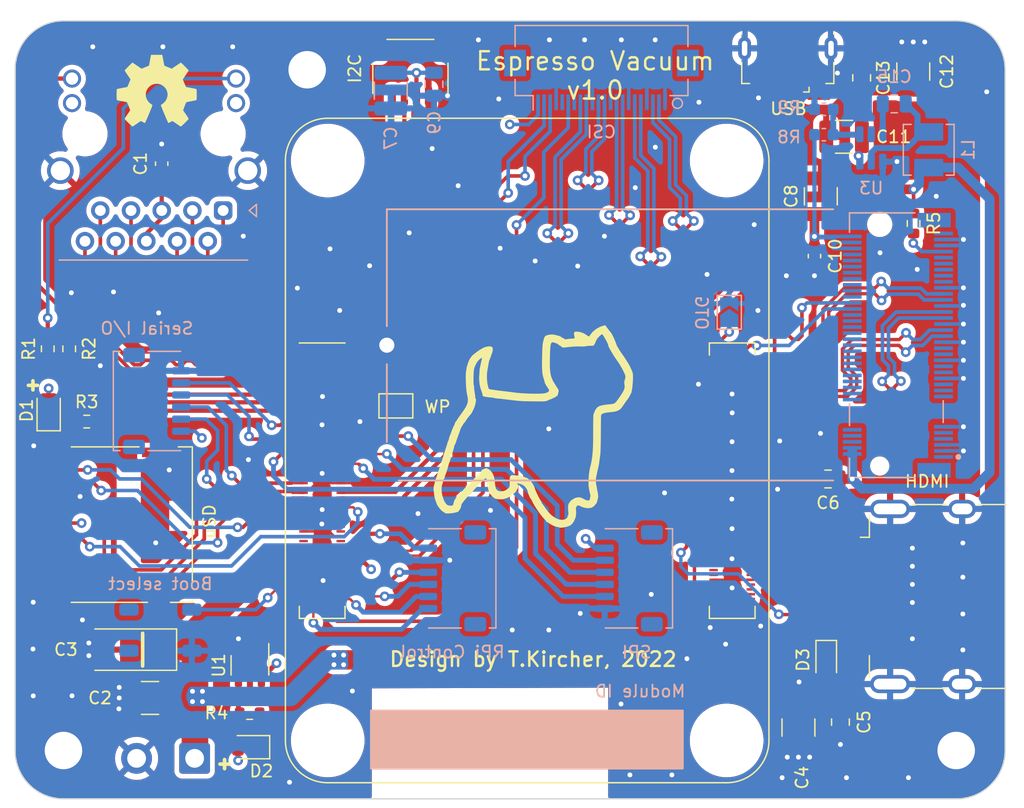
<source format=kicad_pcb>
(kicad_pcb (version 20221018) (generator pcbnew)
  (layers (0 "F.Cu" signal) (1 "In1.Cu" power) (2 "In2.Cu" power) (31 "B.Cu" signal) (34 "B.Paste" user) (35 "F.Paste" user) (36 "B.SilkS" user "B.Silkscreen") (37 "F.SilkS" user "F.Silkscreen") (38 "B.Mask" user) (39 "F.Mask" user) (44 "Edge.Cuts" user))
  (net 0 "")
  (net 1 "GND")
  (net 2 "/ETH0_CT")
  (net 3 "/CSI1_D0-")
  (net 4 "/CSI1_D0+")
  (net 5 "/CSI1_D1-")
  (net 6 "/CSI1_D1+")
  (net 7 "/CSI1_C-")
  (net 8 "/CSI1_C+")
  (net 9 "/CSI1_D2-")
  (net 10 "/CSI1_D2+")
  (net 12 "/CSI1_D3-")
  (net 13 "Net-(D1-K)")
  (net 14 "Net-(D2-K)")
  (net 15 "/CSI1_D3+")
  (net 16 "/ETH0_TD1+")
  (net 17 "/ETH0_TD1-")
  (net 18 "CAM_GPIO")
  (net 19 "Net-(D3-K)")
  (net 25 "/ETH0_TD2+")
  (net 26 "/ETH0_TD2-")
  (net 27 "/ETH0_TD3+")
  (net 28 "/ETH0_TD3-")
  (net 29 "/ETH0_TD4+")
  (net 31 "SCL0")
  (net 32 "GPIO6")
  (net 33 "SDA0")
  (net 34 "3v3")
  (net 35 "GPIO5")
  (net 39 "GPIO11")
  (net 40 "GPIO9")
  (net 41 "/ETH0_TD4-")
  (net 42 "/HDMI_Hotplug")
  (net 43 "/HDMI_D2+")
  (net 44 "/HDMI_D2-")
  (net 45 "/HDMI_D1+")
  (net 46 "/HDMI_SCL")
  (net 47 "/HDMI_SDA")
  (net 48 "EEPROM_nWP")
  (net 49 "PWM0")
  (net 52 "1v8")
  (net 57 "RUN_PG")
  (net 58 "nRPIBOOT")
  (net 59 "nPI_LED_PWR")
  (net 60 "nEXTRST")
  (net 61 "USB_OTG_ID")
  (net 62 "PCIe_CLK_nREQ")
  (net 63 "/HDMI_D1-")
  (net 64 "/HDMI_D0+")
  (net 65 "PCIe_nRST")
  (net 68 "PCIe_CLK+")
  (net 71 "PCIe_CLK-")
  (net 73 "PCIe_RX+")
  (net 81 "PCIe_RX-")
  (net 83 "PCIe_TX+")
  (net 85 "PCIe_TX-")
  (net 96 "ACT_LED")
  (net 98 "Global_EN")
  (net 103 "+5V")
  (net 105 "/HDMI_D0-")
  (net 110 "/HDMI_CK+")
  (net 111 "Serial_RX")
  (net 112 "Serial_TX")
  (net 113 "GPIO_20")
  (net 114 "/HDMI_CK-")
  (net 115 "/HDMI_CEC")
  (net 116 "/ETH0_Traffic_LED")
  (net 117 "/ETH0_Speed_LED")
  (net 118 "/USB0_D-")
  (net 119 "/USB0_D+")
  (net 121 "SD0_CLK")
  (net 122 "SD0_DAT3")
  (net 123 "SD0_CMD")
  (net 124 "SD0_DAT0")
  (net 125 "SD0_DAT1")
  (net 126 "SD0_DAT2")
  (net 129 "/CONFIG_1")
  (net 134 "Net-(R4-Pad1)")
  (net 135 "SDA1")
  (net 136 "SCL1")
  (net 137 "M.2_3v3")
  (net 139 "/BST")
  (net 140 "/SW")
  (net 141 "/FB")
  (net 143 "Net-(Ethernet1-Pad12)")
  (net 144 "Net-(Ethernet1-Pad14)")
  (net 189 "GPIO_21")
  (net 190 "GPIO_19")
  (net 191 "GPIO10")
  (net 192 "GPIO8")
  (footprint "Capacitor_SMD:C_0603_1608Metric" (layer "F.Cu") (at 104.375 61.225 90)
    (fp_text reference "C1")
    (fp_text value "100nF" hide)
  )
  (footprint "Espresso_vacuum:D_SOD-323" (layer "F.Cu") (at 159.35 102.3 -90)
    (fp_text reference "D3")
    (fp_text value "CUS520" hide)
  )
  (footprint "Resistor_SMD:R_0603_1608Metric" (layer "F.Cu") (at 96.725 76.55 90)
    (fp_text reference "R2")
    (fp_text value "330" hide)
  )
  (footprint "Diode_SMD:D_0805_2012Metric" (layer "F.Cu") (at 111.625 109.525 180)
    (fp_text reference "D2")
    (fp_text value "Orange" hide)
  )
  (footprint "Capacitor_SMD:C_0805_2012Metric" (layer "F.Cu") (at 159.5 87.325 180)
    (fp_text reference "C6")
    (fp_text value "0.1uF" hide)
  )
  (footprint "Espresso_vacuum:Roofus_20mm_silkscreen" (layer "F.Cu") (at 134.7 82.6)
    (fp_text reference "G***" hide)
    (fp_text value "LOGO" hide)
  )
  (footprint "Capacitor_SMD:C_0805_2012Metric" (layer "F.Cu") (at 162.28 54.12 90)
    (fp_text reference "C13")
    (fp_text value "0.1uF" hide)
  )
  (footprint "Espresso_vacuum:OSHW-Symbol_6.7x6mm_SilkScreen" (layer "F.Cu") (at 103.95 55.2)
    (fp_text reference "REF**" hide)
    (fp_text value "OSHW-Symbol_6.7x6mm_SilkScreen" hide)
  )
  (footprint "Resistor_SMD:R_0603_1608Metric" (layer "F.Cu") (at 94.95 76.55 90)
    (fp_text reference "R1")
    (fp_text value "330")
  )
  (footprint "Capacitor_SMD:C_1210_3225Metric" (layer "F.Cu") (at 157.05 107.9 -90)
    (fp_text reference "C4")
    (fp_text value "10uF" hide)
  )
  (footprint "Resistor_SMD:R_0603_1608Metric" (layer "F.Cu") (at 166.575 66.175 -90)
    (fp_text reference "R5")
    (fp_text value "10k" hide)
  )
  (footprint "Capacitor_SMD:C_1210_3225Metric" (layer "F.Cu") (at 103.4125 105.45 180)
    (fp_text reference "C2")
    (fp_text value "10uF" hide)
  )
  (footprint "Connector_Wire:SolderWire-0.75sqmm_1x02_P4.8mm_D1.25mm_OD2.3mm" (layer "F.Cu") (at 107.1 110.45 180)
    (fp_text reference "Power1" hide)
    (fp_text value "Conn_01x02_Female" hide)
  )
  (footprint "Capacitor_Tantalum_SMD:CP_EIA-6032-15_Kemet-U" (layer "F.Cu") (at 101.85 101.45 180)
    (fp_text reference "C3")
    (fp_text value "10uF" hide)
  )
  (footprint "Capacitor_SMD:C_1210_3225Metric" (layer "F.Cu") (at 158.9 63.925 90)
    (fp_text reference "C8")
    (fp_text value "10uF" hide)
  )
  (footprint "Espresso_vacuum:HDMI_A_Molex_208658-1001_Horizontal" (layer "F.Cu") (at 167.155 97.05)
    (fp_text reference "HDMI1" hide)
    (fp_text value "Display_connector" hide)
  )
  (footprint "Package_TO_SOT_SMD:SOT-23-5" (layer "F.Cu") (at 111.675 102.75 -90)
    (fp_text reference "U1")
    (fp_text value "74LVC1G07" hide)
  )
  (footprint "Capacitor_SMD:C_1210_3225Metric" (layer "F.Cu") (at 160.825 59 180)
    (fp_text reference "C11")
    (fp_text value "10uF" hide)
  )
  (footprint "Resistor_SMD:R_0603_1608Metric" (layer "F.Cu") (at 111.65 106.7)
    (fp_text reference "R4")
    (fp_text value "1k" hide)
  )
  (footprint "Espresso_vacuum:microSD_HC_Hirose_DM3D-SF" (layer "F.Cu") (at 101.125 91.1 -90)
    (fp_text reference "MicroSD1" hide)
    (fp_text value "Micro_SD_Card" hide)
  )
  (footprint "Espresso_vacuum:Raspberry-Pi-4-Compute-Module" (layer "F.Cu") (at 118.11 108.966)
    (fp_text reference "Module1" hide)
    (fp_text value "ComputeModule4-CM4")
  )
  (footprint "Espresso_vacuum:JST_SH_SM04B-SRSS-TB_1x04-1MP_P1.00mm_Horizontal" (layer "F.Cu") (at 124.95 53.625 180)
    (fp_text reference "I2C1" hide)
    (fp_text value "I2C bus" hide)
  )
  (footprint "Capacitor_SMD:C_0603_1608Metric" (layer "F.Cu") (at 158.375 68.875 -90)
    (fp_text reference "C10")
    (fp_text value "0.1uF" hide)
  )
  (footprint "Jumper:SolderJumper-2_P1.3mm_Open_TrianglePad1.0x1.5mm" (layer "F.Cu") (at 123.75 81.275)
    (fp_text reference "JP1" hide)
    (fp_text value "EEPROM_nWP" hide)
  )
  (footprint "Diode_SMD:D_0805_2012Metric" (layer "F.Cu") (at 95.025 81.65 90)
    (fp_text reference "D1")
    (fp_text value "Orange" hide)
  )
  (footprint "Resistor_SMD:R_0603_1608Metric" (layer "F.Cu") (at 98.175 82.575 180)
    (fp_text reference "R3")
    (fp_text value "1k" hide)
  )
  (footprint "Capacitor_SMD:C_0805_2012Metric" (layer "F.Cu") (at 160.525 107.45 -90)
    (fp_text reference "C5")
    (fp_text value "0.1uF" hide)
  )
  (footprint "Capacitor_SMD:C_1210_3225Metric" (layer "F.Cu") (at 166.55 53.6 90)
    (fp_text reference "C12")
    (fp_text value "10uF" hide)
  )
  (footprint "Espresso_vacuum:USB_Micro-B_GCT_USB3076-30-A" (layer "F.Cu") (at 156.17 52.88 180)
    (fp_text reference "USB1" hide)
    (fp_text value "microUSB" hide)
  )
  (footprint "Espresso_vacuum:TE_2199119-3" (layer "B.Cu") (at 163.775 76.25 90)
    (fp_text reference "PCIe1" hide)
    (fp_text value "Bus_M.2_Socket_B" hide)
  )
  (footprint "Espresso_vacuum:Molex_Pico-Clasp_202396-0607_1x06-1MP_P1.00mm_Horizontal" (layer "B.Cu") (at 103.96 80.87 90)
    (fp_text reference "J2" hide)
    (fp_text value "Serial_IO")
  )
  (footprint "Espresso_vacuum:Molex_Pico-Clasp_202396-0607_1x06-1MP_P1.00mm_Horizontal" (layer "B.Cu") (at 128.44 95.55 -90)
    (fp_text reference "J1" hide)
    (fp_text value "Run_state" hide)
  )
  (footprint "Espresso_vacuum:Molex_Pico-Clasp_202396-0607_1x06-1MP_P1.00mm_Horizontal" (layer "B.Cu") (at 143.05 95.55 -90)
    (fp_text reference "J3" hide)
    (fp_text value "SPI" hide)
  )
  (footprint "Capacitor_SMD:C_0603_1608Metric" (layer "B.Cu") (at 159.15 56.725 180)
    (fp_text reference "R9")
    (fp_text value "10.0k" hide)
  )
  (footprint "Espresso_vacuum:TSOT-23-6" (layer "B.Cu") (at 163.075 59.925 90)
    (fp_text reference "U3")
    (fp_text value "AP62200" hide)
  )
  (footprint "Espresso_vacuum:MJTP1140A" (layer "B.Cu") (at 104.27 99.84 180)
    (fp_text reference "SW0" hide)
    (fp_text value "Boot select" hide)
  )
  (footprint "Capacitor_SMD:C_0805_2012Metric" (layer "B.Cu") (at 126.9 54.65 -90)
    (fp_text reference "C9")
    (fp_text value "0.1uF" hide)
  )
  (footprint "Jumper:SolderJumper-2_P1.3mm_Open_TrianglePad1.0x1.5mm" (layer "B.Cu") (at 151.325 73.525 90)
    (fp_text reference "JP2" hide)
    (fp_text value "USB_OTG" hide)
  )
  (footprint "Espresso_vacuum:RJ45_Abracon_ARJM11" (layer "B.Cu") (at 109.4585 65.1005 90)
    (fp_text reference "Ethernet1" hide)
    (fp_text value "Abracon_ARJM11-502" hide)
  )
  (footprint "Capacitor_SMD:C_1210_3225Metric" (layer "B.Cu") (at 123.325 55.175 -90)
    (fp_text reference "C7")
    (fp_text value "10uF" hide)
  )
  (footprint "Espresso_vacuum:Hirose_FH12-22S-0.5SH_1x22-1MP_P0.50mm_Horizontal" (layer "B.Cu") (at 140.76 54.29)
    (fp_text reference "CSI1" hide)
    (fp_text value "Conn_01x22_Female" hide)
  )
  (footprint "Capacitor_SMD:C_0603_1608Metric" (layer "B.Cu") (at 159.15 58.825)
    (fp_text reference "R8")
    (fp_text value "31.6k" hide)
  )
  (footprint "Espresso_vacuum:Murata_4040" (layer "B.Cu") (at 167.825 60.075 -90)
    (fp_text reference "L1")
    (fp_text value "3.3uH" hide)
  )
  (footprint "Capacitor_SMD:C_0805_2012Metric" (layer "B.Cu") (at 164.975 56.275)
    (fp_text reference "C15")
    (fp_text value "100nF" hide)
  )
  (gr_line (start 159.925 87.45) (end 124 87.45) (stroke (width 0.15)) (layer "B.SilkS"))
  (gr_rect (start 121.685 106.49) (end 147.485 111.3) (stroke (width 0.15)) (fill solid) (layer "B.SilkS"))
  (gr_line (start 159.925 65) (end 123 65) (stroke (width 0.15)) (layer "B.SilkS"))
  (gr_line (start 123 65) (end 123 74.675) (stroke (width 0.15)) (layer "B.SilkS"))
  (gr_line (start 123 84.25) (end 123 77.825) (stroke (width 0.15)) (layer "B.SilkS"))
  (gr_line (start 102.8 100.1) (end 102.8 102.8) (stroke (width 0.3)) (layer "F.SilkS"))
  (gr_line (start 93.725 79.2) (end 93.725 79.95) (stroke (width 0.3)) (layer "F.SilkS"))
  (gr_line (start 109.575 110.55) (end 109.575 111.3) (stroke (width 0.3)) (layer "F.SilkS"))
  (gr_line (start 109.2 110.925) (end 109.95 110.925) (stroke (width 0.3)) (layer "F.SilkS"))
  (gr_line (start 93.35 79.575) (end 94.1 79.575) (stroke (width 0.3)) (layer "F.SilkS"))
  (gr_arc (start 96.25 113.8) (mid 93.421573 112.628427) (end 92.25 109.8) (stroke (width 0.1)) (layer "Edge.Cuts"))
  (gr_arc (start 92.25 53.45) (mid 93.411218 50.596573) (end 96.25 49.4) (stroke (width 0.1)) (layer "Edge.Cuts"))
  (gr_line (start 96.25 113.8) (end 170.1 113.8) (stroke (width 0.1)) (layer "Edge.Cuts"))
  (gr_line (start 96.25 49.4) (end 170.1 49.4) (stroke (width 0.1)) (layer "Edge.Cuts"))
  (gr_line (start 92.25 53.45) (end 92.25 109.8) (stroke (width 0.1)) (layer "Edge.Cuts"))
  (gr_line (start 174.15 53.45) (end 174.15 109.8) (stroke (width 0.1)) (layer "Edge.Cuts"))
  (gr_arc (start 170.1 49.4) (mid 172.963782 50.586218) (end 174.15 53.45) (stroke (width 0.1)) (layer "Edge.Cuts"))
  (gr_arc (start 174.15 109.8) (mid 172.953427 112.638782) (end 170.1 113.8) (stroke (width 0.1)) (layer "Edge.Cuts"))
  (gr_text "RPi Control" (at 128.41 101.65) (layer "B.SilkS") (effects (font (size 1 1)) (justify mirror)))
  (gr_text "Serial I/O" (at 103.15 74.86) (layer "B.SilkS") (effects (font (size 1 1)) (justify mirror)))
  (gr_text "Module ID" (at 143.95 104.89) (layer "B.SilkS") (effects (font (size 1 1)) (justify mirror)))
  (gr_text "Boot select" (at 104.275 96) (layer "B.SilkS") (effects (font (size 1 1)) (justify mirror)))
  (gr_text "CSI" (at 140.75 58.6) (layer "B.SilkS") (effects (font (size 1 1)) (justify mirror)))
  (gr_text "OTG" (at 149.025 73.575 -90) (layer "B.SilkS") (effects (font (size 1 1)) (justify mirror)))
  (gr_text "SPI" (at 143.675 101.675) (layer "B.SilkS") (effects (font (size 1 1)) (justify mirror)))
  (gr_text "USB" (at 156.225 56.675) (layer "F.SilkS") (effects (font (size 1 1))))
  (gr_text "WP" (at 127.2 81.35) (layer "F.SilkS") (effects (font (size 1 1))))
  (gr_text "Design by T.Kircher, 2022" (at 135.1 102.25) (layer "F.SilkS") (effects (font (size 1.2 1.2) (thickness 0.2))))
  (gr_text "uSD" (at 108.325 90.85 90) (layer "F.SilkS") (effects (font (size 1 1))))
  (gr_text "Espresso Vacuum\nv1.0" (at 140.23 53.94) (layer "F.SilkS") (effects (font (size 1.5 1.5) (thickness 0.2))))
  (gr_text "I2C" (at 120.35 53.35 90) (layer "F.SilkS") (effects (font (size 1 1))))
  (gr_text "HDMI" (at 167.7 87.525) (layer "F.SilkS") (effects (font (size 1 1))))
  (segment (start 100.8625 104.575) (end 101.8125 104.575) (width 0.4) (layer "F.Cu") (net 1))
  (segment (start 115.484 78.866) (end 116.11 78.866) (width 0.2) (layer "F.Cu") (net 1))
  (segment (start 163.87 100.55) (end 166.475 100.55) (width 0.2794) (layer "F.Cu") (net 1))
  (segment (start 115 79.35) (end 115.484 78.866) (width 0.2) (layer "F.Cu") (net 1))
  (segment (start 116.11 89.266) (end 117.056 89.266) (width 0.2) (layer "F.Cu") (net 1))
  (segment (start 153.11 90.866) (end 152.134 90.866) (width 0.2) (layer "F.Cu") (net 1))
  (segment (start 100.8375 106.35) (end 101.9125 106.35) (width 0.4) (layer "F.Cu") (net 1))
  (segment (start 151.56 96.34) (end 151.034 96.866) (width 0.2) (layer "F.Cu") (net 1))
  (segment (start 153.11 87.266) (end 152.186 87.266) (width 0.2) (layer "F.Cu") (net 1))
  (segment (start 153.11 83.666) (end 152.134 83.666) (width 0.2) (layer "F.Cu") (net 1))
  (segment (start 98.35 101.95) (end 98.8875 101.95) (width 0.4) (layer "F.Cu") (net 1))
  (segment (start 153.11 94.466) (end 152.086 94.466) (width 0.2) (layer "F.Cu") (net 1))
  (segment (start 117.64 82.566) (end 118.54 81.666) (width 0.2) (layer "F.Cu") (net 1))
  (segment (start 150.934 84.866) (end 151.56 84.24) (width 0.2) (layer "F.Cu") (net 1))
  (segment (start 150.986 81.266) (end 151.57 81.85) (width 0.2) (layer "F.Cu") (net 1))
  (segment (start 151.56 80.29) (end 151.336 80.066) (width 0.2) (layer "F.Cu") (net 1))
  (segment (start 117.625 91.05) (end 117.009 91.666) (width 0.2) (layer "F.Cu") (net 1))
  (segment (start 116.76 88.066) (end 116.11 88.066) (width 0.2) (layer "F.Cu") (net 1))
  (segment (start 153.11 88.466) (end 152.064 88.466) (width 0.2) (layer "F.Cu") (net 1))
  (segment (start 157.975 110.35) (end 157.975 109.65) (width 0.3) (layer "F.Cu") (net 1))
  (segment (start 119.19 90.466) (end 118.256 90.466) (width 0.2) (layer "F.Cu") (net 1))
  (segment (start 150.886 93.266) (end 151.55 93.93) (width 0.2) (layer "F.Cu") (net 1))
  (segment (start 156.125 110.35) (end 156.125 109.65) (width 0.3) (layer "F.Cu") (net 1))
  (segment (start 166.55 52.125) (end 166.55 51.15) (width 0.3) (layer "F.Cu") (net 1))
  (segment (start 118.1122 80.066) (end 119.19 80.066) (width 0.2) (layer "F.Cu") (net 1))
  (segment (start 117.6782 80.5) (end 117.2442 80.066) (width 0.2) (layer "F.Cu") (net 1))
  (segment (start 118.54 81.666) (end 119.19 81.666) (width 0.2) (layer "F.Cu") (net 1))
  (segment (start 100.8625 105.45) (end 101.9375 105.45) (width 0.4) (layer "F.Cu") (net 1))
  (segment (start 117.6782 80.5) (end 118.1122 80.066) (width 0.2) (layer "F.Cu") (net 1))
  (segment (start 118.456 87.666) (end 119.19 87.666) (width 0.2) (layer "F.Cu") (net 1))
  (segment (start 152.114 86.066) (end 151.55 86.63) (width 0.2) (layer "F.Cu") (net 1))
  (segment (start 153.11 92.066) (end 152.186 92.066) (width 0.2) (layer "F.Cu") (net 1))
  (segment (start 117.64 82.84) (end 117.64 82.566) (width 0.2) (layer "F.Cu") (net 1))
  (segment (start 151.014 94.466) (end 151.55 93.93) (width 0.2) (layer "F.Cu") (net 1))
  (segment (start 150.03 92.066) (end 150.934 92.066) (width 0.2) (layer "F.Cu") (net 1))
  (segment (start 149.509 78.866) (end 148.895 79.48) (width 0.2) (layer "F.Cu") (net 1))
  (segment (start 118.492 78.866) (end 119.19 78.866) (width 0.2) (layer "F.Cu") (net 1))
  (segment (start 151.56 96.34) (end 152.234 95.666) (width 0.2) (layer "F.Cu") (net 1))
  (segment (start 114.775 79.35) (end 115 79.35) (width 0.2) (layer "F.Cu") (net 1))
  (segment (start 116.866 82.066) (end 116.11 82.066) (width 0.2) (layer "F.Cu") (net 1))
  (segment (start 152.186 92.066) (end 151.56 91.44) (width 0.2) (layer "F.Cu") (net 1))
  (segment (start 119.19 76.81) (end 119.19 77.666) (width 0.2) (layer "F.Cu") (net 1))
  (segment (start 118.3798 96.866) (end 119.19 96.866) (width 0.2) (layer "F.Cu") (net 1))
  (segment (start 120.116 83.666) (end 120.175 83.725) (width 0.2) (layer "F.Cu") (net 1))
  (segment (start 150.03 81.266) (end 150.986 81.266) (width 0.2) (layer "F.Cu") (net 1))
  (segment (start 151.56 96.35) (end 152.076 96.866) (width 0.2) (layer "F.Cu") (net 1))
  (segment (start 117.729 95.7326) (end 117.729 96.2152) (width 0.2) (layer "F.Cu") (net 1))
  (segment (start 117.625 91.05) (end 118.641 92.066) (width 0.2) (layer "F.Cu") (net 1))
  (segment (start 117.65 87.176) (end 116.76 88.066) (width 0.2) (layer "F.Cu") (net 1))
  (segment (start 118.244 89.266) (end 117.65 89.86) (width 0.2) (layer "F.Cu") (net 1))
  (segment (start 124.475 81.275) (end 125.8 81.275) (width 0.4) (layer "F.Cu") (net 1))
  (segment (start 116.11 90.466) (end 117.044 90.466) (width 0.2) (layer "F.Cu") (net 1))
  (segment (start 151.56 79.915) (end 152.609 78.866) (width 0.2) (layer "F.Cu") (net 1))
  (segment (start 150.03 89.666) (end 150.864 89.666) (width 0.2) (layer "F.Cu") (net 1))
  (segment (start 151.56 80.29) (end 151.784 80.066) (width 0.2) (layer "F.Cu") (net 1))
  (segment (start 152.076 96.866) (end 153.11 96.866) (width 0.2) (layer "F.Cu") (net 1))
  (segment (start 117.2442 80.066) (end 116.11 80.066) (width 0.2) (layer "F.Cu") (net 1))
  (segment (start 116.76 84.066) (end 116.11 84.066) (width 0.2) (layer "F.Cu") (net 1))
  (segment (start 165.6 51.15) (end 165.6 51.75) (width 0.3) (layer "F.Cu") (net 1))
  (segment (start 155.52 55.58) (end 155.32 55.78) (width 0.4) (layer "F.Cu") (net 1))
  (segment (start 150.954 82.466) (end 151.57 81.85) (width 0.2) (layer "F.Cu") (net 1))
  (segment (start 151.034 96.866) (end 150.03 96.866) (width 0.2) (layer "F.Cu") (net 1))
  (segment (start 117.64 82.84) (end 117.64 83.186) (width 0.2) (layer "F.Cu") (net 1))
  (segment (start 119.425 76.575) (end 119.19 76.81) (width 0.2) (layer "F.Cu") (net 1))
  (segment (start 159.35 62) (end 158.9 62.45) (width 0.8) (layer "F.Cu") (net 1))
  (segment (start 117.6782 79.6798) (end 118.492 78.866) (width 0.2) (layer "F.Cu") (net 1))
  (segment (start 153.745 55.78) (end 154.87 55.78) (width 0.4) (layer "F.Cu") (net 1))
  (segment (start 151.56 96.34) (end 151.56 96.35) (width 0.2) (layer "F.Cu") (net 1))
  (segment (start 95.775 88.775) (end 97.625 88.775) (width 0.3) (layer "F.Cu") (net 1))
  (segment (start 151.56 96.34) (end 150.886 95.666) (width 0.2) (layer "F.Cu") (net 1))
  (segment (start 153.11 81.266) (end 152.154 81.266) (width 0.2) (layer "F.Cu") (net 1))
  (segment (start 116.856 86.066) (end 116.11 86.066) (width 0.2) (layer "F.Cu") (net 1))
  (segment (start 152.134 90.866) (end 151.56 91.44) (width 0.2) (layer "F.Cu") (net 1))
  (segment (start 152.234 95.666) (end 153.11 95.666) (width 0.2) (layer "F.Cu") (net 1))
  (segment (start 154.87 55.78) (end 154.87 54.33) (width 0.4) (layer "F.Cu") (net 1))
  (segment (start 150.03 82.466) (end 150.954 82.466) (width 0.2) (layer "F.Cu") (net 1))
  (segment (start 153.11 89.666) (end 152.216 89.666) (width 0.2) (layer "F.Cu") (net 1))
  (segment (start 152.186 84.866) (end 151.56 84.24) (width 0.2) (layer "F.Cu") (net 1))
  (segment (start 151.56 80.29) (end 151.56 79.915) (width 0.2) (layer "F.Cu") (net 1))
  (segment (start 150.986 83.666) (end 151.56 84.24) (width 0.2) (layer "F.Cu") (net 1))
  (segment (start 124.475 81.275) (end 124.475 79.825) (width 0.4) (layer "F.Cu") (net 1))
  (segment (start 151.336 80.066) (end 150.03 80.066) (width 0.2) (layer "F.Cu") (net 1))
  (segment (start 155.52 54.33) (end 155.52 55.58) (width 0.4) (layer "F.Cu") (net 1))
  (segment (start 152.609 78.866) (end 153.11 78.866) (width 0.2) (layer "F.Cu") (net 1))
  (segment (start 151.016 88.466) (end 151.54 88.99) (width 0.2) (layer "F.Cu") (net 1))
  (segment (start 117.64 83.186) (end 116.76 84.066) (width 0.2) (layer "F.Cu") (net 1))
  (segment (start 159.35 59) (end 159.35 62) (width 0.8) (layer "F.Cu") (net 1))
  (segment (start 117.65 86.86) (end 116.856 86.066) (width 0.2) (layer "F.Cu") (net 1))
  (segment (start 152.186 82.466) (end 151.57 81.85) (width 0.2) (layer "F.Cu") (net 1))
  (segment (start 150.03 83.666) (end 150.986 83.666) (width 0.2) (layer "F.Cu") (net 1))
  (segment (start 151.784 80.066) (end 153.11 80.066) (width 0.2) (layer "F.Cu") (net 1))
  (segment (start 118.256 90.466) (end 117.65 89.86) (width 0.2) (layer "F.Cu") (net 1))
  (segment (start 100.8375 106.35) (end 101.0375 106.35) (width 0.4) (layer "F.Cu") (net 1))
  (segment (start 152.186 87.266) (end 151.55 86.63) (width 0.2) (layer "F.Cu") (net 1))
  (segment (start 117.6782 80.5) (end 117.6782 79.6798) (width 0.2) (layer "F.Cu") (net 1))
  (segment (start 115.625 76.95) (end 116.11 77.435) (width 0.2) (layer "F.Cu") (net 1))
  (segment (start 118.54 85.666) (end 119.19 85.666) (width 0.2) (layer "F.Cu") (net 1))
  (segment (start 116.11 86.066) (end 115.159 86.066) (width 0.2) (layer "F.Cu") (net 1))
  (segment (start 118.641 92.066) (end 119.19 92.066) (width 0.2) (layer "F.Cu") (net 1))
  (segment (start 153.11 84.866) (end 152.186 84.866) (width 0.2) (layer "F.Cu") (net 1))
  (segment (start 117.044 90.466) (end 117.65 89.86) (width 0.2) (layer "F.Cu") (net 1))
  (segment (start 98.35 100.9) (end 98.8375 100.9) (width 0.4) (layer "F.Cu") (net 1))
  (segment (start 152.216 89.666) (end 151.54 88.99) (width 0.2) (layer "F.Cu") (net 1))
  (segment (start 152.154 81.266) (end 151.57 81.85) (width 0.2) (layer "F.Cu") (net 1))
  (segment (start 117.65 86.86) (end 117.65 87.176) (width 0.2) (layer "F.Cu") (net 1))
  (segment (start 153.11 86.066) (end 152.114 86.066) (width 0.2) (layer "F.Cu") (net 1))
  (segment (start 118.466 83.666) (end 119.19 83.666) (width 0.2) (layer "F.Cu") (net 1))
  (segment (start 117.64 82.84) (end 116.866 82.066) (width 0.2) (layer "F.Cu") (net 1))
  (segment (start 150.03 84.866) (end 150.934 84.866) (width 0.2) (layer "F.Cu") (net 1))
  (segment (start 155.32 55.78) (end 154.87 55.78) (width 0.4) (layer "F.Cu") (net 1))
  (segment (start 119.19 87.666) (end 120.359 87.666) (width 0.2) (layer "F.Cu") (net 1))
  (segment (start 117.729 96.2152) (end 118.3798 96.866) (width 0.2) (layer "F.Cu") (net 1))
  (segment (start 150.886 95.666) (end 150.03 95.666) (width 0.2) (layer "F.Cu") (net 1))
  (segment (start 150.934 92.066) (end 151.56 91.44) (width 0.2) (layer "F.Cu") (net 1))
  (segment (start 152.134 83.666) (end 151.56 84.24) (width 0.2) (layer "F.Cu") (net 1))
  (segment (start 98.8375 101.3) (end 99.3875 101.85) (width 0.4) (layer "F.Cu") (net 1))
  (segment (start 152.086 94.466) (end 151.55 93.93) (width 0.2) (layer "F.Cu") (net 1))
  (segment (start 153.11 82.466) (end 152.186 82.466) (width 0.2) (layer "F.Cu") (net 1))
  (segment (start 117.65 86.86) (end 117.65 86.556) (width 0.2) (layer "F.Cu") (net 1))
  (segment (start 153.11 93.266) (end 152.214 93.266) (width 0.2) (layer "F.Cu") (net 1))
  (segment (start 163.87 97.55) (end 166.475 97.55) (width 0.2794) (layer "F.Cu") (net 1))
  (segment (start 150.986 90.866) (end 151.56 91.44) (width 0.2) (layer "F.Cu") (net 1))
  (segment (start 124.475 81.275) (end 124.475 82.55) (width 0.4) (layer "F.Cu") (net 1))
  (segment (start 117.64 82.84) (end 118.466 83.666) (width 0.2) (layer "F.Cu") (net 1))
  (segment (start 116.11 77.435) (end 116.11 77.666) (width 0.2) (layer "F.Cu") (net 1))
  (segment (start 115.159 86.066) (end 115.05 86.175) (width 0.2) (layer "F.Cu") (net 1))
  (segment (start 117.056 89.266) (end 117.65 89.86) (width 0.2) (layer "F.Cu") (net 1))
  (segment (start 163.87 96.05) (end 166.475 96.05) (width 0.2794) (layer "F.Cu") (net 1))
  (segment (start 163.87 93.05) (end 166.475 93.05) (width 0.2794) (layer "F.Cu") (net 1))
  (segment (start 120.359 87.666) (end 120.375 87.65) (width 0.2) (layer "F.Cu") (net 1))
  (segment (start 150.03 94.466) (end 151.014 94.466) (width 0.2) (layer "F.Cu") (net 1))
  (segment (start 150.864 89.666) (end 151.54 88.99) (width 0.2) (layer "F.Cu") (net 1))
  (segment (start 117.65 86.86) (end 118.456 87.666) (width 0.2) (layer "F.Cu") (net 1))
  (segment (start 157.05 110.35) (end 157.05 109.375) (width 0.3) (layer "F.Cu") (net 1))
  (segment (start 167.5 51.15) (end 167.5 51.75) (width 0.3) (layer "F.Cu") (net 1))
  (segment (start 152.064 88.466) (end 151.54 88.99) (width 0.2) (layer "F.Cu") (net 1))
  (segment (start 152.214 93.266) (end 151.55 93.93) (width 0.2) (layer "F.Cu") (net 1))
  (segment (start 117.65 86.556) (end 118.54 85.666) (width 0.2) (layer "F.Cu") (net 1))
  (segment (start 150.03 78.866) (end 149.509 78.866) (width 0.2) (layer "F.Cu") (net 1))
  (segment (start 148.895 79.48) (end 148.78 79.48) (width 0.2) (layer "F.Cu") (net 1))
  (segment (start 117.009 91.666) (end 116.11 91.666) (width 0.2) (layer "F.Cu") (net 1))
  (segment (start 150.03 88.466) (end 151.016 88.466) (width 0.2) (layer "F.Cu") (net 1))
  (segment (start 163.87 94.55) (end 166.475 94.55) (width 0.2794) (layer "F.Cu") (net 1))
  (segment (start 150.03 93.266) (end 150.886 93.266) (width 0.2) (layer "F.Cu") (net 1))
  (segment (start 150.03 90.866) (end 150.986 90.866) (width 0.2) (layer "F.Cu") (net 1))
  (segment (start 119.19 89.266) (end 118.244 89.266) (width 0.2) (layer "F.Cu") (net 1))
  (segment (start 119.19 83.666) (end 120.116 83.666) (width 0.2) (layer "F.Cu") (net 1))
  (via (at 97.625 88.775) (size 0.8) (drill 0.4) (layers "F.Cu" "B.Cu") (net 1))
  (via (at 163.8 68.6) (size 0.8) (drill 0.4) (layers "F.Cu" "B.Cu") (net 1))
  (via (at 98.675 51.55) (size 0.8) (drill 0.4) (layers "F.Cu" "B.Cu") (net 1))
  (via (at 93.79 84.58) (size 0.8) (drill 0.4) (layers "F.Cu" "B.Cu") (net 1))
  (via (at 151.025 101) (size 0.8) (drill 0.4) (layers "F.Cu" "B.Cu") (net 1))
  (via (at 155.7 112.05) (size 0.8) (drill 0.4) (layers "F.Cu" "B.Cu") (net 1))
  (via (at 142.4 50.975) (size 0.8) (drill 0.4) (layers "F.Cu" "B.Cu") (net 1))
  (via (at 158.375 70.5) (size 0.8) (drill 0.4) (layers "F.Cu" "B.Cu") (net 1))
  (via (at 151.55 86.63) (size 0.8) (drill 0.4) (layers "F.Cu" "B.Cu") (net 1))
  (via (at 157.1 104.125) (size 0.8) (drill 0.4) (layers "F.Cu" "B.Cu") (net 1))
  (via (at 121.575 69.675) (size 0.8) (drill 0.4) (layers "F.Cu" "B.Cu") (net 1))
  (via (at 96.9 71.91) (size 0.8) (drill 0.4) (layers "F.Cu" "B.Cu") (net 1))
  (via (at 166.475 96.05) (size 0.8) (drill 0.4) (layers "F.Cu" "B.Cu") (net 1))
  (via (at 166.55 51.15) (size 0.8) (drill 0.4) (layers "F.Cu" "B.Cu") (net 1))
  (via (at 117.64 82.84) (size 0.8) (drill 0.4) (layers "F.Cu" "B.Cu") (net 1))
  (via (at 155.325 88.175) (size 0.8) (drill 0.4) (layers "F.Cu" "B.Cu") (net 1))
  (via (at 158.875 83.55) (size 0.8) (drill 0.4) (layers "F.Cu" "B.Cu") (net 1))
  (via (at 170.7 79) (size 0.8) (drill 0.4) (layers "F.Cu" "B.Cu") (net 1))
  (via (at 136.4 83.175) (size 0.8) (drill 0.4) (layers "F.Cu" "B.Cu") (net 1))
  (via (at 153.7 73.375) (size 0.8) (drill 0.4) (layers "F.Cu" "B.Cu") (net 1))
  (via (at 100.8625 104.575) (size 0.8) (drill 0.4) (layers "F.Cu" "B.Cu") (net 1))
  (via (at 96.96 105.27) (size 0.8) (drill 0.4) (layers "F.Cu" "B.Cu") (net 1))
  (via (at 97.82 98.99) (size 0.8) (drill 0.4) (layers "F.Cu" "B.Cu") (net 1))
  (via (at 145.975 88.475) (size 0.8) (drill 0.4) (layers "F.Cu" "B.Cu") (net 1))
  (via (at 136.45 50.975) (size 0.8) (drill 0.4) (layers "F.Cu" "B.Cu") (net 1))
  (via (at 168.45 63.925) (size 0.8) (drill 0.4) (layers "F.Cu" "B.Cu") (net 1))
  (via (at 93.725 101.4) (size 0.8) (drill 0.4) (layers "F.Cu" "B.Cu") (net 1))
  (via (at 142.375 105.95) (size 0.8) (drill 0.4) (layers "F.Cu" "B.Cu") (net 1))
  (via (at 151.54 88.99) (size 0.8) (drill 0.4) (layers "F.Cu" "B.Cu") (net 1))
  (via (at 93.75 105.275) (size 0.8) (drill 0.4) (layers "F.Cu" "B.Cu") (net 1))
  (via (at 139 98.45) (size 0.8) (drill 0.4) (layers "F.Cu" "B.Cu") (net 1))
  (via (at 110.25 51.55) (size 0.8) (drill 0.4) (layers "F.Cu" "B.Cu") (net 1))
  (via (at 151.56 91.44) (size 0.8) (drill 0.4) (layers "F.Cu" "B.Cu") (net 1))
  (via (at 143.11 111.82) (size 0.8) (drill 0.4) (layers "F.Cu" "B.Cu") (net 1))
  (via (at 111.125 67.225) (size 0.8) (drill 0.4) (layers "F.Cu" "B.Cu") (net 1))
  (via (at 149.75 99.625) (size 0.8) (drill 0.4) (layers "F.Cu" "B.Cu") (net 1))
  (via (at 118.3 68.275) (size 0.8) (drill 0.4) (layers "F.Cu" "B.Cu") (net 1))
  (via (at 151.56 84.24) (size 0.8) (drill 0.4) (layers "F.Cu" "B.Cu") (net 1))
  (via (at 145.2 50.975) (size 0.8) (drill 0.4) (layers "F.Cu" "B.Cu") (net 1))
  (via (at 133.375 99.825) (size 0.8) (drill 0.4) (layers "F.Cu" "B.Cu") (net 1))
  (via (at 124.85 66.95) (size 0.8) (drill 0.4) (layers "F.Cu" "B.Cu") (net 1))
  (via (at 170.7 85) (size 0.8) (drill 0.4) (layers "F.Cu" "B.Cu") (net 1))
  (via (at 148.78 79.48) (size 0.8) (drill 0.4) (layers "F.Cu" "B.Cu") (net 1))
  (via (at 160.525 109.3) (size 0.8) (drill 0.4) (layers "F.Cu" "B.Cu") (net 1))
  (via (at 99.3 77.95) (size 0.8) (drill 0.4) (layers "F.Cu" "B.Cu") (net 1))
  (via (at 157.975 110.35) (size 0.8) (drill 0.4) (layers "F.Cu" "B.Cu") (net 1))
  (via (at 157.05 110.35) (size 0.8) (drill 0.4) (layers "F.Cu" "B.Cu") (net 1))
  (via (at 115.6 71.525) (size 0.8) (drill 0.4) (layers "F.Cu" "B.Cu") (net 1))
  (via (at 166.475 94.55) (size 0.8) (drill 0.4) (layers "F.Cu" "B.Cu") (net 1))
  (via (at 138.79 69.7) (size 0.8) (drill 0.4) (layers "F.Cu" "B.Cu") (net 1))
  (via (at 165.2 61.05) (size 0.8) (drill 0.4) (layers "F.Cu" "B.Cu") (net 1))
  (via (at 98.35 101.95) (size 0.8) (drill 0.4) (layers "F.Cu" "B.Cu") (net 1))
  (via (at 153.925 99.5) (size 0.8) (drill 0.4) (layers "F.Cu" "B.Cu") (net 1))
  (via (at 170.1 109.8) (size 5) (drill 3.1) (layers "F.Cu" "B.Cu") (net 1))
  (via (at 166.875 69.975) (size 0.8) (drill 0.4) (layers "F.Cu" "B.Cu") (net 1))
  (via (at 141 67.23) (size 0.8) (drill 0.4) (layers "F.Cu" "B.Cu") (net 1))
  (via (at 170.65 98.5) (size 0.8) (drill 0.4) (layers "F.Cu" "B.Cu") (net 1))
  (via (at 166.475 97.55) (size 0.8) (drill 0.4) (layers "F.Cu" "B.Cu") (net 1))
  (via (at 105 86.575) (size 0.8) (drill 0.4) (layers "F.Cu" "B.Cu") (net 1))
  (via (at 119.1 73.375) (size 0.8) (drill 0.4) (layers "F.Cu" "B.Cu") (net 1))
  (via (at 123 76.25) (size 2.4) (drill 1.25) (layers "F.Cu" "B.Cu") (net 1))
  (via (at 131.575 89.925) (size 0.8) (drill 0.4) (layers "F.Cu" "B.Cu") (net 1))
  (via (at 93.75 97.525) (size 0.8) (drill 0.4) (layers "F.Cu" "B.Cu") (net 1))
  (via (at 100.8625 105.45) (size 0.8) (drill 0.4) (layers "F.Cu" "B.Cu") (net 1))
  (via (at 170.65 101.475) (size 0.8) (drill 0.4) (layers "F.Cu" "B.Cu") (net 1))
  (via (at 143.55 63.21) (size 0.8) (drill 0.4) (layers "F.Cu" "B.Cu") (net 1))
  (via (at 114.95 112.425) (size 0.8) (drill 0.4) (layers "F.Cu" "B.Cu") (net 1))
  (via (at 155.5 84.175) (size 0.8) (drill 0.4) (layers "F.Cu" "B.Cu") (net 1))
  (via (at 128.9 63.05) (size 0.8) (drill 0.4) (layers "F.Cu" "B.Cu") (net 1))
  (via (at 103.88 92.61) (size 0.8) (drill 0.4) (layers "F.Cu" "B.Cu") (net 1))
  (via (at 156.05 70.5) (size 0.8) (drill 0.4) (layers "F.Cu" "B.Cu") (net 1))
  (via (at 170.65 92.625) (size 0.8) (drill 0.4) (layers "F.Cu" "B.Cu") (net 1))
  (via (at 104.475 51.55) (size 0.8) (drill 0.4) (layers "F.Cu" "B.Cu") (net 1))
  (via (at 117.65 86.86) (size 0.8) (drill 0.4) (layers "F.Cu" "B.Cu") (net 1))
  (via (at 161.025 112.05) (size 0.8) (drill 0.4) (layers "F.Cu" "B.Cu") (net 1))
  (via (at 170.7 74.5) (size 0.8) (drill 0.4) (layers "F.Cu" "B.Cu") (net 1))
  (via (at 160.275 53.725) (size 0.8) (drill 0.4) (layers "F.Cu" "B.Cu") (net 1))
  (via (at 170.7 83) (size 0.8) (drill 0.4) (layers "F.Cu" "B.Cu") (net 1))
  (via (at 166.475 93.05) (size 0.8) (drill 0.4) (layers "F.Cu" "B.Cu") (net 1))
  (via (at 166.15 112.05) (size 0.8) (drill 0.4) (layers "F.Cu" "B.Cu") (net 1))
  (via (at 128.025 55.6) (size 0.8) (drill 0.4) (layers "F.Cu" "B.Cu") (net 1))
  (via (at 156.125 110.35) (size 0.8) (drill 0.4) (layers "F.Cu" "B.Cu") (net 1))
  (via (at 147.825 102.2) (size 0.8) (drill 0.4) (layers "F.Cu" "B.Cu") (net 1))
  (via (at 153.745 55.78) (size 0.8) (drill 0.4) (layers "F.Cu" "B.Cu") (net 1))
  (via (at 151.57 81.85) (size 0.8) (drill 0.4) (layers "F.Cu" "B.Cu") (net 1))
  (via (at 170.7 67.5) (size 0.8) (drill 0.4) (layers "F.Cu" "B.Cu") (net 1))
  (via (at 96.25 109.8) (size 5) (drill 3.1) (layers "F.Cu" "B.Cu") (net 1))
  (via (at 100.8375 106.35) (size 0.8) (drill 0.4) (layers "F.Cu" "B.Cu") (net 1))
  (via (at 116.41 53.45) (size 5) (drill 3.1) (layers "F.Cu" "B.Cu") (net 1))
  (via (at 170.65 95.45) (size 0.8) (drill 0.4) (layers "F.Cu" "B.Cu") (net 1))
  (via (at 126.75 59.975) (size 0.8) (drill 0.4) (layers "F.Cu" "B.Cu") (net 1))
  (via (at 120.15 104.875) (size 0.8) (drill 0.4) (layers "F.Cu" "B.Cu") (net 1))
  (via (at 170.7 76) (size 0.8) (drill 0.4) (layers "F.Cu" "B.Cu") (net 1))
  (via (at 170.7 77.5) (size 0.8) (drill 0.4) (layers "F.Cu" "B.Cu") (net 1))
  (via (at 128.21 94.05) (size 0.8) (drill 0.4) (layers "F.Cu" "B.Cu") (net 1))
  (via (at 136.4 99.825) (size 0.8) (drill 0.4) (layers "F.Cu" "B.Cu") (net 1))
  (via (at 165.6 51.15) (size 0.8) (drill 0.4) (layers "F.Cu" "B.Cu") (net 1))
  (via (at 151.56 96.34) (size 0.8) (drill 0.4) (layers "F.Cu" "B.Cu") (net 1))
  (via (at 100.39 71.84) (size 0.8) (drill 0.4) (layers "F.Cu" "B.Cu") (net 1))
  (via (at 172.625 55.275) (size 0.8) (drill 0.4) (layers "F.Cu" "B.Cu") (net 1))
  (via (at 166.475 100.55) (size 0.8) (drill 0.4) (layers "F.Cu" "B.Cu") (net 1))
  (via (at 145.21 59.86) (size 0.8) (drill 0.4) (layers "F.Cu" "B.Cu") (net 1))
  (via (at 111.55 85.725) (size 0.8) (drill 0.4) (layers "F.Cu" "B.Cu") (net 1))
  (via (at 98.35 100.9) (size 0.8) (drill 0.4) (layers "F.Cu" "B.Cu") (net 1))
  (via (at 135.27 69.28) (size 0.8) (drill 0.4) (layers "F.Cu" "B.Cu") (net 1))
  (via (at 117.625 91.05) (size 0.8) (drill 0.4) (layers "F.Cu" "B.Cu") (net 1))
  (via (at 117.65 89.86) (size 0.8) (drill 0.4) (layers "F.Cu" "B.Cu") (net 1))
  (via (at 149.49 70.39) (size 0.8) (drill 0.4) (layers "F.Cu" "B.Cu") (net 1))
  (via (at 132.26 55.87) (size 0.8) (drill 0.4) (layers "F.Cu" "B.Cu") (net 1))
  (via (at 170.7 72.95) (size 0.8) (drill 0.4) (layers "F.Cu" "B.Cu") (net 1))
  (via (at 104.375 59.6) (size 0.8) (drill 0.4) (layers "F.Cu" "B.Cu") (net 1))
  (via (at 146.58 111.82) (size 0.8) (drill 0.4) (layers "F.Cu" "B.Cu") (net 1))
  (via (at 139.36 50.975) (size 0.8) (drill 0.4) (layers "F.Cu" "B.Cu") (net 1))
  (via (at 151.55 93.93) (size 0.8) (drill 0.4) (layers "F.Cu" "B.Cu") (net 1))
  (via (at 125.58 90.19) (size 0.8) (drill 0.4) (layers "F.Cu" "B.Cu") (net 1))
  (via (at 170.7 71.5) (size 0.8) (drill 0.4) (layers "F.Cu" "B.Cu") (net 1))
  (via (at 110.725 100.55) (size 0.8) (drill 0.4) (layers "F.Cu" "B.Cu") (net 1))
  (via (at 117.6782 80.5) (size 0.8) (drill 0.4) (layers "F.Cu" "B.Cu") (net 1))
  (via (at 151.56 80.29) (size 0.8) (drill 0.4) (layers "F.Cu" "B.Cu") (net 1))
  (via (at 117.729 95.7326) (size 0.8) (drill 0.4) (layers "F.Cu" "B.Cu") (net 1))
  (via (at 130.575 50.975) (size 0.8) (drill 0.4) (layers "F.Cu" "B.Cu") (net 1))
  (via (at 120.775 82.575) (size 0.8) (drill 0.4) (layers "F.Cu" "B.Cu") (net 1))
  (via (at 167.5 51.15) (size 0.8) (drill 0.4) (layers "F.Cu" "B.Cu") (net 1))
  (via (at 148.82 56.14) (size 0.8) (drill 0.4) (layers "F.Cu" "B.Cu") (net 1))
  (via (at 144.875 96.875) (size 0.8) (drill 0.4) (layers "F.Cu" "B.Cu") (net 1))
  (via (at 132.375 68.225) (size 0.8) (drill 0.4) (layers "F.Cu" "B.Cu") (net 1))
  (via (at 153.39 66.27) (size 0.8) (drill 0.4) (layers "F.Cu" "B.Cu") (net 1))
  (via (at 104.125 73.575) (size 0.8) (drill 0.4) (layers "F.Cu" "B.Cu") (net 1))
  (segment (start 170.65 68) (end 170.7 67.95) (width 0.3) (layer "B.Cu") (net 1))
  (segment (start 169.05 79) (end 170.7 79) (width 0.3) (layer "B.Cu") (net 1))
  (segment (start 151.325 72.8) (end 152.75 72.8) (width 0.4) (layer "B.Cu") (net 1))
  (segment (start 141.51 54.25) (end 141.51 56.14) (width 0.3) (layer "B.Cu") (net 1))
  (segment (start 170.7 72.95) (end 170.7 74.5) (width 0.3) (layer "B.Cu") (net 1))
  (segment (start 170.7 67.5) (end 169.05 67.5) (width 0.3) (layer "B.Cu") (net 1))
  (segment (start 170.7 85) (end 170.7 84.5) (width 0.3) (layer "B.Cu") (net 1))
  (segment (start 169.05 74.5) (end 170.7 74.5) (width 0.3) (layer "B.Cu") (net 1))
  (segment (start 144.51 54.25) (end 144.51 56.14) (width 0.3) (layer "B.Cu") (net 1))
  (segment (start 170.7 84.5) (end 169.05 84.5) (width 0.3) (layer "B.Cu") (net 1))
  (segment (start 169.05 76) (end 170.7 76) (width 0.3) (layer "B.Cu") (net 1))
  (segment (start 151.325 72.8) (end 149.9 72.8) (width 0.4) (layer "B.Cu") (net 1))
  (segment (start 137.01 56.14) (end 137.01 54.25) (width 0.3) (layer "B.Cu") (net 1))
  (segment (start 170.7 79) (end 170.7 83) (width 0.3) (layer "B.Cu") (net 1))
  (segment (start 170.65 73) (end 170.7 72.95) (width 0.3) (layer "B.Cu") (net 1))
  (segment (start 170.7 67.95) (end 170.7 67.5) (width 0.3) (layer "B.Cu") (net 1))
  (segment (start 169.05 68) (end 170.65 68) (width 0.3) (layer "B.Cu") (net 1))
  (segment (start 170.7 71.5) (end 170.7 72.95) (width 0.3) (layer "B.Cu") (net 1))
  (segment (start 170.7 74.5) (end 170.7 76) (width 0.3) (layer "B.Cu") (net 1))
  (segment (start 170.7 71.5) (end 170.7 67.95) (width 0.3) (layer "B.Cu") (net 1))
  (segment (start 170.7 76) (end 170.7 77.5) (width 0.3) (layer "B.Cu") (net 1))
  (segment (start 146.01 54.25) (end 146.01 56.14) (width 0.3) (layer "B.Cu") (net 1))
  (segment (start 138.51 54.25) (end 138.51 56.14) (width 0.3) (layer "B.Cu") (net 1))
  (segment (start 169.05 85) (end 170.7 85) (width 0.3) (layer "B.Cu") (net 1))
  (segment (start 170.7 79) (end 170.7 77.5) (width 0.3) (layer "B.Cu") (net 1))
  (segment (start 170.7 83) (end 169.05 83) (width 0.3) (layer "B.Cu") (net 1))
  (segment (start 143.01 54.25) (end 143.01 56.14) (width 0.3) (layer "B.Cu") (net 1))
  (segment (start 151.325 72.8) (end 151.325 71.65) (width 0.4) (layer "B.Cu") (net 1))
  (segment (start 140.01 54.25) (end 140.01 56.14) (width 0.3) (layer "B.Cu") (net 1))
  (segment (start 169.05 77.5) (end 170.7 77.5) (width 0.3) (layer "B.Cu") (net 1))
  (segment (start 169.05 71.5) (end 170.7 71.5) (width 0.3) (layer "B.Cu") (net 1))
  (segment (start 169.05 73) (end 170.65 73) (width 0.3) (layer "B.Cu") (net 1))
  (segment (start 170.7 83) (end 170.7 84.5) (width 0.3) (layer "B.Cu") (net 1))
  (segment (start 103.1085 67.6405) (end 103.1085 67.0165) (width 0.35) (layer "F.Cu") (net 2))
  (segment (start 103.1085 67.0165) (end 104.3785 65.7465) (width 0.35) (layer "F.Cu") (net 2))
  (segment (start 104.3785 65.7465) (end 104.3785 65.1005) (width 0.35) (layer "F.Cu") (net 2))
  (segment (start 104.3785 65.1005) (end 104.3785 62.0035) (width 0.35) (layer "F.Cu") (net 2))
  (segment (start 104.3785 62.0035) (end 104.375 62) (width 0.35) (layer "F.Cu") (net 2))
  (segment (start 146.69 78.04) (end 146.36 78.37) (width 0.3) (layer "F.Cu") (net 3))
  (segment (start 146.36 74.865) (end 146.36 75.41) (width 0.3) (layer "F.Cu") (net 3))
  (segment (start 148.4 65.97) (end 147.76 66.61) (width 0.3) (layer "F.Cu") (net 3))
  (segment (start 146.7 75.75) (end 146.7 76.33) (width 0.3) (layer "F.Cu") (net 3))
  (segment (start 146.36 76.67) (end 146.36 77.15) (width 0.3) (layer "F.Cu") (net 3))
  (segment (start 146.36 75.41) (end 146.7 75.75) (width 0.3) (layer "F.Cu") (net 3))
  (segment (start 146.36 77.15) (end 146.69 77.48) (width 0.3) (layer "F.Cu") (net 3))
  (segment (start 146.36 72.74) (end 146.36 73.7) (width 0.3) (layer "F.Cu") (net 3))
  (segment (start 146.7 74.04) (end 146.7 74.525) (width 0.3) (layer "F.Cu") (net 3))
  (segment (start 146.7 74.525) (end 146.36 74.865) (width 0.3) (layer "F.Cu") (net 3))
  (segment (start 146.36 73.7) (end 146.7 74.04) (width 0.3) (layer "F.Cu") (net 3))
  (segment (start 146.36 79.027894) (end 147.732106 80.4) (width 0.3) (layer "F.Cu") (net 3))
  (segment (start 149.191 80.466) (end 149.125 80.4) (width 0.2) (layer "F.Cu") (net 3))
  (segment (start 146.7 76.33) (end 146.36 76.67) (width 0.3) (layer "F.Cu") (net 3))
  (segment (start 146.69 77.48) (end 146.69 78.04) (width 0.3) (layer "F.Cu") (net 3))
  (segment (start 150.03 80.466) (end 149.191 80.466) (width 0.2) (layer "F.Cu") (net 3))
  (segment (start 147.76 66.61) (end 147.76 71.34) (width 0.3) (layer "F.Cu") (net 3))
  (segment (start 146.36 78.37) (end 146.36 79.027894) (width 0.3) (layer "F.Cu") (net 3))
  (segment (start 147.732106 80.4) (end 149.125 80.4) (width 0.3) (layer "F.Cu") (net 3))
  (segment (start 147.76 71.34) (end 146.36 72.74) (width 0.3) (layer "F.Cu") (net 3))
  (via (at 148.4 65.97) (size 0.8) (drill 0.4) (layers "F.Cu" "B.Cu") (net 3))
  (segment (start 146.89 58.997894) (end 145.51 57.617894) (width 0.3) (layer "B.Cu") (net 3))
  (segment (start 145.51 57.617894) (end 145.51 56.14) (width 0.3) (layer "B.Cu") (net 3))
  (segment (start 148.4 65.97) (end 147.78 65.35) (width 0.3) (layer "B.Cu") (net 3))
  (segment (start 147.78 63.872894) (end 146.89 62.982894) (width 0.3) (layer "B.Cu") (net 3))
  (segment (start 146.89 62.982894) (end 146.89 58.997894) (width 0.3) (layer "B.Cu") (net 3))
  (segment (start 147.78 65.35) (end 147.78 63.872894) (width 0.3) (layer "B.Cu") (net 3))
  (segment (start 146.65 65.97) (end 147.26 66.58) (width 0.3) (layer "F.Cu") (net 4))
  (segment (start 147.26 66.58) (end 147.26 71.132894) (width 0.3) (layer "F.Cu") (net 4))
  (segment (start 150.03 80.866) (end 149.184 80.866) (width 0.2) (layer "F.Cu") (net 4))
  (segment (start 149.184 80.866) (end 149.125 80.925) (width 0.2) (layer "F.Cu") (net 4))
  (segment (start 145.86 79.235) (end 147.55 80.925) (width 0.3) (layer "F.Cu") (net 4))
  (segment (start 145.86 72.532894) (end 147.26 71.132894) (width 0.3) (layer "F.Cu") (net 4))
  (segment (start 145.86 72.532894) (end 145.86 79.235) (width 0.3) (layer "F.Cu") (net 4))
  (segment (start 147.55 80.925) (end 149.125 80.925) (width 0.3) (layer "F.Cu") (net 4))
  (via (at 146.65 65.97) (size 0.8) (drill 0.4) (layers "F.Cu" "B.Cu") (net 4))
  (segment (start 146.39 59.205) (end 145.01 57.825) (width 0.3) (layer "B.Cu") (net 4))
  (segment (start 146.39 63.19) (end 146.39 59.205) (width 0.3) (layer "B.Cu") (net 4))
  (segment (start 147.28 64.08) (end 146.39 63.19) (width 0.3) (layer "B.Cu") (net 4))
  (segment (start 146.65 65.97) (end 147.28 65.34) (width 0.3) (layer "B.Cu") (net 4))
  (segment (start 145.01 57.825) (end 145.01 56.14) (width 0.3) (layer "B.Cu") (net 4))
  (segment (start 147.28 65.34) (end 147.28 64.08) (width 0.3) (layer "B.Cu") (net 4))
  (segment (start 145.11 69.54) (end 145.71 68.94) (width 0.3) (layer "F.Cu") (net 5))
  (segment (start 144.49 76.76) (end 144.83 76.42) (width 0.3) (layer "F.Cu") (net 5))
  (segment (start 146.707106 81.6) (end 144.49 79.382894) (width 0.3) (layer "F.Cu") (net 5))
  (segment (start 144.83 75.92) (end 144.49 75.58) (width 0.3) (layer "F.Cu") (net 5))
  (segment (start 144.49 73.75) (end 144.49 71.707106) (width 0.3) (layer "F.Cu") (net 5))
  (segment (start 144.87 74.66) (end 144.87 74.13) (width 0.3) (layer "F.Cu") (net 5))
  (segment (start 149.175 81.666) (end 149.109 81.6) (width 0.2) (layer "F.Cu") (net 5))
  (segment (start 144.49 75.04) (end 144.87 74.66) (width 0.3) (layer "F.Cu") (net 5))
  (segment (start 144.83 76.42) (end 144.83 75.92) (width 0.3) (layer "F.Cu") (net 5))
  (segment (start 144.83 77.66) (end 144.49 77.32) (width 0.3) (layer "F.Cu") (net 5))
  (segment (start 150.03 81.666) (end 149.175 81.666) (width 0.2) (layer "F.Cu") (net 5))
  (segment (start 144.49 79.382894) (end 144.49 78.53) (width 0.3) (layer "F.Cu") (net 5))
  (segment (start 144.49 77.32) (end 144.49 76.76) (width 0.3) (layer "F.Cu") (net 5))
  (segment (start 144.49 75.58) (end 144.49 75.04) (width 0.3) (layer "F.Cu") (net 5))
  (segment (start 144.49 71.707106) (end 145.11 71.087106) (width 0.3) (layer "F.Cu") (net 5))
  (segment (start 145.11 71.087106) (end 145.11 69.54) (width 0.3) (layer "F.Cu") (net 5))
  (segment (start 144.83 78.19) (end 144.83 77.66) (width 0.3) (layer "F.Cu") (net 5))
  (segment (start 149.109 81.6) (end 146.707106 81.6) (width 0.3) (layer "F.Cu") (net 5))
  (segment (start 144.87 74.13) (end 144.49 73.75) (width 0.3) (layer "F.Cu") (net 5))
  (segment (start 144.49 78.53) (end 144.83 78.19) (width 0.3) (layer "F.Cu") (net 5))
  (via (at 145.71 68.94) (size 0.8) (drill 0.4) (layers "F.Cu" "B.Cu") (net 5))
  (segment (start 145.09 68.32) (end 145.09 61.622894) (width 0.3) (layer "B.Cu") (net 5))
  (segment (start 145.71 68.94) (end 145.09 68.32) (width 0.3) (layer "B.Cu") (net 5))
  (segment (start 145.09 61.622894) (end 144.01 60.542894) (width 0.3) (layer "B.Cu") (net 5))
  (segment (start 144.01 60.542894) (end 144.01 56.14) (width 0.3) (layer "B.Cu") (net 5))
  (segment (start 144.61 69.55) (end 144.61 70.88) (width 0.3) (layer "F.Cu") (net 6))
  (segment (start 143.99 79.59) (end 146.525 82.125) (width 0.3) (layer "F.Cu") (net 6))
  (segment (start 146.525 82.125) (end 149.125 82.125) (width 0.3) (layer "F.Cu") (net 6))
  (segment (start 150.03 82.066) (end 149.184 82.066) (width 0.2) (layer "F.Cu") (net 6))
  (segment (start 144.61 70.88) (end 143.99 71.5) (width 0.3) (layer "F.Cu") (net 6))
  (segment (start 143.99 71.5) (end 143.99 79.59) (width 0.3) (layer "F.Cu") (net 6))
  (segment (start 149.184 82.066) (end 149.125 82.125) (width 0.2) (layer "F.Cu") (net 6))
  (segment (start 143.96 68.9) (end 144.61 69.55) (width 0.3) (layer "F.Cu") (net 6))
  (via (at 143.96 68.9) (size 0.8) (drill 0.4) (layers "F.Cu" "B.Cu") (net 6))
  (segment (start 143.96 68.9) (end 144.59 68.27) (width 0.3) (layer "B.Cu") (net 6))
  (segment (start 143.51 60.75) (end 143.51 56.14) (width 0.3) (layer "B.Cu") (net 6))
  (segment (start 144.59 68.27) (end 144.59 61.83) (width 0.3) (layer "B.Cu") (net 6))
  (segment (start 144.59 61.83) (end 143.51 60.75) (width 0.3) (layer "B.Cu") (net 6))
  (segment (start 142.87 74.8) (end 142.87 75.35) (width 0.3) (layer "F.Cu") (net 7))
  (segment (start 143.13 65.5) (end 142.52 66.11) (width 0.3) (layer "F.Cu") (net 7))
  (segment (start 142.87 78.8) (end 142.52 79.15) (width 0.3) (layer "F.Cu") (net 7))
  (segment (start 142.87 78.27) (end 142.87 78.8) (width 0.3) (layer "F.Cu") (net 7))
  (segment (start 150.03 82.866) (end 149.141 82.866) (width 0.2) (layer "F.Cu") (net 7))
  (segment (start 145.482106 82.8) (end 149.075 82.8) (width 0.3) (layer "F.Cu") (net 7))
  (segment (start 142.52 74.45) (end 142.87 74.8) (width 0.3) (layer "F.Cu") (net 7))
  (segment (start 142.86 76.61) (end 142.86 77.1) (width 0.3) (layer "F.Cu") (net 7))
  (segment (start 142.52 79.837894) (end 145.482106 82.8) (width 0.3) (layer "F.Cu") (net 7))
  (segment (start 142.52 79.15) (end 142.52 79.837894) (width 0.3) (layer "F.Cu") (net 7))
  (segment (start 142.52 77.44) (end 142.52 77.92) (width 0.3) (layer "F.Cu") (net 7))
  (segment (start 142.52 76.27) (end 142.86 76.61) (width 0.3) (layer "F.Cu") (net 7))
  (segment (start 142.52 66.11) (end 142.52 74.45) (width 0.3) (layer "F.Cu") (net 7))
  (segment (start 149.141 82.866) (end 149.075 82.8) (width 0.2) (layer "F.Cu") (net 7))
  (segment (start 142.87 75.35) (end 142.52 75.7) (width 0.3) (layer "F.Cu") (net 7))
  (segment (start 142.86 77.1) (end 142.52 77.44) (width 0.3) (layer "F.Cu") (net 7))
  (segment (start 142.52 77.92) (end 142.87 78.27) (width 0.3) (layer "F.Cu") (net 7))
  (segment (start 142.52 75.7) (end 142.52 76.27) (width 0.3) (layer "F.Cu") (net 7))
  (via (at 143.13 65.5) (size 0.8) (drill 0.4) (layers "F.Cu" "B.Cu") (net 7))
  (segment (start 142.51 64.88) (end 142.51 56.14) (width 0.3) (layer "B.Cu") (net 7))
  (segment (start 143.13 65.5) (end 142.51 64.88) (width 0.3) (layer "B.Cu") (net 7))
  (segment (start 142.02 66.12) (end 142.02 80.045) (width 0.3) (layer "F.Cu") (net 8))
  (segment (start 142.02 80.045) (end 145.3 83.325) (width 0.3) (layer "F.Cu") (net 8))
  (segment (start 141.38 65.48) (end 142.02 66.12) (width 0.3) (layer "F.Cu") (net 8))
  (segment (start 145.3 83.325) (end 149.05 83.325) (width 0.3) (layer "F.Cu") (net 8))
  (segment (start 149.109 83.266) (end 150.03 83.266) (width 0.2) (layer "F.Cu") (net 8))
  (segment (start 149.05 83.325) (end 149.109 83.266) (width 0.2) (layer "F.Cu") (net 8))
  (via (at 141.38 65.48) (size 0.8) (drill 0.4) (layers "F.Cu" "B.Cu") (net 8))
  (segment (start 141.38 65.48) (end 142.01 64.85) (width 0.3) (layer "B.Cu") (net 8))
  (segment (start 142.01 64.85) (end 142.01 56.14) (width 0.3) (layer "B.Cu") (net 8))
  (segment (start 140.64 76.71) (end 140.98 76.37) (width 0.3) (layer "F.Cu") (net 9))
  (segment (start 140.98 75.87) (end 140.64 75.53) (width 0.3) (layer "F.Cu") (net 9))
  (segment (start 144.157106 84) (end 140.64 80.482894) (width 0.3) (layer "F.Cu") (net 9))
  (segment (start 140.64 77.18) (end 140.64 76.71) (width 0.3) (layer "F.Cu") (net 9))
  (segment (start 149.1 84.066) (end 149.034 84) (width 0.2) (layer "F.Cu") (net 9))
  (segment (start 140.98 76.37) (end 140.98 75.87) (width 0.3) (layer "F.Cu") (net 9))
  (segment (start 149.034 84) (end 144.157106 84) (width 0.3) (layer "F.Cu") (net 9))
  (segment (start 141 79.68) (end 141 79.19) (width 0.3) (layer "F.Cu") (net 9))
  (segment (start 140.64 78.35) (end 140.99 78) (width 0.3) (layer "F.Cu") (net 9))
  (segment (start 140.64 80.482894) (end 140.64 80.04) (width 0.3) (layer "F.Cu") (net 9))
  (segment (start 139.94 68.192894) (end 139.94 63.2) (width 0.3) (layer "F.Cu") (net 9))
  (segment (start 140.99 77.53) (end 140.64 77.18) (width 0.3) (layer "F.Cu") (net 9))
  (segment (start 140.64 75.53) (end 140.64 68.892893) (width 0.3) (layer "F.Cu") (net 9))
  (segment (start 150.03 84.066) (end 149.1 84.066) (width 0.2) (layer "F.Cu") (net 9))
  (segment (start 140.64 78.83) (end 140.64 78.35) (width 0.3) (layer "F.Cu") (net 9))
  (segment (start 140.64 80.04) (end 141 79.68) (width 0.3) (layer "F.Cu") (net 9))
  (segment (start 141 79.19) (end 140.64 78.83) (width 0.3) (layer "F.Cu") (net 9))
  (segment (start 140.99 78) (end 140.99 77.53) (width 0.3) (layer "F.Cu") (net 9))
  (segment (start 140.64 68.892893) (end 139.94 68.192894) (width 0.3) (layer "F.Cu") (net 9))
  (segment (start 139.94 63.2) (end 140.53 62.61) (width 0.3) (layer "F.Cu") (net 9))
  (via (at 140.53 62.61) (size 0.8) (drill 0.4) (layers "F.Cu" "B.Cu") (net 9))
  (segment (start 141.01 59.177106) (end 141.01 56.14) (width 0.3) (layer "B.Cu") (net 9))
  (segment (start 140.53 62.61) (end 139.96 62.04) (width 0.3) (layer "B.Cu") (net 9))
  (segment (start 139.96 60.227106) (end 141.01 59.177106) (width 0.3) (layer "B.Cu") (net 9))
  (segment (start 139.96 62.04) (end 139.96 60.227106) (width 0.3) (layer "B.Cu") (net 9))
  (segment (start 139.44 68.4) (end 140.14 69.1) (width 0.3) (layer "F.Cu") (net 10))
  (segment (start 139.44 63.27) (end 139.44 68.4) (width 0.3) (layer "F.Cu") (net 10))
  (segment (start 140.14 69.1) (end 140.14 80.69) (width 0.3) (layer "F.Cu") (net 10))
  (segment (start 149.084 84.466) (end 149.025 84.525) (width 0.2) (layer "F.Cu") (net 10))
  (segment (start 138.78 62.61) (end 139.44 63.27) (width 0.3) (layer "F.Cu") (net 10))
  (segment (start 143.975 84.525) (end 149.025 84.525) (width 0.3) (layer "F.Cu") (net 10))
  (segment (start 150.03 84.466) (end 149.084 84.466) (width 0.2) (layer "F.Cu") (net 10))
  (segment (start 140.14 80.69) (end 143.975 84.525) (width 0.3) (layer "F.Cu") (net 10))
  (via (at 138.78 62.61) (size 0.8) (drill 0.4) (layers "F.Cu" "B.Cu") (net 10))
  (segment (start 139.46 61.93) (end 139.46 60.02) (width 0.3) (layer "B.Cu") (net 10))
  (segment (start 138.78 62.61) (end 139.46 61.93) (width 0.3) (layer "B.Cu") (net 10))
  (segment (start 140.51 58.97) (end 140.51 56.14) (width 0.3) (layer "B.Cu") (net 10))
  (segment (start 139.46 60.02) (end 140.51 58.97) (width 0.3) (layer "B.Cu") (net 10))
  (segment (start 142.932106 85.2) (end 149 85.2) (width 0.3) (layer "F.Cu") (net 12))
  (segment (start 138.94 76.46) (end 138.94 77.01) (width 0.3) (layer "F.Cu") (net 12))
  (segment (start 138.63 79.4) (end 138.94 79.71) (width 0.3) (layer "F.Cu") (net 12))
  (segment (start 138.63 80.5) (end 138.63 80.897894) (width 0.3) (layer "F.Cu") (net 12))
  (segment (start 138.94 77.01) (end 138.63 77.32) (width 0.3) (layer "F.Cu") (net 12))
  (segment (start 138.95 78.59) (end 138.63 78.91) (width 0.3) (layer "F.Cu") (net 12))
  (segment (start 138.63 76.15) (end 138.94 76.46) (width 0.3) (layer "F.Cu") (net 12))
  (segment (start 138.63 71.52) (end 138.63 76.15) (width 0.3) (layer "F.Cu") (net 12))
  (segment (start 138.02 66.99) (end 137.39 67.62) (width 0.3) (layer "F.Cu") (net 12))
  (segment (start 138.94 79.71) (end 138.94 80.19) (width 0.3) (layer "F.Cu") (net 12))
  (segment (start 138.95 78.13) (end 138.95 78.59) (width 0.3) (layer "F.Cu") (net 12))
  (segment (start 150.03 85.266) (end 149.066 85.266) (width 0.2) (layer "F.Cu") (net 12))
  (segment (start 137.39 70.28) (end 138.63 71.52) (width 0.3) (layer "F.Cu") (net 12))
  (segment (start 137.39 67.62) (end 137.39 70.28) (width 0.3) (layer "F.Cu") (net 12))
  (segment (start 149.066 85.266) (end 149 85.2) (width 0.2) (layer "F.Cu") (net 12))
  (segment (start 138.63 77.81) (end 138.95 78.13) (width 0.3) (layer "F.Cu") (net 12))
  (segment (start 138.63 80.897894) (end 142.932106 85.2) (width 0.3) (layer "F.Cu") (net 12))
  (segment (start 138.63 77.32) (end 138.63 77.81) (width 0.3) (layer "F.Cu") (net 12))
  (segment (start 138.63 78.91) (end 138.63 79.4) (width 0.3) (layer "F.Cu") (net 12))
  (segment (start 138.94 80.19) (end 138.63 80.5) (width 0.3) (layer "F.Cu") (net 12))
  (via (at 138.02 66.99) (size 0.8) (drill 0.4) (layers "F.Cu" "B.Cu") (net 12))
  (segment (start 139.51 58.794212) (end 139.51 56.14) (width 0.3) (layer "B.Cu") (net 12))
  (segment (start 138.02 66.99) (end 137.42 66.39) (width 0.3) (layer "B.Cu") (net 12))
  (segment (start 137.42 66.39) (end 137.42 60.884212) (width 0.3) (layer "B.Cu") (net 12))
  (segment (start 137.42 60.884212) (end 139.51 58.794212) (width 0.3) (layer "B.Cu") (net 12))
  (segment (start 97.35 82.575) (end 95.0375 82.575) (width 0.35) (layer "F.Cu") (net 13))
  (segment (start 95.0375 82.575) (end 95.025 82.5875) (width 0.35) (layer "F.Cu") (net 13))
  (segment (start 112.475 106.7) (end 112.55 106.775) (width 0.4) (layer "F.Cu") (net 14))
  (segment (start 112.55 106.775) (end 112.55 109.5125) (width 0.4) (layer "F.Cu") (net 14))
  (segment (start 112.55 109.5125) (end 112.5625 109.525) (width 0.4) (layer "F.Cu") (net 14))
  (segment (start 138.13 81.105) (end 142.775 85.75) (width 0.3) (layer "F.Cu") (net 15))
  (segment (start 149.084 85.666) (end 149 85.75) (width 0.2) (layer "F.Cu") (net 15))
  (segment (start 136.89 67.61) (end 136.89 70.5) (width 0.3) (layer "F.Cu") (net 15))
  (segment (start 136.27 66.99) (end 136.89 67.61) (width 0.3) (layer "F.Cu") (net 15))
  (segment (start 136.89 70.5) (end 138.13 71.74) (width 0.3) (layer "F.Cu") (net 15))
  (segment (start 142.775 85.75) (end 149 85.75) (width 0.3) (layer "F.Cu") (net 15))
  (segment (start 150.03 85.666) (end 149.084 85.666) (width 0.2) (layer "F.Cu") (net 15))
  (segment (start 138.13 71.74) (end 138.13 81.105) (width 0.3) (layer "F.Cu") (net 15))
  (via (at 136.27 66.99) (size 0.8) (drill 0.4) (layers "F.Cu" "B.Cu") (net 15))
  (segment (start 139.01 58.587106) (end 139.01 56.14) (width 0.3) (layer "B.Cu") (net 15))
  (segment (start 136.92 66.34) (end 136.92 60.677106) (width 0.3) (layer "B.Cu") (net 15))
  (segment (start 136.92 60.677106) (end 139.01 58.587106) (width 0.3) (layer "B.Cu") (net 15))
  (segment (start 136.27 66.99) (end 136.92 66.34) (width 0.3) (layer "B.Cu") (net 15))
  (segment (start 114.35 69.9) (end 113.757106 69.9) (width 0.3) (layer "F.Cu") (net 16))
  (segment (start 116.2 68.625) (end 115.075 68.625) (width 0.3) (layer "F.Cu") (net 16))
  (segment (start 111.317894 69.907106) (end 110.432106 69.907106) (width 0.3) (layer "F.Cu") (net 16))
  (segment (start 113.757106 69.9) (end 113.55 69.692894) (width 0.3) (layer "F.Cu") (net 16))
  (segment (start 116.75 69.892894) (end 116.75 69.175) (width 0.3) (layer "F.Cu") (net 16))
  (segment (start 114.575 69.675) (end 114.35 69.9) (width 0.3) (layer "F.Cu") (net 16))
  (segment (start 119.19 79.666) (end 119.966 79.666) (width 0.2) (layer "F.Cu") (net 16))
  (segment (start 116.75 69.175) (end 116.2 68.625) (width 0.3) (layer "F.Cu") (net 16))
  (segment (start 119.966 79.666) (end 120.02 79.72) (width 0.2) (layer "F.Cu") (net 16))
  (segment (start 111.525 69.7) (end 111.317894 69.907106) (width 0.3) (layer "F.Cu") (net 16))
  (segment (start 112 68.625) (end 111.525 69.1) (width 0.3) (layer "F.Cu") (net 16))
  (segment (start 110.432106 69.907106) (end 109.4585 68.9335) (width 0.3) (layer "F.Cu") (net 16))
  (segment (start 121.125 71.942894) (end 119.482106 70.3) (width 0.3) (layer "F.Cu") (net 16))
  (segment (start 114.575 69.125) (end 114.575 69.675) (width 0.3) (layer "F.Cu") (net 16))
  (segment (start 113.55 69.692894) (end 113.55 69.125) (width 0.3) (layer "F.Cu") (net 16))
  (segment (start 109.4585 68.9335) (end 109.4585 65.1005) (width 0.3) (layer "F.Cu") (net 16))
  (segment (start 113.05 68.625) (end 112 68.625) (width 0.3) (layer "F.Cu") (net 16))
  (segment (start 119.482106 70.3) (end 117.157106 70.3) (width 0.3) (layer "F.Cu") (net 16))
  (segment (start 111.525 69.1) (end 111.525 69.7) (width 0.3) (layer "F.Cu") (net 16))
  (segment (start 113.55 69.125) (end 113.05 68.625) (width 0.3) (layer "F.Cu") (net 16))
  (segment (start 115.075 68.625) (end 114.575 69.125) (width 0.3) (layer "F.Cu") (net 16))
  (segment (start 120.02 79.72) (end 120.217106 79.72) (width 0.3) (layer "F.Cu") (net 16))
  (segment (start 120.217106 79.72) (end 121.125 78.812106) (width 0.3) (layer "F.Cu") (net 16))
  (segment (start 121.125 78.812106) (end 121.125 71.942894) (width 0.3) (layer "F.Cu") (net 16))
  (segment (start 117.157106 70.3) (end 116.75 69.892894) (width 0.3) (layer "F.Cu") (net 16))
  (segment (start 119.5875 71.65) (end 119.1375 72.1) (width 0.3) (layer "F.Cu") (net 17))
  (segment (start 109 69.65) (end 108.65 70) (width 0.3) (layer "F.Cu") (net 17))
  (segment (start 120.625 73.35) (end 120.625 72.15) (width 0.3) (layer "F.Cu") (net 17))
  (segment (start 120.625 76.875) (end 120.625 76.375) (width 0.3) (layer "F.Cu") (net 17))
  (segment (start 120.625 76.375) (end 120.225 75.975) (width 0.3) (layer "F.Cu") (net 17))
  (segment (start 112.025 69.907106) (end 111.525 70.407106) (width 0.3) (layer "F.Cu") (net 17))
  (segment (start 115.075 69.882106) (end 114.557106 70.4) (width 0.3) (layer "F.Cu") (net 17))
  (segment (start 114.557106 70.4) (end 113.549999 70.4) (width 0.3) (layer "F.Cu") (net 17))
  (segment (start 115.992894 69.125) (end 115.282106 69.125) (width 0.3) (layer "F.Cu") (net 17))
  (segment (start 116.25 70.1) (end 116.25 69.382106) (width 0.3) (layer "F.Cu") (net 17))
  (segment (start 118.56875 72.1) (end 118.15 71.68125) (width 0.3) (layer "F.Cu") (net 17))
  (segment (start 117.85 70.8) (end 116.949999 70.8) (width 0.3) (layer "F.Cu") (net 17))
  (segment (start 120.625 72.15) (end 120.125 71.65) (width 0.3) (layer "F.Cu") (net 17))
  (segment (start 109.467894 69.65) (end 109 69.65) (width 0.3) (layer "F.Cu") (net 17))
  (segment (start 113.549999 70.4) (end 113.05 69.9) (width 0.3) (layer "F.Cu") (net 17))
  (segment (start 111.525 70.407106) (end 110.224999 70.407106) (width 0.3) (layer "F.Cu") (net 17))
  (segment (start 107.925 69.275) (end 108.1885 69.0115) (width 0.3) (layer "F.Cu") (net 17))
  (segment (start 120.02 79.21) (end 120.6 78.63) (width 0.3) (layer "F.Cu") (net 17))
  (segment (start 120.225 77.275) (end 120.625 76.875) (width 0.3) (layer "F.Cu") (net 17))
  (segment (start 116.25 69.382106) (end 115.992894 69.125) (width 0.3) (layer "F.Cu") (net 17))
  (segment (start 108.275 70) (end 107.925 69.65) (width 0.3) (layer "F.Cu") (net 17))
  (segment (start 112.842894 69.125) (end 112.207106 69.125) (width 0.3) (layer "F.Cu") (net 17))
  (segment (start 120.625 74.5625) (end 120.275 74.2125) (width 0.3) (layer "F.Cu") (net 17))
  (segment (start 120.275 73.7) (end 120.625 73.35) (width 0.3) (layer "F.Cu") (net 17))
  (segment (start 119.964 79.266) (end 119.19 79.266) (width 0.2) (layer "F.Cu") (net 17))
  (segment (start 120.225 75.5125) (end 120.625 75.1125) (width 0.3) (layer "F.Cu") (net 17))
  (segment (start 108.1885 69.0115) (end 108.1885 67.6405) (width 0.3) (layer "F.Cu") (net 17))
  (segment (start 120.225 77.725) (end 120.225 77.275) (width 0.3) (layer "F.Cu") (net 17))
  (segment (start 115.282106 69.125) (end 115.075 69.332106) (width 0.3) (layer "F.Cu") (net 17))
  (segment (start 113.05 69.332106) (end 112.842894 69.125) (width 0.3) (layer "F.Cu") (net 17))
  (segment (start 120.125 71.65) (end 119.5875 71.65) (width 0.3) (layer "F.Cu") (net 17))
  (segment (start 120.6 78.63) (end 120.6 78.1) (width 0.3) (layer "F.Cu") (net 17))
  (segment (start 108.65 70) (end 108.275 70) (width 0.3) (layer "F.Cu") (net 17))
  (segment (start 107.925 69.65) (end 107.925 69.275) (width 0.3) (layer "F.Cu") (net 17))
  (segment (start 120.02 79.21) (end 119.964 79.266) (width 0.2) (layer "F.Cu") (net 17))
  (segment (start 115.075 69.332106) (end 115.075 69.882106) (width 0.3) (layer "F.Cu") (net 17))
  (segment (start 112.207106 69.125) (end 112.025 69.307106) (width 0.3) (layer "F.Cu") (net 17))
  (segment (start 118.15 71.68125) (end 118.15 71.1) (width 0.3) (layer "F.Cu") (net 17))
  (segment (start 110.224999 70.407106) (end 109.467894 69.65) (width 0.3) (layer "F.Cu") (net 17))
  (segment (start 120.6 78.1) (end 120.225 77.725) (width 0.3) (layer "F.Cu") (net 17))
  (segment (start 116.949999 70.8) (end 116.25 70.1) (width 0.3) (layer "F.Cu") (net 17))
  (segment (start 113.05 69.9) (end 113.05 69.332106) (width 0.3) (layer "F.Cu") (net 17))
  (segment (start 120.275 74.2125) (end 120.275 73.7) (width 0.3) (layer "F.Cu") (net 17))
  (segment (start 112.025 69.307106) (end 112.025 69.907106) (width 0.3) (layer "F.Cu") (net 17))
  (segment (start 119.1375 72.1) (end 118.56875 72.1) (width 0.3) (layer "F.Cu") (net 17))
  (segment (start 120.625 75.1125) (end 120.625 74.5625) (width 0.3) (layer "F.Cu") (net 17))
  (segment (start 118.15 71.1) (end 117.85 70.8) (width 0.3) (layer "F.Cu") (net 17))
  (segment (start 120.225 75.975) (end 120.225 75.5125) (width 0.3) (layer "F.Cu") (net 17))
  (segment (start 117.2876 96.866) (end 116.84 96.866) (width 0.3) (layer "F.Cu") (net 18))
  (segment (start 118.9028 99.1) (end 117.6528 97.85) (width 0.3) (layer "F.Cu") (net 18))
  (segment (start 133.73 66.3) (end 133.73 92.995) (width 0.3) (layer "F.Cu") (net 18))
  (segment (start 127.625 99.1) (end 118.9028 99.1) (width 0.3) (layer "F.Cu") (net 18))
  (segment (start 117.6528 97.85) (end 117.6528 97.2312) (width 0.3) (layer "F.Cu") (net 18))
  (segment (start 133.73 92.995) (end 127.625 99.1) (width 0.3) (layer "F.Cu") (net 18))
  (segment (start 116.11 96.866) (end 116.84 96.866) (width 0.2) (layer "F.Cu") (net 18))
  (segment (start 117.6528 97.2312) (end 117.2876 96.866) (width 0.3) (layer "F.Cu") (net 18))
  (via (at 133.73 66.3) (size 0.8) (drill 0.4) (layers "F.Cu" "B.Cu") (net 18))
  (segment (start 135.99 64.04) (end 135.99 60.27) (width 0.3) (layer "B.Cu") (net 18))
  (segment (start 133.73 66.3) (end 135.99 64.04) (width 0.3) (layer "B.Cu") (net 18))
  (segment (start 138.01 58.25) (end 138.01 56.14) (width 0.3) (layer "B.Cu") (net 18))
  (segment (start 135.99 60.27) (end 138.01 58.25) (width 0.3) (layer "B.Cu") (net 18))
  (segment (start 159.55 101.05) (end 159.35 101.25) (width 0.2794) (layer "F.Cu") (net 19))
  (segment (start 163.87 101.05) (end 159.55 101.05) (width 0.2794) (layer "F.Cu") (net 19))
  (segment (start 112.4 72.492894) (end 112.4 72.85) (width 0.3) (layer "F.Cu") (net 25))
  (segment (start 109.6 73.042894) (end 109.757106 73.2) (width 0.3) (layer "F.Cu") (net 25))
  (segment (start 107.7 72.875) (end 107.7 72.299999) (width 0.3) (layer "F.Cu") (net 25))
  (segment (start 107.375 73.2) (end 107.7 72.875) (width 0.3) (layer "F.Cu") (net 25))
  (segment (start 107.7 72.299999) (end 108.175 71.825) (width 0.3) (layer "F.Cu") (net 25))
  (segment (start 114.575 72.7125) (end 114.575 72.9375) (width 0.3) (layer "F.Cu") (net 25))
  (segment (start 108.175 71.825) (end 109.107106 71.825) (width 0.3) (layer "F.Cu") (net 25))
  (segment (start 114.575 72.9375) (end 114.7625 73.125) (width 0.3) (layer "F.Cu") (net 25))
  (segment (start 106.582106 73.2) (end 107.375 73.2) (width 0.3) (layer "F.Cu") (net 25))
  (segment (start 109.757106 73.2) (end 110.2 73.2) (width 0.3) (layer "F.Cu") (net 25))
  (segment (start 119.19 78.066) (end 118.591 78.066) (width 0.2) (layer "F.Cu") (net 25))
  (segment (start 118.4 74.475) (end 118.4 77.875) (width 0.3) (layer "F.Cu") (net 25))
  (segment (start 111.857106 71.95) (end 112.4 72.492894) (width 0.3) (layer "F.Cu") (net 25))
  (segment (start 113.40625 73.125) (end 113.58125 72.95) (width 0.3) (layer "F.Cu") (net 25))
  (segment (start 106.9185 71.063606) (end 106.1 71.882106) (width 0.3) (layer "F.Cu") (net 25))
  (segment (start 110.375 73.025) (end 110.375 72.5) (width 0.3) (layer "F.Cu") (net 25))
  (segment (start 112.675 73.125) (end 113.40625 73.125) (width 0.3) (layer "F.Cu") (net 25))
  (segment (start 114.7625 73.125) (end 117.05 73.125) (width 0.3) (layer "F.Cu") (net 25))
  (segment (start 106.1 72.717894) (end 106.582106 73.2) (width 0.3) (layer "F.Cu") (net 25))
  (segment (start 117.05 73.125) (end 118.4 74.475) (width 0.3) (layer "F.Cu") (net 25))
  (segment (start 110.375 72.5) (end 110.925 71.95) (width 0.3) (layer "F.Cu") (net 25))
  (segment (start 109.6 72.317894) (end 109.6 73.042894) (width 0.3) (layer "F.Cu") (net 25))
  (segment (start 110.925 71.95) (end 111.857106 71.95) (width 0.3) (layer "F.Cu") (net 25))
  (segment (start 113.58125 72.725) (end 113.83125 72.475) (width 0.3) (layer "F.Cu") (net 25))
  (segment (start 110.2 73.2) (end 110.375 73.025) (width 0.3) (layer "F.Cu") (net 25))
  (segment (start 114.3375 72.475) (end 114.575 72.7125) (width 0.3) (layer "F.Cu") (net 25))
  (segment (start 106.1 71.882106) (end 106.1 72.717894) (width 0.3) (layer "F.Cu") (net 25))
  (segment (start 113.58125 72.95) (end 113.58125 72.725) (width 0.3) (layer "F.Cu") (net 25))
  (segment (start 118.4 77.875) (end 118.525 78) (width 0.3) (layer "F.Cu") (net 25))
  (segment (start 109.107106 71.825) (end 109.6 72.317894) (width 0.3) (layer "F.Cu") (net 25))
  (segment (start 106.9185 65.1005) (end 106.9185 71.063606) (width 0.3) (layer "F.Cu") (net 25))
  (segment (start 113.83125 72.475) (end 114.3375 72.475) (width 0.3) (layer "F.Cu") (net 25))
  (segment (start 112.4 72.85) (end 112.675 73.125) (width 0.3) (layer "F.Cu") (net 25))
  (segment (start 118.591 78.066) (end 118.525 78) (width 0.2) (layer "F.Cu") (net 25))
  (segment (start 107.582106 73.7) (end 108.2 73.082106) (width 0.3) (layer "F.Cu") (net 26))
  (segment (start 105.6 71.675) (end 105.6 72.925) (width 0.3) (layer "F.Cu") (net 26))
  (segment (start 110.407106 73.7) (end 110.875 73.232106) (width 0.3) (layer "F.Cu") (net 26))
  (segment (start 116.842894 73.625) (end 117.9 74.682106) (width 0.3) (layer "F.Cu") (net 26))
  (segment (start 117.9 78.082106) (end 118.217894 78.4) (width 0.3) (layer "F.Cu") (net 26))
  (segment (start 106.4185 70.4185) (end 106.4185 70.8565) (width 0.3) (layer "F.Cu") (net 26))
  (segment (start 111.65 72.45) (end 111.9 72.7) (width 0.3) (layer "F.Cu") (net 26))
  (segment (start 104.675 70.05) (end 106.05 70.05) (width 0.3) (layer "F.Cu") (net 26))
  (segment (start 105.375 69.125) (end 104.675 69.125) (width 0.3) (layer "F.Cu") (net 26))
  (segment (start 104.425 69.375) (end 104.425 69.8) (width 0.3) (layer "F.Cu") (net 26))
  (segment (start 108.382106 72.325) (end 108.9 72.325) (width 0.3) (layer "F.Cu") (net 26))
  (segment (start 119.19 78.466) (end 118.283894 78.466) (width 0.2) (layer "F.Cu") (net 26))
  (segment (start 109.1 72.525) (end 109.1 73.250001) (width 0.3) (layer "F.Cu") (net 26))
  (segment (start 106.05 70.05) (end 106.4185 70.4185) (width 0.3) (layer "F.Cu") (net 26))
  (segment (start 110.875 72.707106) (end 111.132106 72.45) (width 0.3) (layer "F.Cu") (net 26))
  (segment (start 109.1 73.250001) (end 109.55 73.7) (width 0.3) (layer "F.Cu") (net 26))
  (segment (start 118.283894 78.466) (end 118.217894 78.4) (width 0.2) (layer "F.Cu") (net 26))
  (segment (start 108.9 72.325) (end 109.1 72.525) (width 0.3) (layer "F.Cu") (net 26))
  (segment (start 108.2 72.507106) (end 108.382106 72.325) (width 0.3) (layer "F.Cu") (net 26))
  (segment (start 110.875 73.232106) (end 110.875 72.707106) (width 0.3) (layer "F.Cu") (net 26))
  (segment (start 108.2 73.082106) (end 108.2 72.507106) (width 0.3) (layer "F.Cu") (net 26))
  (segment (start 104.675 69.125) (end 104.425 69.375) (width 0.3) (layer "F.Cu") (net 26))
  (segment (start 106.375 73.7) (end 107.582106 73.7) (width 0.3) (layer "F.Cu") (net 26))
  (segment (start 105.6485 68.8515) (end 105.375 69.125) (width 0.3) (layer "F.Cu") (net 26))
  (segment (start 111.9 73.057106) (end 112.467894 73.625) (width 0.3) (layer "F.Cu") (net 26))
  (segment (start 109.55 73.7) (end 110.407106 73.7) (width 0.3) (layer "F.Cu") (net 26))
  (segment (start 104.425 69.8) (end 104.675 70.05) (width 0.3) (layer "F.Cu") (net 26))
  (segment (start 117.9 74.682106) (end 117.9 78.082106) (width 0.3) (layer "F.Cu") (net 26))
  (segment (start 111.9 72.7) (end 111.9 73.057106) (width 0.3) (layer "F.Cu") (net 26))
  (segment (start 105.6485 67.6405) (end 105.6485 68.8515) (width 0.3) (layer "F.Cu") (net 26))
  (segment (start 111.132106 72.45) (end 111.65 72.45) (width 0.3) (layer "F.Cu") (net 26))
  (segment (start 106.4185 70.8565) (end 105.6 71.675) (width 0.3) (layer "F.Cu") (net 26))
  (segment (start 112.467894 73.625) (end 116.842894 73.625) (width 0.3) (layer "F.Cu") (net 26))
  (segment (start 105.6 72.925) (end 106.375 73.7) (width 0.3) (layer "F.Cu") (net 26))
  (segment (start 117.375 79.275) (end 117.034 79.616) (width 0.3) (layer "F.Cu") (net 27))
  (segment (start 102.35 74.45) (end 103.2 75.3) (width 0.3) (layer "F.Cu") (net 27))
  (segment (start 116.032106 75.3) (end 117.375 76.642894) (width 0.3) (layer "F.Cu") (net 27))
  (segment (start 116.984 79.666) (end 117.034 79.616) (width 0.2) (layer "F.Cu") (net 27))
  (segment (start 102.35 69.625) (end 102.35 74.45) (width 0.3) (layer "F.Cu") (net 27))
  (segment (start 117.375 76.642894) (end 117.375 79.275) (width 0.3) (layer "F.Cu") (net 27))
  (segment (start 103.2 75.3) (end 116.032106 75.3) (width 0.3) (layer "F.Cu") (net 27))
  (segment (start 116.11 79.666) (end 116.984 79.666) (width 0.2) (layer "F.Cu") (net 27))
  (segment (start 101.8385 65.1005) (end 101.8385 69.1135) (width 0.3) (layer "F.Cu") (net 27))
  (segment (start 101.8385 69.1135) (end 102.35 69.625) (width 0.3) (layer "F.Cu") (net 27))
  (segment (start 116.676894 79.266) (end 116.733947 79.208947) (width 0.2) (layer "F.Cu") (net 28))
  (segment (start 113.65 75.8) (end 114.125 76.275) (width 0.3) (layer "F.Cu") (net 28))
  (segment (start 116.875 76.85) (end 116.875 79.067894) (width 0.3) (layer "F.Cu") (net 28))
  (segment (start 101.225 69.55) (end 101.55 69.55) (width 0.3) (layer "F.Cu") (net 28))
  (segment (start 115.075 75.8) (end 115.825 75.8) (width 0.3) (layer "F.Cu") (net 28))
  (segment (start 100.575 70.2) (end 101.225 69.55) (width 0.3) (layer "F.Cu") (net 28))
  (segment (start 101.85 74.657106) (end 102.992894 75.8) (width 0.3) (layer "F.Cu") (net 28))
  (segment (start 111.7375 75.8) (end 112.2125 76.275) (width 0.3) (layer "F.Cu") (net 28))
  (segment (start 100.5685 68.9565) (end 99.95 69.575) (width 0.3) (layer "F.Cu") (net 28))
  (segment (start 112.2125 76.275) (end 112.7 76.275) (width 0.3) (layer "F.Cu") (net 28))
  (segment (start 101.55 69.55) (end 101.85 69.85) (width 0.3) (layer "F.Cu") (net 28))
  (segment (start 114.125 76.275) (end 114.6 76.275) (width 0.3) (layer "F.Cu") (net 28))
  (segment (start 101.85 69.85) (end 101.85 74.657106) (width 0.3) (layer "F.Cu") (net 28))
  (segment (start 115.825 75.8) (end 116.875 76.85) (width 0.3) (layer "F.Cu") (net 28))
  (segment (start 100.2 70.2) (end 100.575 70.2) (width 0.3) (layer "F.Cu") (net 28))
  (segment (start 114.6 76.275) (end 115.075 75.8) (width 0.3) (layer "F.Cu") (net 28))
  (segment (start 100.5685 67.6405) (end 100.5685 68.9565) (width 0.3) (layer "F.Cu") (net 28))
  (segment (start 116.11 79.266) (end 116.676894 79.266) (width 0.2) (layer "F.Cu") (net 28))
  (segment (start 99.95 69.95) (end 100.2 70.2) (width 0.3) (layer "F.Cu") (net 28))
  (segment (start 112.7 76.275) (end 113.175 75.8) (width 0.3) (layer "F.Cu") (net 28))
  (segment (start 99.95 69.575) (end 99.95 69.95) (width 0.3) (layer "F.Cu") (net 28))
  (segment (start 113.175 75.8) (end 113.65 75.8) (width 0.3) (layer "F.Cu") (net 28))
  (segment (start 102.992894 75.8) (end 111.7375 75.8) (width 0.3) (layer "F.Cu") (net 28))
  (segment (start 116.875 79.067894) (end 116.733947 79.208947) (width 0.3) (layer "F.Cu") (net 28))
  (segment (start 107.2 77.87) (end 109.132894 77.87) (width 0.3) (layer "F.Cu") (net 29))
  (segment (start 116.11 78.066) (end 114.991 78.066) (width 0.2) (layer "F.Cu") (net 29))
  (segment (start 105.22 77.53) (end 105.56 77.87) (width 0.3) (layer "F.Cu") (net 29))
  (segment (start 111.29 78) (end 114.925 78) (width 0.3) (layer "F.Cu") (net 29))
  (segment (start 105.56 77.87) (end 106.06 77.87) (width 0.3) (layer "F.Cu") (net 29))
  (segment (start 103.49 77.5) (end 103.86 77.87) (width 0.3) (layer "F.Cu") (net 29))
  (segment (start 109.132894 77.87) (end 109.562894 77.44) (width 0.3) (layer "F.Cu") (net 29))
  (segment (start 104.38 77.87) (end 104.72 77.53) (width 0.3) (layer "F.Cu") (net 29))
  (segment (start 99.2985 65.1005) (end 99.2985 70.4015) (width 0.3) (layer "F.Cu") (net 29))
  (segment (start 109.562894 77.44) (end 110.73 77.44) (width 0.3) (layer "F.Cu") (net 29))
  (segment (start 114.991 78.066) (end 114.925 78) (width 0.2) (layer "F.Cu") (net 29))
  (segment (start 98.95 74.73) (end 102.09 77.87) (width 0.3) (layer "F.Cu") (net 29))
  (segment (start 102.09 77.87) (end 102.61 77.87) (width 0.3) (layer "F.Cu") (net 29))
  (segment (start 102.98 77.5) (end 103.49 77.5) (width 0.3) (layer "F.Cu") (net 29))
  (segment (start 110.73 77.44) (end 111.29 78) (width 0.3) (layer "F.Cu") (net 29))
  (segment (start 104.72 77.53) (end 105.22 77.53) (width 0.3) (layer "F.Cu") (net 29))
  (segment (start 106.87 77.54) (end 107.2 77.87) (width 0.3) (layer "F.Cu") (net 29))
  (segment (start 98.95 70.75) (end 98.95 74.73) (width 0.3) (layer "F.Cu") (net 29))
  (segment (start 103.86 77.87) (end 104.38 77.87) (width 0.3) (layer "F.Cu") (net 29))
  (segment (start 106.39 77.54) (end 106.87 77.54) (width 0.3) (layer "F.Cu") (net 29))
  (segment (start 99.2985 70.4015) (end 98.95 70.75) (width 0.3) (layer "F.Cu") (net 29))
  (segment (start 106.06 77.87) (end 106.39 77.54) (width 0.3) (layer "F.Cu") (net 29))
  (segment (start 102.61 77.87) (end 102.98 77.5) (width 0.3) (layer "F.Cu") (net 29))
  (segment (start 130.175 88.075) (end 125.032 93.218) (width 0.3) (layer "F.Cu") (net 31))
  (segment (start 134.43 62.24) (end 133.02 62.24) (width 0.3) (layer "F.Cu") (net 31))
  (segment (start 133.02 62.24) (end 130.175 65.085) (width 0.3) (layer "F.Cu") (net 31))
  (segment (start 119.19 93.266) (end 124.984 93.266) (width 0.2) (layer "F.Cu") (net 31))
  (segment (start 130.175 65.085) (end 130.175 88.075) (width 0.3) (layer "F.Cu") (net 31))
  (segment (start 124.984 93.266) (end 125.032 93.218) (width 0.2) (layer "F.Cu") (net 31))
  (via (at 134.43 62.24) (size 0.8) (drill 0.4) (layers "F.Cu" "B.Cu") (net 31))
  (segment (start 134.43 60.63) (end 136.51 58.55) (width 0.3) (layer "B.Cu") (net 31))
  (segment (start 134.43 62.24) (end 134.43 60.63) (width 0.3) (layer "B.Cu") (net 31))
  (segment (start 136.51 58.55) (end 136.51 56.14) (width 0.3) (layer "B.Cu") (net 31))
  (segment (start 130.95 88.45) (end 125.775 93.625) (width 0.3) (layer "F.Cu") (net 33))
  (segment (start 125.725 93.675) (end 125.775 93.625) (width 0.2) (layer "F.Cu") (net 33))
  (segment (start 130.95 65.74) (end 130.95 88.45) (width 0.3) (layer "F.Cu") (net 33))
  (segment (start 124.843604 93.666) (end 124.852604 93.675) (width 0.2) (layer "F.Cu") (net 33))
  (segment (start 133.04 63.65) (end 130.95 65.74) (width 0.3) (layer "F.Cu") (net 33))
  (segment (start 119.19 93.666) (end 124.843604 93.666) (width 0.2) (layer "F.Cu") (net 33))
  (segment (start 124.852604 93.675) (end 125.725 93.675) (width 0.2) (layer "F.Cu") (net 33))
  (via (at 133.04 63.65) (size 0.8) (drill 0.4) (layers "F.Cu" "B.Cu") (net 33))
  (segment (start 136.01 58.08) (end 136.01 56.14) (width 0.3) (layer "B.Cu") (net 33))
  (segment (start 133.04 63.65) (end 133.04 61.05) (width 0.3) (layer "B.Cu") (net 33))
  (segment (start 133.04 61.05) (end 136.01 58.08) (width 0.3) (layer "B.Cu") (net 33))
  (segment (start 122.43 91.86) (end 121.115 91.86) (width 0.35) (layer "F.Cu") (net 34))
  (segment (start 95.025 79.825) (end 95.025 80.7125) (width 0.35) (layer "F.Cu") (net 34))
  (segment (start 110.6875 109.525) (end 110.6875 110.6125) (width 0.4) (layer "F.Cu") (net 34))
  (segment (start 113.875 102.575) (end 113.4 103.05) (width 0.4) (layer "F.Cu") (net 34))
  (segment (start 113.4 103.05) (end 113.1 103.05) (width 0.4) (layer "F.Cu") (net 34))
  (segment (start 119.19 92.866) (end 120.109 92.866) (width 0.2) (layer "F.Cu") (net 34))
  (segment (start 121.115 91.86) (end 120.184 92.791) (width 0.35) (layer "F.Cu") (net 34))
  (segment (start 112.625 103.525) (end 112.625 103.8875) (width 0.4) (layer "F.Cu") (net 34))
  (segment (start 110.6875 110.6125) (end 110.7 110.625) (width 0.4) (layer "F.Cu") (net 34))
  (segment (start 113.1 103.05) (end 112.625 103.525) (width 0.4) (layer "F.Cu") (net 34))
  (segment (start 120.109 92.866) (end 120.184 92.791) (width 0.2) (layer "F.Cu") (net 34))
  (segment (start 119.845 94.275) (end 121.175 94.275) (width 0.35) (layer "F.Cu") (net 34))
  (segment (start 121.175 94.275) (end 121.7 94.8) (width 0.35) (layer "F.Cu") (net 34))
  (segment (start 119.83 94.26) (end 119.636 94.066) (width 0.2) (layer "F.Cu") (net 34))
  (segment (start 125.45 53.7) (end 125.45 55.625) (width 0.35) (layer "F.Cu") (net 34))
  (segment (start 95.775 90.975) (end 97.75 90.975) (width 0.3) (layer "F.Cu") (net 34))
  (segment (start 119.83 94.26) (end 119.624 94.466) (width 0.2) (layer "F.Cu") (net 34))
  (segment (start 119.624 94.466) (end 119.19 94.466) (width 0.2) (layer "F.Cu") (net 34))
  (segment (start 119.636 94.066) (end 119.19 94.066) (width 0.2) (layer "F.Cu") (net 34))
  (via (at 121.7 94.8) (size 0.8) (drill 0.4) (layers "F.Cu" "B.Cu") (net 34))
  (via (at 113.875 102.575) (size 0.8) (drill 0.4) (layers "F.Cu" "B.Cu") (net 34))
  (via (at 122.43 91.86) (size 0.8) (drill 0.4) (layers "F.Cu" "B.Cu") (net 34))
  (via (at 110.7 110.625) (size 0.8) (drill 0.4) (layers "F.Cu" "B.Cu") (net 34))
  (via (at 95.025 79.825) (size 0.8) (drill 0.4) (layers "F.Cu" "B.Cu") (net 34))
  (via (at 107.7 83.93) (size 0.8) (drill 0.4) (layers "F.Cu" "B.Cu") (net 34))
  (via (at 139.45 92.275) (size 0.8) (drill 0.4) (layers "F.Cu" "B.Cu") (net 34))
  (via (at 97.75 90.975) (size 0.8) (drill 0.4) (layers "F.Cu" "B.Cu") (net 34))
  (via (at 133.17 57.98) (size 0.8) (drill 0.4) (layers "F.Cu" "B.Cu") (net 34))
  (via (at 125.45 53.7) (size 0.8) (drill 0.4) (layers "F.Cu" "B.Cu") (net 34))
  (segment (start 126.9 53.7) (end 125.45 53.7) (width 0.35) (layer "B.Cu") (net 34))
  (segment (start 122.43 91.86) (end 124.11 91.86) (width 0.4) (layer "B.Cu") (net 34))
  (segment (start 133.17 57.98) (end 134.73 57.98) (width 0.3) (layer "B.Cu") (net 34))
  (segment (start 134.73 57.98) (end 135.51 57.2) (width 0.3) (layer "B.Cu") (net 34))
  (segment (start 107.14 83.37) (end 105.985 83.37) (width 0.3) (layer "B.Cu") (net 34))
  (segment (start 107.7 83.93) (end 107.14 83.37) (width 0.3) (layer "B.Cu") (net 34))
  (segment (start 135.51 57.2) (end 135.51 56.14) (width 0.3) (layer "B.Cu") (net 34))
  (segment (start 139.45 92.275) (end 140.225 93.05) (width 0.4) (layer "B.Cu") (net 34))
  (segment (start 125.3 93.05) (end 126.415 93.05) (width 0.4) (layer "B.Cu") (net 34))
  (segment (start 123.325 53.7) (end 125.45 53.7) (width 0.35) (layer "B.Cu") (net 34))
  (segment (start 124.11 91.86) (end 125.3 93.05) (width 0.4) (layer "B.Cu") (net 34))
  (segment (start 140.225 93.05) (end 141.025 93.05) (width 0.4) (layer "B.Cu") (net 34))
  (segment (start 124.775 83.775) (end 122.25 83.775) (width 0.3) (layer "F.Cu") (net 39))
  (segment (start 119.19 84.866) (end 121.159 84.866) (width 0.2) (layer "F.Cu") (net 39))
  (segment (start 122.25 83.775) (end 121.225 84.8) (width 0.3) (layer "F.Cu") (net 39))
  (segment (start 121.159 84.866) (end 121.225 84.8) (width 0.2) (layer "F.Cu") (net 39))
  (via (at 124.775 83.775) (size 0.8) (drill 0.4) (layers "F.Cu" "B.Cu") (net 39))
  (segment (start 137.1 92.725) (end 138.425 94.05) (width 0.4) (layer "B.Cu") (net 39))
  (segment (start 137.1 89.55) (end 137.1 92.725) (width 0.4) (layer "B.Cu") (net 39))
  (segment (start 138.425 94.05) (end 141.025 94.05) (width 0.4) (layer "B.Cu") (net 39))
  (segment (start 126.725 85.725) (end 133.275 85.725) (width 0.4) (layer "B.Cu") (net 39))
  (segment (start 124.775 83.775) (end 126.725 85.725) (width 0.4) (layer "B.Cu") (net 39))
  (segment (start 133.275 85.725) (end 137.1 89.55) (width 0.4) (layer "B.Cu") (net 39))
  (segment (start 122.984 85.266) (end 119.19 85.266) (width 0.2) (layer "F.Cu") (net 40))
  (segment (start 123 85.25) (end 122.984 85.266) (width 0.2) (layer "F.Cu") (net 40))
  (via (at 123 85.25) (size 0.8) (drill 0.4) (layers "F.Cu" "B.Cu") (net 40))
  (segment (start 136.2 93.1) (end 138.15 95.05) (width 0.4) (layer "B.Cu") (net 40))
  (segment (start 136.2 89.825) (end 136.2 93.1) (width 0.4) (layer "B.Cu") (net 40))
  (segment (start 123 85.25) (end 124.275 86.525) (width 0.4) (layer "B.Cu") (net 40))
  (segment (start 124.275 86.525) (end 132.9 86.525) (width 0.4) (layer "B.Cu") (net 40))
  (segment (start 132.9 86.525) (end 136.2 89.825) (width 0.4) (layer "B.Cu") (net 40))
  (segment (start 138.15 95.05) (end 141.025 95.05) (width 0.4) (layer "B.Cu") (net 40))
  (segment (start 109.77 77.94) (end 110.522894 77.94) (width 0.3) (layer "F.Cu") (net 41))
  (segment (start 98.05 70.35) (end 98.45 70.75) (width 0.3) (layer "F.Cu") (net 41))
  (segment (start 96.49 69.57) (end 96.49 70.05) (width 0.3) (layer "F.Cu") (net 41))
  (segment (start 98.0285 67.6405) (end 98.0285 68.9215) (width 0.3) (layer "F.Cu") (net 41))
  (segment (start 110.522894 77.94) (end 111.107894 78.525) (width 0.3) (layer "F.Cu") (net 41))
  (segment (start 97.7 69.25) (end 96.81 69.25) (width 0.3) (layer "F.Cu") (net 41))
  (segment (start 111.107894 78.525) (end 114.925 78.525) (width 0.3) (layer "F.Cu") (net 41))
  (segment (start 116.11 78.466) (end 114.984 78.466) (width 0.2) (layer "F.Cu") (net 41))
  (segment (start 98.45 74.937107) (end 101.882894 78.37) (width 0.3) (layer "F.Cu") (net 41))
  (segment (start 96.79 70.35) (end 98.05 70.35) (width 0.3) (layer "F.Cu") (net 41))
  (segment (start 109.34 78.37) (end 109.77 77.94) (width 0.3) (layer "F.Cu") (net 41))
  (segment (start 114.984 78.466) (end 114.925 78.525) (width 0.2) (layer "F.Cu") (net 41))
  (segment (start 96.49 70.05) (end 96.79 70.35) (width 0.3) (layer "F.Cu") (net 41))
  (segment (start 101.882894 78.37) (end 109.34 78.37) (width 0.3) (layer "F.Cu") (net 41))
  (segment (start 98.45 70.75) (end 98.45 74.937107) (width 0.3) (layer "F.Cu") (net 41))
  (segment (start 96.81 69.25) (end 96.49 69.57) (width 0.3) (layer "F.Cu") (net 41))
  (segment (start 98.0285 68.9215) (end 97.7 69.25) (width 0.3) (layer "F.Cu") (net 41))
  (segment (start 161.725 101.55) (end 161.025 102.25) (width 0.2794) (layer "F.Cu") (net 42))
  (segment (start 163.87 101.55) (end 161.725 101.55) (width 0.2794) (layer "F.Cu") (net 42))
  (segment (start 150.03 88.066) (end 149.31 88.066) (width 0.2) (layer "F.Cu") (net 42))
  (segment (start 148.45 100.325) (end 148.45 88.6) (width 0.2794) (layer "F.Cu") (net 42))
  (segment (start 150.375 102.25) (end 148.45 100.325) (width 0.2794) (layer "F.Cu") (net 42))
  (segment (start 161.025 102.25) (end 150.375 102.25) (width 0.2794) (layer "F.Cu") (net 42))
  (segment (start 148.934 88.116) (end 149.26 88.116) (width 0.2794) (layer "F.Cu") (net 42))
  (segment (start 148.45 88.6) (end 148.934 88.116) (width 0.2794) (layer "F.Cu") (net 42))
  (segment (start 149.31 88.066) (end 149.26 88.116) (width 0.2) (layer "F.Cu") (net 42))
  (segment (start 157.758556 91.3103) (end 157.341444 91.3103) (width 0.2794) (layer "F.Cu") (net 43))
  (segment (start 157.884428 91.184428) (end 157.758556 91.3103) (width 0.2794) (layer "F.Cu") (net 43))
  (segment (start 159.765572 92.409428) (end 159.765572 91.234428) (width 0.2794) (layer "F.Cu") (net 43))
  (segment (start 161.975 92.8103) (end 160.166444 92.8103) (width 0.2794) (layer "F.Cu") (net 43))
  (segment (start 154.5237 91.2263) (end 154 91.2263) (width 0.2794) (layer "F.Cu") (net 43))
  (segment (start 160.166444 92.8103) (end 159.765572 92.409428) (width 0.2794) (layer "F.Cu") (net 43))
  (segment (start 157.341444 91.3103) (end 157.015572 90.984428) (width 0.2794) (layer "F.Cu") (net 43))
  (segment (start 163.87 92.55) (end 162.2353 92.55) (width 0.2794) (layer "F.Cu") (net 43))
  (segment (start 153.11 91.266) (end 153.9603 91.266) (width 0.2) (layer "F.Cu") (net 43))
  (segment (start 153.9603 91.266) (end 154 91.2263) (width 0.2) (layer "F.Cu") (net 43))
  (segment (start 159.216444 90.6853) (end 158.383556 90.6853) (width 0.2794) (layer "F.Cu") (net 43))
  (segment (start 157.015572 90.984428) (end 157.015572 90.106242) (width 0.2794) (layer "F.Cu") (net 43))
  (segment (start 156.75713 89.8478) (end 156.49463 89.5853) (width 0.2794) (layer "F.Cu") (net 43))
  (segment (start 162.2353 92.55) (end 161.975 92.8103) (width 0.2794) (layer "F.Cu") (net 43))
  (segment (start 155.408556 89.5853) (end 154.8353 90.158556) (width 0.2794) (layer "F.Cu") (net 43))
  (segment (start 154.8353 90.9147) (end 154.5237 91.2263) (width 0.2794) (layer "F.Cu") (net 43))
  (segment (start 159.765572 91.234428) (end 159.48213 90.950986) (width 0.2794) (layer "F.Cu") (net 43))
  (segment (start 154.8353 90.475) (end 154.8353 90.9147) (width 0.2794) (layer "F.Cu") (net 43))
  (segment (start 156.49463 89.5853) (end 155.408556 89.5853) (width 0.2794) (layer "F.Cu") (net 43))
  (segment (start 158.383556 90.6853) (end 157.884428 91.184428) (width 0.2794) (layer "F.Cu") (net 43))
  (segment (start 159.48213 90.950986) (end 159.216444 90.6853) (width 0.2794) (layer "F.Cu") (net 43))
  (segment (start 157.015572 90.106242) (end 156.75713 89.8478) (width 0.2794) (layer "F.Cu") (net 43))
  (segment (start 154.8353 90.158556) (end 154.8353 90.475) (width 0.2794) (layer "F.Cu") (net 43))
  (segment (start 156.315678 90.084322) (end 156.296056 90.0647) (width 0.2794) (layer "F.Cu") (net 44))
  (segment (start 159.96787 93.2897) (end 159.687044 93.008874) (width 0.2794) (layer "F.Cu") (net 44))
  (segment (start 158.58213 91.1647) (end 158.323415 91.423415) (width 0.2794) (layer "F.Cu") (net 44))
  (segment (start 156.536172 90.304816) (end 156.315678 90.084322) (width 0.2794) (layer "F.Cu") (net 44))
  (segment (start 159.687044 93.008874) (end 159.286172 92.608002) (width 0.2794) (layer "F.Cu") (net 44))
  (segment (start 155.3147 90.9) (end 155.3147 91.113274) (width 0.2794) (layer "F.Cu") (net 44))
  (segment (start 155.60713 90.0647) (end 155.335915 90.335915) (width 0.2794) (layer "F.Cu") (net 44))
  (segment (start 155.3147 90.35713) (end 155.3147 90.9) (width 0.2794) (layer "F.Cu") (net 44))
  (segment (start 155.625 90.0647) (end 155.60713 90.0647) (width 0.2794) (layer "F.Cu") (net 44))
  (segment (start 162.2103 93.55) (end 161.95 93.2897) (width 0.2794) (layer "F.Cu") (net 44))
  (segment (start 159.286172 91.8) (end 159.286172 91.433002) (width 0.2794) (layer "F.Cu") (net 44))
  (segment (start 159.286172 92.608002) (end 159.286172 91.8) (width 0.2794) (layer "F.Cu") (net 44))
  (segment (start 158.6 91.1647) (end 158.58213 91.1647) (width 0.2794) (layer "F.Cu") (net 44))
  (segment (start 155.335915 90.335915) (end 155.3147 90.35713) (width 0.2794) (layer "F.Cu") (net 44))
  (segment (start 153.11 91.666) (end 153.9353 91.666) (width 0.2) (layer "F.Cu") (net 44))
  (segment (start 156.926585 91.573415) (end 156.536172 91.183002) (width 0.2794) (layer "F.Cu") (net 44))
  (segment (start 157.95713 91.7897) (end 157.14287 91.7897) (width 0.2794) (layer "F.Cu") (net 44))
  (segment (start 161.95 93.2897) (end 159.96787 93.2897) (width 0.2794) (layer "F.Cu") (net 44))
  (segment (start 159.114085 91.260915) (end 159.01787 91.1647) (width 0.2794) (layer "F.Cu") (net 44))
  (segment (start 155.3147 91.113274) (end 154.722274 91.7057) (width 0.2794) (layer "F.Cu") (net 44))
  (segment (start 159.01787 91.1647) (end 158.6 91.1647) (width 0.2794) (layer "F.Cu") (net 44))
  (segment (start 153.9353 91.666) (end 153.975 91.7057) (width 0.2) (layer "F.Cu") (net 44))
  (segment (start 159.286172 91.433002) (end 159.114085 91.260915) (width 0.2794) (layer "F.Cu") (net 44))
  (segment (start 158.323415 91.423415) (end 157.95713 91.7897) (width 0.2794) (layer "F.Cu") (net 44))
  (segment (start 156.536172 90.5) (end 156.536172 90.304816) (width 0.2794) (layer "F.Cu") (net 44))
  (segment (start 154.722274 91.7057) (end 153.975 91.7057) (width 0.2794) (layer "F.Cu") (net 44))
  (segment (start 163.87 93.55) (end 162.2103 93.55) (width 0.2794) (layer "F.Cu") (net 44))
  (segment (start 156.536172 91.183002) (end 156.536172 90.5) (width 0.2794) (layer "F.Cu") (net 44))
  (segment (start 157.14287 91.7897) (end 156.926585 91.573415) (width 0.2794) (layer "F.Cu") (net 44))
  (segment (start 156.296056 90.0647) (end 155.625 90.0647) (width 0.2794) (layer "F.Cu") (net 44))
  (segment (start 155.558556 91.5603) (end 156.216444 91.5603) (width 0.2794) (layer "F.Cu") (net 45))
  (segment (start 157.325714 93.5853) (end 157.480507 93.430507) (width 0.2794) (layer "F.Cu") (net 45))
  (segment (start 158.566445 92.6353) (end 160.241445 94.3103) (width 0.2794) (layer "F.Cu") (net 45))
  (segment (start 156.216444 91.5603) (end 156.6897 92.033556) (width 0.2794) (layer "F.Cu") (net 45))
  (segment (start 154 92.4263) (end 154.95187 92.4263) (width 0.2794) (layer "F.Cu") (net 45))
  (segment (start 154.95187 92.4263) (end 155.1353 92.24287) (width 0.2794) (layer "F.Cu") (net 45))
  (segment (start 161.925 94.3103) (end 162.1853 94.05) (width 0.2794) (layer "F.Cu") (net 45))
  (segment (start 160.241445 94.3103) (end 161.925 94.3103) (width 0.2794) (layer "F.Cu") (net 45))
  (segment (start 156.6897 92.033556) (end 156.6897 93.39287) (width 0.2794) (layer "F.Cu") (net 45))
  (segment (start 153.9603 92.466) (end 154 92.4263) (width 0.2) (layer "F.Cu") (net 45))
  (segment (start 156.6897 93.39287) (end 156.88213 93.5853) (width 0.2794) (layer "F.Cu") (net 45))
  (segment (start 155.1353 91.983556) (end 155.558556 91.5603) (width 0.2794) (layer "F.Cu") (net 45))
  (segment (start 162.1853 94.05) (end 163.87 94.05) (width 0.2794) (layer "F.Cu") (net 45))
  (segment (start 153.11 92.466) (end 153.9603 92.466) (width 0.2) (layer "F.Cu") (net 45))
  (segment (start 157.908556 92.6353) (end 158.566445 92.6353) (width 0.2794) (layer "F.Cu") (net 45))
  (segment (start 157.480507 93.430507) (end 157.480507 93.063349) (width 0.2794) (layer "F.Cu") (net 45))
  (segment (start 156.88213 93.5853) (end 157.325714 93.5853) (width 0.2794) (layer "F.Cu") (net 45))
  (segment (start 155.1353 92.24287) (end 155.1353 91.983556) (width 0.2794) (layer "F.Cu") (net 45))
  (segment (start 157.480507 93.063349) (end 157.908556 92.6353) (width 0.2794) (layer "F.Cu") (net 45))
  (segment (start 153.11 97.266) (end 152.509 97.266) (width 0.2) (layer "F.Cu") (net 46))
  (segment (start 156.85 100.7) (end 158 99.55) (width 0.2794) (layer "F.Cu") (net 46))
  (segment (start 151.8 99.15) (end 153.35 100.7) (width 0.2794) (layer "F.Cu") (net 46))
  (segment (start 153.35 100.7) (end 156.85 100.7) (width 0.2794) (layer "F.Cu") (net 46))
  (segment (start 152.45 97.325) (end 151.8 97.975) (width 0.2794) (layer "F.Cu") (net 46))
  (segment (start 152.509 97.266) (end 152.45 97.325) (width 0.2) (layer "F.Cu") (net 46))
  (segment (start 158 99.55) (end 163.87 99.55) (width 0.2794) (layer "F.Cu") (net 46))
  (segment (start 151.8 97.975) (end 151.8 99.15) (width 0.2794) (layer "F.Cu") (net 46))
  (segment (start 150.03 97.266) (end 150.466 97.266) (width 0.2) (layer "F.Cu") (net 47))
  (segment (start 158.375 100.05) (end 163.87 100.05) (width 0.2794) (layer "F.Cu") (net 47))
  (segment (start 150.525 97.325) (end 151.175 97.975) (width 0.2794) (layer "F.Cu") (net 47))
  (segment (start 151.175 99.4) (end 153.075 101.3) (width 0.2794) (layer "F.Cu") (net 47))
  (segment (start 157.125 101.3) (end 158.375 100.05) (width 0.2794) (layer "F.Cu") (net 47))
  (segment (start 151.175 97.975) (end 151.175 99.4) (width 0.2794) (layer "F.Cu") (net 47))
  (segment (start 153.075 101.3) (end 157.125 101.3) (width 0.2794) (layer "F.Cu") (net 47))
  (segment (start 150.466 97.266) (end 150.525 97.325) (width 0.2) (layer "F.Cu") (net 47))
  (segment (start 120 81.275) (end 123.425 81.275) (width 0.35) (layer "F.Cu") (net 48))
  (segment (start 119.19 81.266) (end 119.991 81.266) (width 0.2) (layer "F.Cu") (net 48))
  (segment (start 119.991 81.266) (end 120 81.275) (width 0.2) (layer "F.Cu") (net 48))
  (segment (start 119.19 94.866) (end 119.626 94.866) (width 0.2) (layer "F.Cu") (net 52))
  (segment (start 123.19 95.9) (end 121.125 95.9) (width 0.35) (layer "F.Cu") (net 52))
  (segment (start 120.295 95.07) (end 119.83 95.07) (width 0.35) (layer "F.Cu") (net 52))
  (segment (start 119.634 95.266) (end 119.83 95.07) (width 0.2) (layer "F.Cu") (net 52))
  (segment (start 119.19 95.266) (end 119.634 95.266) (width 0.2) (layer "F.Cu") (net 52))
  (segment (start 121.125 95.9) (end 120.295 95.07) (width 0.35) (layer "F.Cu") (net 52))
  (segment (start 119.626 94.866) (end 119.83 95.07) (width 0.2) (layer "F.Cu") (net 52))
  (segment (start 124.04 95.05) (end 123.19 95.9) (width 0.35) (layer "F.Cu") (net 52))
  (via (at 124.04 95.05) (size 0.8) (drill 0.4) (layers "F.Cu" "B.Cu") (net 52))
  (segment (start 124.04 95.05) (end 126.415 95.05) (width 0.4) (layer "B.Cu") (net 52))
  (segment (start 121.39 97.04) (end 120.016 95.666) (width 0.2) (layer "F.Cu") (net 57))
  (segment (start 120.016 95.666) (end 119.19 95.666) (width 0.2) (layer "F.Cu") (net 57))
  (segment (start 122.82 97.04) (end 121.39 97.04) (width 0.2) (layer "F.Cu") (net 57))
  (via (at 122.82 97.04) (size 0.8) (drill 0.4) (layers "F.Cu" "B.Cu") (net 57))
  (segment (start 122.82 97.04) (end 123.89 97.04) (width 0.4) (layer "B.Cu") (net 57))
  (segment (start 123.89 97.04) (end 124.88 96.05) (width 0.4) (layer "B.Cu") (net 57))
  (segment (start 124.88 96.05) (end 126.415 96.05) (width 0.4) (layer "B.Cu") (net 57))
  (segment (start 116.11 96.066) (end 114.234 96.066) (width 0.2) (layer "F.Cu") (net 58))
  (segment (start 114.234 96.066) (end 113.15 97.15) (width 0.2) (layer "F.Cu") (net 58))
  (via (at 113.15 97.15) (size 0.8) (drill 0.4) (layers "F.Cu" "B.Cu") (net 58))
  (segment (start 113.15 97.15) (end 112.16 98.14) (width 0.3) (layer "B.Cu") (net 58))
  (segment (start 112.16 98.14) (end 106.87 98.14) (width 0.3) (layer "B.Cu") (net 58))
  (segment (start 116.11 96.466) (end 115.259 96.466) (width 0.2) (layer "F.Cu") (net 59))
  (segment (start 115.2 96.525) (end 114.8 96.925) (width 0.3) (layer "F.Cu") (net 59))
  (segment (start 114.8 96.925) (end 114.8 98.6) (width 0.3) (layer "F.Cu") (net 59))
  (segment (start 111.675 100.15) (end 111.675 101.6125) (width 0.3) (layer "F.Cu") (net 59))
  (segment (start 115.259 96.466) (end 115.2 96.525) (width 0.2) (layer "F.Cu") (net 59))
  (segment (start 113.9 99.5) (end 112.325 99.5) (width 0.3) (layer "F.Cu") (net 59))
  (segment (start 114.8 98.6) (end 113.9 99.5) (width 0.3) (layer "F.Cu") (net 59))
  (segment (start 112.325 99.5) (end 111.675 100.15) (width 0.3) (layer "F.Cu") (net 59))
  (segment (start 119.966 97.266) (end 119.19 97.266) (width 0.2) (layer "F.Cu") (net 60))
  (segment (start 120.45 97.75) (end 119.966 97.266) (width 0.2) (layer "F.Cu") (net 60))
  (via (at 120.45 97.75) (size 0.8) (drill 0.4) (layers "F.Cu" "B.Cu") (net 60))
  (segment (start 124.12 98.35) (end 121.05 98.35) (width 0.4) (layer "B.Cu") (net 60))
  (segment (start 121.05 98.35) (end 120.45 97.75) (width 0.4) (layer "B.Cu") (net 60))
  (segment (start 126.415 97.05) (end 125.42 97.05) (width 0.4) (layer "B.Cu") (net 60))
  (segment (start 125.42 97.05) (end 124.12 98.35) (width 0.4) (layer "B.Cu") (net 60))
  (segment (start 150.475 77.5125) (end 150.3215 77.666) (width 0.2) (layer "F.Cu") (net 61))
  (segment (start 150.475 77.45) (end 150.475 76) (width 0.3) (layer "F.Cu") (net 61))
  (segment (start 150.3215 77.666) (end 150.03 77.666) (width 0.2) (layer "F.Cu") (net 61))
  (segment (start 150.475 77.45) (end 150.475 77.5125) (width 0.2) (layer "F.Cu") (net 61))
  (segment (start 150.475 76) (end 151.325 75.15) (width 0.3) (layer "F.Cu") (net 61))
  (via (at 151.325 75.15) (size 0.8) (drill 0.4) (layers "F.Cu" "B.Cu") (net 61))
  (segment (start 151.325 75.15) (end 151.325 74.525) (width 0.3) (layer "B.Cu") (net 61))
  (segment (start 157.05 75.76) (end 156.56 75.76) (width 0.3) (layer "F.Cu") (net 62))
  (segment (start 153.991 77.666) (end 154 77.675) (width 0.2) (layer "F.Cu") (net 62))
  (segment (start 156.56 75.76) (end 155.92 75.12) (width 0.3) (layer "F.Cu") (net 62))
  (segment (start 157.34 73.15) (end 157.34 75.47) (width 0.3) (layer "F.Cu") (net 62))
  (segment (start 155.08 75.46) (end 155.08 77.16) (width 0.3) (layer "F.Cu") (net 62))
  (segment (start 157.34 75.47) (end 157.05 75.76) (width 0.3) (layer "F.Cu") (net 62))
  (segment (start 154.565 77.675) (end 154 77.675) (width 0.3) (layer "F.Cu") (net 62))
  (segment (start 155.42 75.12) (end 155.08 75.46) (width 0.3) (layer "F.Cu") (net 62))
  (segment (start 155.92 75.12) (end 155.42 75.12) (width 0.3) (layer "F.Cu") (net 62))
  (segment (start 155.08 77.16) (end 154.565 77.675) (width 0.3) (layer "F.Cu") (net 62))
  (segment (start 153.11 77.666) (end 153.991 77.666) (width 0.2) (layer "F.Cu") (net 62))
  (via (at 157.34 73.15) (size 0.8) (drill 0.4) (layers "F.Cu" "B.Cu") (net 62))
  (segment (start 157.35 73.15) (end 157.75 72.75) (width 0.3) (layer "B.Cu") (net 62))
  (segment (start 157.34 73.15) (end 157.35 73.15) (width 0.3) (layer "B.Cu") (net 62))
  (segment (start 157.75 72.75) (end 161.5 72.75) (width 0.3) (layer "B.Cu") (net 62))
  (segment (start 158.367871 93.1147) (end 158.125 93.1147) (width 0.2794) (layer "F.Cu") (net 63))
  (segment (start 161.95 94.7897) (end 160.6 94.7897) (width 0.2794) (layer "F.Cu") (net 63))
  (segment (start 157.985915 93.603073) (end 157.524288 94.0647) (width 0.2794) (layer "F.Cu") (net 63))
  (segment (start 162.2103 95.05) (end 161.95 94.7897) (width 0.2794) (layer "F.Cu") (net 63))
  (segment (start 160.042871 94.7897) (end 159.339085 94.085914) (width 0.2794) (layer "F.Cu") (net 63))
  (segment (start 157.985915 93.235915) (end 157.985915 93.603073) (width 0.2794) (layer "F.Cu") (net 63))
  (segment (start 155.75713 92.0397) (end 155.623415 92.173415) (width 0.2794) (layer "F.Cu") (net 63))
  (segment (start 157.25 94.0647) (end 156.683556 94.0647) (width 0.2794) (layer "F.Cu") (net 63))
  (segment (start 156.2103 93.591444) (end 156.2103 92.676426) (width 0.2794) (layer "F.Cu") (net 63))
  (segment (start 163.87 95.05) (end 162.2103 95.05) (width 0.2794) (layer "F.Cu") (net 63))
  (segment (start 159.339085 94.085914) (end 158.367871 93.1147) (width 0.2794) (layer "F.Cu") (net 63))
  (segment (start 156.2103 92.23213) (end 156.01787 92.0397) (width 0.2794) (layer "F.Cu") (net 63))
  (segment (start 156.683556 94.0647) (end 156.2103 93.591444) (width 0.2794) (layer "F.Cu") (net 63))
  (segment (start 153.9353 92.866) (end 153.975 92.9057) (width 0.2) (layer "F.Cu") (net 63))
  (segment (start 155.623415 92.432729) (end 155.150444 92.9057) (width 0.2794) (layer "F.Cu") (net 63))
  (segment (start 155.95 92.0397) (end 155.75713 92.0397) (width 0.2794) (layer "F.Cu") (net 63))
  (segment (start 156.01787 92.0397) (end 155.95 92.0397) (width 0.2794) (layer "F.Cu") (net 63))
  (segment (start 156.2103 92.676426) (end 156.2103 92.23213) (width 0.2794) (layer "F.Cu") (net 63))
  (segment (start 160.6 94.7897) (end 160.042871 94.7897) (width 0.2794) (layer "F.Cu") (net 63))
  (segment (start 153.11 92.866) (end 153.9353 92.866) (width 0.2) (layer "F.Cu") (net 63))
  (segment (start 157.524288 94.0647) (end 157.25 94.0647) (width 0.2794) (layer "F.Cu") (net 63))
  (segment (start 158.10713 93.1147) (end 157.985915 93.235915) (width 0.2794) (layer "F.Cu") (net 63))
  (segment (start 155.623415 92.173415) (end 155.623415 92.432729) (width 0.2794) (layer "F.Cu") (net 63))
  (segment (start 158.125 93.1147) (end 158.10713 93.1147) (width 0.2794) (layer "F.Cu") (net 63))
  (segment (start 155.150444 92.9057) (end 154.925 92.9057) (width 0.2794) (layer "F.Cu") (net 63))
  (segment (start 154.925 92.9057) (end 153.975 92.9057) (width 0.2794) (layer "F.Cu") (net 63))
  (segment (start 155.960915 95.089085) (end 155.9522 95.08037) (width 0.2794) (layer "F.Cu") (net 64))
  (segment (start 157.683557 94.6603) (end 157.402731 94.941126) (width 0.2794) (layer "F.Cu") (net 64))
  (segment (start 155.9522 94.675) (end 155.9522 94.230371) (width 0.2794) (layer "F.Cu") (net 64))
  (segment (start 154.55 93.626301) (end 153.975 93.6263) (width 0.2794) (layer "F.Cu") (net 64))
  (segment (start 158.9044 95.157571) (end 158.623574 94.876745) (width 0.2794) (layer "F.Cu") (net 64))
  (segment (start 155.348131 93.626301) (end 154.55 93.626301) (width 0.2794) (layer "F.Cu") (net 64))
  (segment (start 158.623574 94.876745) (end 158.407129 94.6603) (width 0.2794) (layer "F.Cu") (net 64))
  (segment (start 161.9553 95.8353) (end 161.95 95.8353) (width 0.2794) (layer "F.Cu") (net 64))
  (segment (start 162.2406 95.55) (end 161.9553 95.8353) (width 0.2794) (layer "F.Cu") (net 64))
  (segment (start 153.9353 93.666) (end 153.975 93.6263) (width 0.2) (layer "F.Cu") (net 64))
  (segment (start 156.6 95.5103) (end 156.38213 95.5103) (width 0.2794) (layer "F.Cu") (net 64))
  (segment (start 153.11 93.666) (end 153.9353 93.666) (width 0.2) (layer "F.Cu") (net 64))
  (segment (start 157.402731 94.941126) (end 156.833557 95.5103) (width 0.2794) (layer "F.Cu") (net 64))
  (segment (start 155.9522 94.230371) (end 155.348131 93.626301) (width 0.2794) (layer "F.Cu") (net 64))
  (segment (start 156.833557 95.5103) (end 156.6 95.5103) (width 0.2794) (layer "F.Cu") (net 64))
  (segment (start 156.38213 95.5103) (end 155.960915 95.089085) (width 0.2794) (layer "F.Cu") (net 64))
  (segment (start 158.9044 95.58257) (end 158.9044 95.575) (width 0.2794) (layer "F.Cu") (net 64))
  (segment (start 158.960915 95.639085) (end 158.9044 95.58257) (width 0.2794) (layer "F.Cu") (net 64))
  (segment (start 161.95 95.8353) (end 159.15713 95.8353) (width 0.2794) (layer "F.Cu") (net 64))
  (segment (start 159.15713 95.8353) (end 158.960915 95.639085) (width 0.2794) (layer "F.Cu") (net 64))
  (segment (start 158.9044 95.575) (end 158.9044 95.157571) (width 0.2794) (layer "F.Cu") (net 64))
  (segment (start 158.407129 94.6603) (end 157.683557 94.6603) (width 0.2794) (layer "F.Cu") (net 64))
  (segment (start 163.87 95.55) (end 162.2406 95.55) (width 0.2794) (layer "F.Cu") (net 64))
  (segment (start 155.9522 95.08037) (end 155.9522 94.675) (width 0.2794) (layer "F.Cu") (net 64))
  (segment (start 150.85 79.25) (end 150.834 79.266) (width 0.2) (layer "F.Cu") (net 65))
  (segment (start 153.025 76.275) (end 153.6 76.275) (width 0.3) (layer "F.Cu") (net 65))
  (segment (start 152 77.3) (end 153.025 76.275) (width 0.3) (layer "F.Cu") (net 65))
  (segment (start 150.975 79.25) (end 152 78.225) (width 0.3) (layer "F.Cu") (net 65))
  (segment (start 150.834 79.266) (end 150.03 79.266) (width 0.2) (layer "F.Cu") (net 65))
  (segment (start 150.85 79.25) (end 150.975 79.25) (width 0.3) (layer "F.Cu") (net 65))
  (segment (start 152 78.225) (end 152 77.3) (width 0.3) (layer "F.Cu") (net 65))
  (via (at 153.6 76.275) (size 0.8) (drill 0.4) (layers "F.Cu" "B.Cu") (net 65))
  (segment (start 156.285 76.275) (end 159.31 73.25) (width 0.3) (layer "B.Cu") (net 65))
  (segment (start 153.6 76.275) (end 156.285 76.275) (width 0.3) (layer "B.Cu") (net 65))
  (segment (start 159.31 73.25) (end 161.5 73.25) (width 0.3) (layer "B.Cu") (net 65))
  (segment (start 158.308574 77.3206) (end 157.768574 76.7806) (width 0.2794) (layer "F.Cu") (net 68))
  (segment (start 160.854266 71.5103) (end 159.0806 73.283966) (width 0.2794) (layer "F.Cu") (net 68))
  (segment (start 163.9 71) (end 163.3897 71.5103) (width 0.2794) (layer "F.Cu") (net 68))
  (segment (start 163.9 70.975) (end 163.9 71) (width 0.2794) (layer "F.Cu") (net 68))
  (segment (start 159.0806 77.051426) (end 158.811426 77.3206) (width 0.2794) (layer "F.Cu") (net 68))
  (segment (start 158.811426 77.3206) (end 158.308574 77.3206) (width 0.2794) (layer "F.Cu") (net 68))
  (segment (start 156.01 77.61) (end 156.01 78.45) (width 0.2794) (layer "F.Cu") (net 68))
  (segment (start 157.768574 76.7806) (end 156.8394 76.7806) (width 0.2794) (layer "F.Cu") (net 68))
  (segment (start 163.3897 71.5103) (end 160.854266 71.5103) (width 0.2794) (layer "F.Cu") (net 68))
  (segment (start 155.24 79.22) (end 154.06 79.22) (width 0.2794) (layer "F.Cu") (net 68))
  (segment (start 153.11 79.266) (end 154.014 79.266) (width 0.2) (layer "F.Cu") (net 68))
  (segment (start 156.01 78.45) (end 155.24 79.22) (width 0.2794) (layer "F.Cu") (net 68))
  (segment (start 154.014 79.266) (end 154.06 79.22) (width 0.2) (layer "F.Cu") (net 68))
  (segment (start 159.0806 73.283966) (end 159.0806 77.051426) (width 0.2794) (layer "F.Cu") (net 68))
  (segment (start 156.8394 76.7806) (end 156.01 77.61) (width 0.2794) (layer "F.Cu") (net 68))
  (via (at 163.9 70.975) (size 0.8) (drill 0.4) (layers "F.Cu" "B.Cu") (net 68))
  (segment (start 163.9 70.975) (end 164.45 71.525) (width 0.3) (layer "B.Cu") (net 68))
  (segment (start 167.175001 71.525) (end 167.65 72) (width 0.3) (layer "B.Cu") (net 68))
  (segment (start 167.65 72) (end 169.05 72) (width 0.3) (layer "B.Cu") (net 68))
  (segment (start 164.45 71.525) (end 167.175001 71.525) (width 0.3) (layer "B.Cu") (net 68))
  (segment (start 157.57 77.26) (end 157.037974 77.26) (width 0.2794) (layer "F.Cu") (net 71))
  (segment (start 163.925 72.55) (end 163.3647 71.9897) (width 0.2794) (layer "F.Cu") (net 71))
  (segment (start 157.037974 77.26) (end 156.4894 77.808574) (width 0.2794) (layer "F.Cu") (net 71))
  (segment (start 161.05284 71.9897) (end 159.56 73.48254) (width 0.2794) (layer "F.Cu") (net 71))
  (segment (start 156.4894 78.648574) (end 155.423274 79.7147) (width 0.2794) (layer "F.Cu") (net 71))
  (segment (start 159.56 77.25) (end 159.01 77.8) (width 0.2794) (layer "F.Cu") (net 71))
  (segment (start 153.11 79.666) (end 154.0013 79.666) (width 0.2) (layer "F.Cu") (net 71))
  (segment (start 156.4894 77.808574) (end 156.4894 78.648574) (width 0.2794) (layer "F.Cu") (net 71))
  (segment (start 159.56 73.48254) (end 159.56 77.25) (width 0.2794) (layer "F.Cu") (net 71))
  (segment (start 154.0013 79.666) (end 154.05 79.7147) (width 0.2) (layer "F.Cu") (net 71))
  (segment (start 155.423274 79.7147) (end 154.05 79.7147) (width 0.2794) (layer "F.Cu") (net 71))
  (segment (start 158.11 77.8) (end 157.57 77.26) (width 0.2794) (layer "F.Cu") (net 71))
  (segment (start 163.3647 71.9897) (end 161.05284 71.9897) (width 0.2794) (layer "F.Cu") (net 71))
  (segment (start 159.01 77.8) (end 158.11 77.8) (width 0.2794) (layer "F.Cu") (net 71))
  (via (at 163.925 72.55) (size 0.8) (drill 0.4) (layers "F.Cu" "B.Cu") (net 71))
  (segment (start 166.967894 72.025) (end 167.442894 72.5) (width 0.3) (layer "B.Cu") (net 71))
  (segment (start 164.45 72.025) (end 166.967894 72.025) (width 0.3) (layer "B.Cu") (net 71))
  (segment (start 167.442894 72.5) (end 169.05 72.5) (width 0.3) (layer "B.Cu") (net 71))
  (segment (start 163.925 72.55) (end 164.45 72.025) (width 0.3) (layer "B.Cu") (net 71))
  (segment (start 160.69 76.57) (end 160.69 78.317974) (width 0.2794) (layer "F.Cu") (net 73))
  (segment (start 160.69 78.317974) (end 161.3906 79.018574) (width 0.2794) (layer "F.Cu") (net 73))
  (segment (start 165.95 75.225) (end 165.3897 75.7853) (width 0.2794) (layer "F.Cu") (net 73))
  (segment (start 159.6906 80.0106) (end 159.43 79.75) (width 0.2794) (layer "F.Cu") (net 73))
  (segment (start 156.782026 80.41) (end 154.11 80.41) (width 0.2794) (layer "F.Cu") (net 73))
  (segment (start 159.43 79.75) (end 159.43 79.272026) (width 0.2794) (layer "F.Cu") (net 73))
  (segment (start 161.3906 79.018574) (end 161.3906 79.521426) (width 0.2794) (layer "F.Cu") (net 73))
  (segment (start 153.11 80.466) (end 154.054 80.466) (width 0.2) (layer "F.Cu") (net 73))
  (segment (start 157.025 80.167026) (end 156.782026 80.41) (width 0.2794) (layer "F.Cu") (net 73))
  (segment (start 157.025 79.337026) (end 157.025 80.167026) (width 0.2794) (layer "F.Cu") (net 73))
  (segment (start 160.901426 80.0106) (end 159.6906 80.0106) (width 0.2794) (layer "F.Cu") (net 73))
  (segment (start 161.3906 79.521426) (end 160.901426 80.0106) (width 0.2794) (layer "F.Cu") (net 73))
  (segment (start 158.837974 78.68) (end 157.682026 78.68) (width 0.2794) (layer "F.Cu") (net 73))
  (segment (start 161.4747 75.7853) (end 160.69 76.57) (width 0.2794) (layer "F.Cu") (net 73))
  (segment (start 165.3897 75.7853) (end 161.4747 75.7853) (width 0.2794) (layer "F.Cu") (net 73))
  (segment (start 159.43 79.272026) (end 158.837974 78.68) (width 0.2794) (layer "F.Cu") (net 73))
  (segment (start 157.682026 78.68) (end 157.025 79.337026) (width 0.2794) (layer "F.Cu") (net 73))
  (segment (start 154.054 80.466) (end 154.11 80.41) (width 0.2) (layer "F.Cu") (net 73))
  (via (at 165.95 75.225) (size 0.8) (drill 0.4) (layers "F.Cu" "B.Cu") (net 73))
  (segment (start 167.905394 75) (end 169.05 75) (width 0.3) (layer "B.Cu") (net 73))
  (segment (start 166.5 75.775) (end 167.130394 75.775) (width 0.3) (layer "B.Cu") (net 73))
  (segment (start 165.95 75.225) (end 166.5 75.775) (width 0.3) (layer "B.Cu") (net 73))
  (segment (start 167.130394 75.775) (end 167.905394 75) (width 0.3) (layer "B.Cu") (net 73))
  (segment (start 158.9506 79.4706) (end 158.6394 79.1594) (width 0.2794) (layer "F.Cu") (net 81))
  (segment (start 161.87 79.72) (end 161.1 80.49) (width 0.2794) (layer "F.Cu") (net 81))
  (segment (start 161.1694 78.1194) (end 161.87 78.82) (width 0.2794) (layer "F.Cu") (net 81))
  (segment (start 158.6394 79.1594) (end 157.8806 79.1594) (width 0.2794) (layer "F.Cu") (net 81))
  (segment (start 158.9506 79.948574) (end 158.9506 79.4706) (width 0.2794) (layer "F.Cu") (net 81))
  (segment (start 157.5044 80.3656) (end 156.96 80.91) (width 0.2794) (layer "F.Cu") (net 81))
  (segment (start 157.8806 79.1594) (end 157.5044 79.5356) (width 0.2794) (layer "F.Cu") (net 81))
  (segment (start 165.3647 76.2647) (end 161.673274 76.2647) (width 0.2794) (layer "F.Cu") (net 81))
  (segment (start 165.925 76.825) (end 165.3647 76.2647) (width 0.2794) (layer "F.Cu") (net 81))
  (segment (start 153.11 80.866) (end 154.1263 80.866) (width 0.2) (layer "F.Cu") (net 81))
  (segment (start 161.1 80.49) (end 159.492026 80.49) (width 0.2794) (layer "F.Cu") (net 81))
  (segment (start 156.96 80.91) (end 154.1703 80.91) (width 0.2794) (layer "F.Cu") (net 81))
  (segment (start 159.492026 80.49) (end 158.9506 79.948574) (width 0.2794) (layer "F.Cu") (net 81))
  (segment (start 161.1694 76.768574) (end 161.1694 78.1194) (width 0.2794) (layer "F.Cu") (net 81))
  (segment (start 161.673274 76.2647) (end 161.1694 76.768574) (width 0.2794) (layer "F.Cu") (net 81))
  (segment (start 154.1263 80.866) (end 154.1703 80.91) (width 0.2) (layer "F.Cu") (net 81))
  (segment (start 161.87 78.82) (end 161.87 79.72) (width 0.2794) (layer "F.Cu") (net 81))
  (segment (start 157.5044 79.5356) (end 157.5044 80.3656) (width 0.2794) (layer "F.Cu") (net 81))
  (via (at 165.925 76.825) (size 0.8) (drill 0.4) (layers "F.Cu" "B.Cu") (net 81))
  (segment (start 167.3375 76.275) (end 168.1125 75.5) (width 0.3) (layer "B.Cu") (net 81))
  (segment (start 165.925 76.825) (end 166.475 76.275) (width 0.3) (layer "B.Cu") (net 81))
  (segment (start 166.475 76.275) (end 167.3375 76.275) (width 0.3) (layer "B.Cu") (net 81))
  (segment (start 168.1125 75.5) (end 169.05 75.5) (width 0.3) (layer "B.Cu") (net 81))
  (segment (start 153.11 81.666) (end 154.014 81.666) (width 0.2) (layer "F.Cu") (net 83))
  (segment (start 154.014 81.666) (end 154.06 81.62) (width 0.2) (layer "F.Cu") (net 83))
  (segment (start 164.5103 80.74716) (end 163.63746 81.62) (width 0.2794) (layer "F.Cu") (net 83))
  (segment (start 163.975 79.25) (end 164.5103 79.7853) (width 0.2794) (layer "F.Cu") (net 83))
  (segment (start 163.63746 81.62) (end 154.06 81.62) (width 0.2794) (layer "F.Cu") (net 83))
  (segment (start 164.5103 79.7853) (end 164.5103 80.74716) (width 0.2794) (layer "F.Cu") (net 83))
  (via (at 163.975 79.25) (size 0.8) (drill 0.4) (layers "F.Cu" "B.Cu") (net 83))
  (segment (start 164.5 77.957106) (end 164 77.457106) (width 0.3) (layer "B.Cu") (net 83))
  (segment (start 163.975 79.25) (end 164.5 78.725) (width 0.3) (layer "B.Cu") (net 83))
  (segment (start 164 74.63) (end 165.13 73.5) (width 0.3) (layer "B.Cu") (net 83))
  (segment (start 165.13 73.5) (end 169.05 73.5) (width 0.3) (layer "B.Cu") (net 83))
  (segment (start 164.5 78.725) (end 164.5 77.957106) (width 0.3) (layer "B.Cu") (net 83))
  (segment (start 164 77.457106) (end 164 74.63) (width 0.3) (layer "B.Cu") (net 83))
  (segment (start 154.0666 82.066) (end 154.1106 82.11) (width 0.2) (layer "F.Cu") (net 85))
  (segment (start 165.475 79.225) (end 165.525 79.225) (width 0.2794) (layer "F.Cu") (net 85))
  (segment (start 164.9897 79.7103) (end 165.475 79.225) (width 0.2794) (layer "F.Cu") (net 85))
  (segment (start 163.825434 82.11) (end 164.9897 80.945734) (width 0.2794) (layer "F.Cu") (net 85))
  (segment (start 164.9897 80.945734) (end 164.9897 79.7103) (width 0.2794) (layer "F.Cu") (net 85))
  (segment (start 154.1106 82.11) (end 163.825434 82.11) (width 0.2794) (layer "F.Cu") (net 85))
  (segment (start 153.11 82.066) (end 154.0666 82.066) (width 0.2) (layer "F.Cu") (net 85))
  (via (at 165.525 79.225) (size 0.8) (drill 0.4) (layers "F.Cu" "B.Cu") (net 85))
  (segment (start 164.5 74.837106) (end 165.337106 74) (width 0.3) (layer "B.Cu") (net 85))
  (segment (start 164.5 77.25) (end 164.5 74.837106) (width 0.3) (layer "B.Cu") (net 85))
  (segment (start 165.525 79.225) (end 165 78.7) (width 0.3) (layer "B.Cu") (net 85))
  (segment (start 165.337106 74) (end 169.05 74) (width 0.3) (layer "B.Cu") (net 85))
  (segment (start 165 78.7) (end 165 77.75) (width 0.3) (layer "B.Cu") (net 85))
  (segment (start 165 77.75) (end 164.5 77.25) (width 0.3) (layer "B.Cu") (net 85))
  (segment (start 99.975 82.575) (end 100.875 81.675) (width 0.35) (layer "F.Cu") (net 96))
  (segment (start 100.875 81.675) (end 114.95 81.675) (width 0.35) (layer "F.Cu") (net 96))
  (segment (start 114.959 81.666) (end 114.95 81.675) (width 0.2) (layer "F.Cu") (net 96))
  (segment (start 99 82.575) (end 99.975 82.575) (width 0.35) (layer "F.Cu") (net 96))
  (segment (start 116.11 81.666) (end 114.959 81.666) (width 0.2) (layer "F.Cu") (net 96))
  (segment (start 116.925 99.225) (end 116.925 97.691) (width 0.2) (layer "F.Cu") (net 98))
  (segment (start 116.5 97.266) (end 116.11 97.266) (width 0.2) (layer "F.Cu") (net 98))
  (segment (start 116.925 97.691) (end 116.5 97.266) (width 0.2) (layer "F.Cu") (net 98))
  (via (at 116.925 99.225) (size 0.8) (drill 0.4) (layers "F.Cu" "B.Cu") (net 98))
  (segment (start 124.225 99.775) (end 117.475 99.775) (width 0.4) (layer "B.Cu") (net 98))
  (segment (start 126.415 98.05) (end 125.95 98.05) (width 0.4) (layer "B.Cu") (net 98))
  (segment (start 117.475 99.775) (end 116.925 99.225) (width 0.4) (layer "B.Cu") (net 98))
  (segment (start 125.95 98.05) (end 124.225 99.775) (width 0.4) (layer "B.Cu") (net 98))
  (segment (start 104.3125 101.45) (end 106.8 101.45) (width 1.8) (layer "F.Cu") (net 103))
  (segment (start 157.47 54.33) (end 157.47 55.27) (width 0.4) (layer "F.Cu") (net 103))
  (segment (start 144.8 104.2) (end 145.025 104.425) (width 1.2) (layer "F.Cu") (net 103))
  (segment (start 160.2 55.07) (end 162.28 55.07) (width 0.4) (layer "F.Cu") (net 103))
  (segment (start 142.9 102.3) (end 119 102.3) (width 1.6) (layer "F.Cu") (net 103))
  (segment (start 115.12 93.87) (end 113.88 93.87) (width 0.2) (layer "F.Cu") (net 103))
  (segment (start 157.47 55.27) (end 157.94 55.74) (width 0.4) (layer "F.Cu") (net 103))
  (segment (start 115.324 93.666) (end 116.11 93.666) (width 0.2) (layer "F.Cu") (net 103))
  (segment (start 168.65 55.075) (end 166.55 55.075) (width 1.2) (layer "F.Cu") (net 103))
  (segment (start 107.125 100.05) (end 113.305 93.87) (width 2.2) (layer "F.Cu") (net 103))
  (segment (start 116.11 93.266) (end 114.484 93.266) (width 0.2) (layer "F.Cu") (net 103))
  (segment (start 173.075 105) (end 171.675 106.4) (width 1.2) (layer "F.Cu") (net 103))
  (segment (start 173.075 61.85) (end 173.075 59.5) (width 1.2) (layer "F.Cu") (net 103))
  (segment (start 159.53 55.74) (end 160.2 55.07) (width 0.4) (layer "F.Cu") (net 103))
  (segment (start 107.125 104.375) (end 107.125 100.175) (width 2.2) (layer "F.Cu") (net 103))
  (segment (start 157.94 55.74) (end 159.53 55.74) (width 0.4) (layer "F.Cu") (net 103))
  (segment (start 114.884 92.866) (end 113.88 93.87) (width 0.2) (layer "F.Cu") (net 103))
  (segment (start 114.876 94.866) (end 113.88 93.87) (width 0.2) (layer "F.Cu") (net 103))
  (segment (start 106.8 105.45) (end 107.125 105.775) (width 0.4) (layer "F.Cu") (net 103))
  (segment (start 162.025 59.275) (end 162.3 59) (width 0.5) (layer "F.Cu") (net 103))
  (segment (start 162.3 55.09) (end 162.28 55.07) (width 1) (layer "F.Cu") (net 103))
  (segment (start 113.305 93.87) (end 113.88 93.87) (width 2.2) (layer "F.Cu") (net 103))
  (segment (start 107.125 105.775) (end 107.125 104.375) (width 2.2) (layer "F.Cu") (net 103))
  (segment (start 107.125 105.775) (end 107.125 110.425) (width 2.2) (layer "F.Cu") (net 103))
  (segment (start 162.025 60.575) (end 162.025 59.275) (width 0.5) (layer "F.Cu") (net 103))
  (segment (start 144.8 104.2) (end 142.9 102.3) (width 1.6) (layer "F.Cu") (net 103))
  (segment (start 114.484 93.266) (end 113.88 93.87) (width 0.2) (layer "F.Cu") (net 103))
  (segment (start 162.285 55.075) (end 162.28 55.07) (width 0.8) (layer "F.Cu") (net 103))
  (segment (start 171.675 106.4) (end 155.575 106.4) (width 1.2) (layer "F.Cu") (net 103))
  (segment (start 116.11 94.066) (end 115.316 94.066) (width 0.2) (layer "F.Cu") (net 103))
  (segment (start 153.6 104.425) (end 155.475 106.3) (width 1.2) (layer "F.Cu") (net 103))
  (segment (start 166.55 55.075) (end 162.285 55.075) (width 1) (layer "F.Cu") (net 103))
  (segment (start 104.8875 105.45) (end 106.8 105.45) (width 1) (layer "F.Cu") (net 103))
  (segment (start 162.3 59) (end 162.3 55.09) (width 1) (layer "F.Cu") (net 103))
  (segment (start 116.11 94.866) (end 114.876 94.866) (width 0.2) (layer "F.Cu") (net 103))
  (segment (start 107.125 110.425) (end 107.1 110.45) (width 2.2) (layer "F.Cu") (net 103))
  (segment (start 173.075 61.85) (end 173.075 105) (width 1.2) (layer "F.Cu") (net 103))
  (segment (start 114.476 94.466) (end 113.88 93.87) (width 0.2) (layer "F.Cu") (net 103))
  (segment (start 159.35 104.88) (end 159.35 106.25) (width 0.8) (layer "F.Cu") (net 103))
  (segment (start 145.025 104.425) (end 153.6 104.425) (width 1.2) (layer "F.Cu") (net 103))
  (segment (start 116.11 94.466) (end 114.476 94.466) (width 0.2) (layer "F.Cu") (net 103))
  (segment (start 116.11 92.866) (end 114.884 92.866) (width 0.2) (layer "F.Cu") (net 103))
  (segment (start 173.075 59.5) (end 168.65 55.075) (width 1.2) (layer "F.Cu") (net 103))
  (segment (start 107.125 100.175) (end 107.125 100.05) (width 2.2) (layer "F.Cu") (net 103))
  (segment (start 159.35 104.88) (end 159.35 103.35) (width 0.8) (layer "F.Cu") (net 103))
  (segment (start 115.12 93.87) (end 115.324 93.666) (width 0.2) (layer "F.Cu") (net 103))
  (segment (start 115.316 94.066) (end 115.12 93.87) (width 0.2) (layer "F.Cu") (net 103))
  (via (at 107.75 104.9) (size 0.8) (drill 0.4) (layers "F.Cu" "B.Cu") (net 103))
  (via (at 119.425 101.9) (size 0.8) (drill 0.4) (layers "F.Cu" "B.Cu") (net 103))
  (via (at 107.75 105.75) (size 0.8) (drill 0.4) (layers "F.Cu" "B.Cu") (net 103))
  (via (at 118.625 101.9) (size 0.8) (drill 0.4) (layers "F.Cu" "B.Cu") (net 103))
  (via (at 119.425 102.7) (size 0.8) (drill 0.4) (layers "F.Cu" "B.Cu") (net 103))
  (via (at 162.025 60.575) (size 0.8) (drill 0.4) (layers "F.Cu" "B.Cu") (net 103))
  (via (at 106.925 105.75) (size 0.8) (drill 0.4) (layers "F.Cu" "B.Cu") (net 103))
  (via (at 118.625 102.7) (size 0.8) (drill 0.4) (layers "F.Cu" "B.Cu") (net 103))
  (via (at 106.925 104.9) (size 0.8) (drill 0.4) (layers "F.Cu" "B.Cu") (net 103))
  (segment (start 115.025 105.325) (end 118.05 102.3) (width 1.6) (layer "B.Cu") (net 103))
  (segment (start 162.025 60.575) (end 162.125 60.675) (width 0.5) (layer "B.Cu") (net 103))
  (segment (start 118.05 102.3) (end 119 102.3) (width 1.6) (layer "B.Cu") (net 103))
  (segment (start 162.125 60.675) (end 162.125 61.0625) (width 0.5) (layer "B.Cu") (net 103))
  (segment (start 107.2 105.325) (end 115.025 105.325) (width 1.6) (layer "B.Cu") (net 103))
  (segment (start 153.11 94.066) (end 153.9353 94.066) (width 0.2) (layer "F.Cu") (net 105))
  (segment (start 155.149556 94.1057) (end 153.975 94.1057) (width 0.2794) (layer "F.Cu") (net 105))
  (segment (start 158.958556 96.3147) (end 158.425 95.781144) (width 0.2794) (layer "F.Cu") (net 105))
  (segment (start 162.2603 96.55) (end 162.025 96.3147) (width 0.2794) (layer "F.Cu") (net 105))
  (segment (start 158.425 95.356145) (end 158.208556 95.1397) (width 0.2794) (layer "F.Cu") (net 105))
  (segment (start 155.4728 94.428945) (end 155.149556 94.1057) (width 0.2794) (layer "F.Cu") (net 105))
  (segment (start 157.03213 95.9897) (end 156.183556 95.9897) (width 0.2794) (layer "F.Cu") (net 105))
  (segment (start 158.208556 95.1397) (end 157.882131 95.1397) (width 0.2794) (layer "F.Cu") (net 105))
  (segment (start 156.183556 95.9897) (end 155.4728 95.278944) (width 0.2794) (layer "F.Cu") (net 105))
  (segment (start 155.4728 95.278944) (end 155.4728 94.428945) (width 0.2794) (layer "F.Cu") (net 105))
  (segment (start 162.025 96.3147) (end 158.958556 96.3147) (width 0.2794) (layer "F.Cu") (net 105))
  (segment (start 163.87 96.55) (end 162.2603 96.55) (width 0.2794) (layer "F.Cu") (net 105))
  (segment (start 153.9353 94.066) (end 153.975 94.1057) (width 0.2) (layer "F.Cu") (net 105))
  (segment (start 158.425 95.781144) (end 158.425 95.356145) (width 0.2794) (layer "F.Cu") (net 105))
  (segment (start 157.882131 95.1397) (end 157.03213 95.9897) (width 0.2794) (layer "F.Cu") (net 105))
  (segment (start 162.1456 97.05) (end 163.87 97.05) (width 0.2794) (layer "F.Cu") (net 110))
  (segment (start 156.642431 97.3206) (end 161.875 97.3206) (width 0.2794) (layer "F.Cu") (net 110))
  (segment (start 154.25 94.92817) (end 156.642431 97.3206) (width 0.2794) (layer "F.Cu") (net 110))
  (segment (start 154.18783 94.866) (end 154.25 94.92817) (width 0.2) (layer "F.Cu") (net 110))
  (segment (start 153.11 94.866) (end 154.18783 94.866) (width 0.2) (layer "F.Cu") (net 110))
  (segment (start 161.875 97.3206) (end 162.1456 97.05) (width 0.2794) (layer "F.Cu") (net 110))
  (segment (start 115.11 87.67) (end 115.114 87.666) (width 0.2) (layer "F.Cu") (net 111))
  (segment (start 110.795 87.67) (end 115.11 87.67) (width 0.3) (layer "F.Cu") (net 111))
  (segment (start 115.114 87.666) (end 116.11 87.666) (width 0.2) (layer "F.Cu") (net 111))
  (segment (start 110.175 87.05) (end 110.795 87.67) (width 0.3) (layer "F.Cu") (net 111))
  (via (at 110.175 87.05) (size 0.8) (drill 0.4) (layers "F.Cu" "B.Cu") (net 111))
  (segment (start 110.175 87.05) (end 109.725 86.6) (width 0.3) (layer "B.Cu") (net 111))
  (segment (start 109.725 82.9) (end 108.195 81.37) (width 0.3) (layer "B.Cu") (net 111))
  (segment (start 108.195 81.37) (end 105.985 81.37) (width 0.3) (layer "B.Cu") (net 111))
  (segment (start 109.725 86.6) (end 109.725 82.9) (width 0.3) (layer "B.Cu") (net 111))
  (segment (start 115.196 88.466) (end 116.11 88.466) (width 0.2) (layer "F.Cu") (net 112))
  (segment (start 109.135 88.36) (end 115.09 88.36) (width 0.3) (layer "F.Cu") (net 112))
  (segment (start 108.1 87.325) (end 109.135 88.36) (width 0.3) (layer "F.Cu") (net 112))
  (segment (start 115.09 88.36) (end 115.196 88.466) (width 0.2) (layer "F.Cu") (net 112))
  (via (at 108.1 87.325) (size 0.8) (drill 0.4) (layers "F.Cu" "B.Cu") (net 112))
  (segment (start 108.1 85.85) (end 109 84.95) (width 0.3) (layer "B.Cu") (net 112))
  (segment (start 108.1 87.325) (end 108.1 85.85) (width 0.3) (layer "B.Cu") (net 112))
  (segment (start 109 84.95) (end 109 83.33) (width 0.3) (layer "B.Cu") (net 112))
  (segment (start 108.04 82.37) (end 105.985 82.37) (width 0.3) (layer "B.Cu") (net 112))
  (segment (start 109 83.33) (end 108.04 82.37) (width 0.3) (layer "B.Cu") (net 112))
  (segment (start 115.294 82.866) (end 116.11 82.866) (width 0.2) (layer "F.Cu") (net 113))
  (segment (start 111.6 83.8) (end 111.825 84.025) (width 0.3) (layer "F.Cu") (net 113))
  (segment (start 114.135 84.025) (end 115.24 82.92) (width 0.3) (layer "F.Cu") (net 113))
  (segment (start 115.24 82.92) (end 115.294 82.866) (width 0.2) (layer "F.Cu") (net 113))
  (segment (start 111.825 84.025) (end 114.135 84.025) (width 0.3) (layer "F.Cu") (net 113))
  (via (at 111.6 83.8) (size 0.8) (drill 0.4) (layers "F.Cu" "B.Cu") (net 113))
  (segment (start 111.6 82.15) (end 109.82 80.37) (width 0.3) (layer "B.Cu") (net 113))
  (segment (start 111.6 83.8) (end 111.6 82.15) (width 0.3) (layer "B.Cu") (net 113))
  (segment (start 109.82 80.37) (end 105.985 80.37) (width 0.3) (layer "B.Cu") (net 113))
  (segment (start 162.1 98.05) (end 161.85 97.8) (width 0.2794) (layer "F.Cu") (net 114))
  (segment (start 154.696928 96.053072) (end 153.949556 95.3057) (width 0.2794) (layer "F.Cu") (net 114))
  (segment (start 163.87 98.05) (end 162.1 98.05) (width 0.2794) (layer "F.Cu") (net 114))
  (segment (start 156.443857 97.8) (end 154.696928 96.053072) (width 0.2794) (layer "F.Cu") (net 114))
  (segment (start 161.85 97.8) (end 157.75 97.8) (width 0.2794) (layer "F.Cu") (net 114))
  (segment (start 157.75 97.8) (end 156.443857 97.8) (width 0.2794) (layer "F.Cu") (net 114))
  (segment (start 153.909856 95.266) (end 153.949556 95.3057) (width 0.2) (layer "F.Cu") (net 114))
  (segment (start 153.11 95.266) (end 153.909856 95.266) (width 0.2) (layer "F.Cu") (net 114))
  (segment (start 155.45 98.55) (end 155.425 98.525) (width 0.2) (layer "F.Cu") (net 115))
  (segment (start 147.8 88.35) (end 148.534 87.616) (width 0.2794) (layer "F.Cu") (net 115))
  (segment (start 163.87 98.55) (end 155.45 98.55) (width 0.2794) (layer "F.Cu") (net 115))
  (segment (start 149.29 87.666) (end 149.24 87.616) (width 0.2) (layer "F.Cu") (net 115))
  (segment (start 147.8 92.95) (end 147.8 88.35) (width 0.2794) (layer "F.Cu") (net 115))
  (segment (start 148.534 87.616) (end 149.24 87.616) (width 0.2794) (layer "F.Cu") (net 115))
  (segment (start 150.03 87.666) (end 149.29 87.666) (width 0.2) (layer "F.Cu") (net 115))
  (segment (start 147.325 93.425) (end 147.8 92.95) (width 0.2794) (layer "F.Cu") (net 115))
  (via (at 147.325 93.425) (size 0.8) (drill 0.4) (layers "F.Cu" "B.Cu") (net 115))
  (via (at 155.425 98.525) (size 0.8) (drill 0.4) (layers "F.Cu" "B.Cu") (net 115))
  (segment (start 147.325 93.425) (end 147.325 94.575) (width 0.2794) (layer "B.Cu") (net 115))
  (segment (start 147.925 95.175) (end 152.075 95.175) (width 0.2794) (layer "B.Cu") (net 115))
  (segment (start 147.325 94.575) (end 147.925 95.175) (width 0.2794) (layer "B.Cu") (net 115))
  (segment (start 152.075 95.175) (end 155.425 98.525) (width 0.2794) (layer "B.Cu") (net 115))
  (segment (start 115.04 80.34) (end 99.215 80.34) (width 0.35) (layer "F.Cu") (net 116))
  (segment (start 115.04 80.34) (end 115.166 80.466) (width 0.2) (layer "F.Cu") (net 116))
  (segment (start 99.215 80.34) (end 96.725 77.85) (width 0.35) (layer "F.Cu") (net 116))
  (segment (start 115.166 80.466) (end 116.11 80.466) (width 0.2) (layer "F.Cu") (net 116))
  (segment (start 96.725 77.85) (end 96.725 77.375) (width 0.35) (layer "F.Cu") (net 116))
  (segment (start 98.555 80.98) (end 94.95 77.375) (width 0.35) (layer "F.Cu") (net 117))
  (segment (start 115.05 80.98) (end 115.164 80.866) (width 0.2) (layer "F.Cu") (net 117))
  (segment (start 115.05 80.98) (end 98.555 80.98) (width 0.35) (layer "F.Cu") (net 117))
  (segment (start 115.164 80.866) (end 116.11 80.866) (width 0.2) (layer "F.Cu") (net 117))
  (segment (start 155.88 58.41) (end 156.825 57.465) (width 0.3) (layer "F.Cu") (net 118))
  (segment (start 156.825 57.465) (end 156.82 57.46) (width 0.3) (layer "F.Cu") (net 118))
  (segment (start 148.85 74.416) (end 155.88 67.386) (width 0.3) (layer "F.Cu") (net 118))
  (segment (start 149.266 78.066) (end 149.2 78) (width 0.2) (layer "F.Cu") (net 118))
  (segment (start 148.85 77.625) (end 148.85 74.416) (width 0.3) (layer "F.Cu") (net 118))
  (segment (start 149.1996 77.9746) (end 148.85 77.625) (width 0.3) (layer "F.Cu") (net 118))
  (segment (start 155.88 67.386) (end 155.88 58.41) (width 0.3) (layer "F.Cu") (net 118))
  (segment (start 156.82 57.46) (end 156.82 54.33) (width 0.3) (layer "F.Cu") (net 118))
  (segment (start 150.03 78.066) (end 149.266 78.066) (width 0.2) (layer "F.Cu") (net 118))
  (segment (start 149.159 78.466) (end 150.03 78.466) (width 0.2) (layer "F.Cu") (net 119))
  (segment (start 148.2 77.875) (end 148.2 74.2024) (width 0.3) (layer "F.Cu") (net 119))
  (segment (start 148.825 78.5) (end 148.2 77.875) (width 0.3) (layer "F.Cu") (net 119))
  (segment (start 156.17 57.246447) (end 156.17 54.33) (width 0.3) (layer "F.Cu") (net 119))
  (segment (start 155.275 58.151447) (end 156.175 57.251447) (width 0.3) (layer "F.Cu") (net 119))
  (segment (start 149.125 78.5) (end 148.825 78.5) (width 0.3) (layer "F.Cu") (net 119))
  (segment (start 149.125 78.5) (end 149.159 78.466) (width 0.2) (layer "F.Cu") (net 119))
  (segment (start 156.175 57.251447) (end 156.17 57.246447) (width 0.3) (layer "F.Cu") (net 119))
  (segment (start 155.275 67.1274) (end 155.275 58.151447) (width 0.3) (layer "F.Cu") (net 119))
  (segment (start 148.2 74.2024) (end 155.275 67.1274) (width 0.3) (layer "F.Cu") (net 119))
  (segment (start 99.625 94.3) (end 99.625 91.05) (width 0.3) (layer "F.Cu") (net 121))
  (segment (start 100.175 94.85) (end 99.625 94.3) (width 0.3) (layer "F.Cu") (net 121))
  (segment (start 115.09 88.97) (end 115.194 88.866) (width 0.2) (layer "F.Cu") (net 121))
  (segment (start 115.194 88.866) (end 116.11 88.866) (width 0.2) (layer "F.Cu") (net 121))
  (segment (start 98.45 89.875) (end 95.775 89.875) (width 0.3) (layer "F.Cu") (net 121))
  (segment (start 107.25 91.94) (end 104.34 94.85) (width 0.3) (layer "F.Cu") (net 121))
  (segment (start 104.34 94.85) (end 100.175 94.85) (width 0.3) (layer "F.Cu") (net 121))
  (segment (start 115.09 88.97) (end 108.98 88.97) (width 0.3) (layer "F.Cu") (net 121))
  (segment (start 99.625 91.05) (end 98.45 89.875) (width 0.3) (layer "F.Cu") (net 121))
  (segment (start 107.25 90.7) (end 107.25 91.94) (width 0.3) (layer "F.Cu") (net 121))
  (segment (start 108.98 88.97) (end 107.25 90.7) (width 0.3) (layer "F.Cu") (net 121))
  (segment (start 99.15 95.475) (end 104.725 95.475) (width 0.3) (layer "F.Cu") (net 122))
  (segment (start 116.11 89.666) (end 115.1 89.666) (width 0.2) (layer "F.Cu") (net 122))
  (segment (start 104.725 95.475) (end 107.9 92.3) (width 0.3) (layer "F.Cu") (net 122))
  (segment (start 115.1 89.666) (end 115.05 89.616) (width 0.2) (layer "F.Cu") (net 122))
  (segment (start 109.53 89.58) (end 115.014 89.58) (width 0.3) (layer "F.Cu") (net 122))
  (segment (start 95.775 93.175) (end 96.85 93.175) (width 0.3) (layer "F.Cu") (net 122))
  (segment (start 115.014 89.58) (end 115.05 89.616) (width 0.3) (layer "F.Cu") (net 122))
  (segment (start 96.85 93.175) (end 99.15 95.475) (width 0.3) (layer "F.Cu") (net 122))
  (segment (start 107.9 92.3) (end 107.9 91.21) (width 0.3) (layer "F.Cu") (net 122))
  (segment (start 107.9 91.21) (end 109.53 89.58) (width 0.3) (layer "F.Cu") (net 122))
  (segment (start 120.6 90.05) (end 120.216 89.666) (width 0.2) (layer "F.Cu") (net 123))
  (segment (start 98.425 92.925) (end 97.575 92.075) (width 0.3) (layer "F.Cu") (net 123))
  (segment (start 120.216 89.666) (end 119.19 89.666) (width 0.2) (layer "F.Cu") (net 123))
  (segment (start 97.575 92.075) (end 95.775 92.075) (width 0.3) (layer "F.Cu") (net 123))
  (via (at 98.425 92.925) (size 0.8) (drill 0.4) (layers "F.Cu" "B.Cu") (net 123))
  (via (at 120.6 90.05) (size 0.8) (drill 0.4) (layers "F.Cu" "B.Cu") (net 123))
  (segment (start 100.935 92.925) (end 102.535 94.525) (width 0.3) (layer "B.Cu") (net 123))
  (segment (start 112.575 92.1) (end 119.48 92.1) (width 0.3) (layer "B.Cu") (net 123))
  (segment (start 102.535 94.525) (end 110.15 94.525) (width 0.3) (layer "B.Cu") (net 123))
  (segment (start 110.15 94.525) (end 112.575 92.1) (width 0.3) (layer "B.Cu") (net 123))
  (segment (start 120.6 90.98) (end 120.6 90.05) (width 0.3) (layer "B.Cu") (net 123))
  (segment (start 119.48 92.1) (end 120.6 90.98) (width 0.3) (layer "B.Cu") (net 123))
  (segment (start 98.425 92.925) (end 100.935 92.925) (width 0.3) (layer "B.Cu") (net 123))
  (segment (start 99.37 88.28) (end 98.765 87.675) (width 0.3) (layer "F.Cu") (net 124))
  (segment (start 98.765 87.675) (end 95.775 87.675) (width 0.3) (layer "F.Cu") (net 124))
  (segment (start 109 92.6) (end 109 91.25) (width 0.3) (layer "F.Cu") (net 124))
  (segment (start 115.006 90.16) (end 115.05 90.116) (width 0.3) (layer "F.Cu") (net 124))
  (segment (start 109 91.25) (end 110.09 90.16) (width 0.3) (layer "F.Cu") (net 124))
  (segment (start 115.1 90.066) (end 115.05 90.116) (width 0.2) (layer "F.Cu") (net 124))
  (segment (start 116.11 90.066) (end 115.1 90.066) (width 0.2) (layer "F.Cu") (net 124))
  (segment (start 110.09 90.16) (end 115.006 90.16) (width 0.3) (layer "F.Cu") (net 124))
  (via (at 109 92.6) (size 0.8) (drill 0.4) (layers "F.Cu" "B.Cu") (net 124))
  (via (at 99.37 88.28) (size 0.8) (drill 0.4) (layers "F.Cu" "B.Cu") (net 124))
  (segment (start 102.38 88.28) (end 106.7 92.6) (width 0.3) (layer "B.Cu") (net 124))
  (segment (start 99.37 88.28) (end 102.38 88.28) (width 0.3) (layer "B.Cu") (net 124))
  (segment (start 106.7 92.6) (end 109 92.6) (width 0.3) (layer "B.Cu") (net 124))
  (segment (start 98.25 86.57) (end 98.245 86.575) (width 0.3) (layer "F.Cu") (net 125))
  (segment (start 115.05 90.866) (end 115 90.816) (width 0.2) (layer "F.Cu") (net 125))
  (segment (start 111.627894 90.79) (end 114.974 90.79) (width 0.3) (layer "F.Cu") (net 125))
  (segment (start 110.65 91.325) (end 111.092894 91.325) (width 0.3) (layer "F.Cu") (net 125))
  (segment (start 111.092894 91.325) (end 111.627894 90.79) (width 0.3) (layer "F.Cu") (net 125))
  (segment (start 116.11 90.866) (end 115.05 90.866) (width 0.2) (layer "F.Cu") (net 125))
  (segment (start 114.974 90.79) (end 115 90.816) (width 0.3) (layer "F.Cu") (net 125))
  (segment (start 98.245 86.575) (end 95.775 86.575) (width 0.3) (layer "F.Cu") (net 125))
  (via (at 98.25 86.57) (size 0.8) (drill 0.4) (layers "F.Cu" "B.Cu") (net 125))
  (via (at 110.65 91.325) (size 0.8) (drill 0.4) (layers "F.Cu" "B.Cu") (net 125))
  (segment (start 106.705 91.325) (end 110.65 91.325) (width 0.3) (layer "B.Cu") (net 125))
  (segment (start 100.89 87.32) (end 102.7 87.32) (width 0.3) (layer "B.Cu") (net 125))
  (segment (start 102.7 87.32) (end 106.705 91.325) (width 0.3) (layer "B.Cu") (net 125))
  (segment (start 98.25 86.57) (end 100.14 86.57) (width 0.3) (layer "B.Cu") (net 125))
  (segment (start 100.14 86.57) (end 100.89 87.32) (width 0.3) (layer "B.Cu") (net 125))
  (segment (start 115.006 91.36) (end 115.05 91.316) (width 0.3) (layer "F.Cu") (net 126))
  (segment (start 98.825 96.1) (end 105.08 96.1) (width 0.3) (layer "F.Cu") (net 126))
  (segment (start 97 94.275) (end 98.825 96.1) (width 0.3) (layer "F.Cu") (net 126))
  (segment (start 115.1 91.266) (end 115.05 91.316) (width 0.2) (layer "F.Cu") (net 126))
  (segment (start 107.43 93.75) (end 109.85 93.75) (width 0.3) (layer "F.Cu") (net 126))
  (segment (start 112.24 91.36) (end 115.006 91.36) (width 0.3) (layer "F.Cu") (net 126))
  (segment (start 109.85 93.75) (end 112.24 91.36) (width 0.3) (layer "F.Cu") (net 126))
  (segment (start 95.775 94.275) (end 97 94.275) (width 0.3) (layer "F.Cu") (net 126))
  (segment (start 105.08 96.1) (end 107.43 93.75) (width 0.3) (layer "F.Cu") (net 126))
  (segment (start 116.11 91.266) (end 115.1 91.266) (width 0.2) (layer "F.Cu") (net 126))
  (segment (start 166.55 67.025) (end 166.55 67.8) (width 0.3) (layer "F.Cu") (net 129))
  (segment (start 166.575 67) (end 166.55 67.025) (width 0.3) (layer "F.Cu") (net 129))
  (via (at 166.55 67.8) (size 0.8) (drill 0.4) (layers "F.Cu" "B.Cu") (net 129))
  (segment (start 166.55 67.8) (end 167.25 68.5) (width 0.3) (layer "B.Cu") (net 129))
  (segment (start 167.25 68.5) (end 169.05 68.5) (width 0.3) (layer "B.Cu") (net 129))
  (segment (start 110.825 106.7) (end 110.725 106.6) (width 0.4) (layer "F.Cu") (net 134))
  (segment (start 110.725 106.6) (end 110.725 103.8875) (width 0.4) (layer "F.Cu") (net 134))
  (segment (start 124.45 55.625) (end 124.45 62.125) (width 0.35) (layer "F.Cu") (net 135))
  (segment (start 124.434 88.866) (end 124.475 88.825) (width 0.2) (layer "F.Cu") (net 135))
  (segment (start 127.85 85.35) (end 124.425 88.775) (width 0.35) (layer "F.Cu") (net 135))
  (segment (start 119.19 88.866) (end 124.434 88.866) (width 0.2) (layer "F.Cu") (net 135))
  (segment (start 124.45 62.125) (end 127.85 65.525) (width 0.35) (layer "F.Cu") (net 135))
  (segment (start 127.85 65.525) (end 127.85 85.35) (width 0.35) (layer "F.Cu") (net 135))
  (segment (start 127.075 66.15) (end 127.075 85.025) (width 0.35) (layer "F.Cu") (net 136))
  (segment (start 123.45 55.625) (end 123.45 62.525) (width 0.35) (layer "F.Cu") (net 136))
  (segment (start 119.19 88.466) (end 123.734 88.466) (width 0.2) (layer "F.Cu") (net 136))
  (segment (start 127.075 85.025) (end 123.725 88.375) (width 0.35) (layer "F.Cu") (net 136))
  (segment (start 123.734 88.466) (end 123.8 88.4) (width 0.2) (layer "F.Cu") (net 136))
  (segment (start 123.45 62.525) (end 127.075 66.15) (width 0.35) (layer "F.Cu") (net 136))
  (segment (start 158.375 67.25) (end 158.375 65.775) (width 0.8) (layer "F.Cu") (net 137))
  (segment (start 158.75 65.4) (end 158.9 65.4) (width 0.8) (layer "F.Cu") (net 137))
  (segment (start 161.2 65.4) (end 158.9 65.4) (width 0.8) (layer "F.Cu") (net 137))
  (segment (start 158.375 65.775) (end 158.75 65.4) (width 0.8) (layer "F.Cu") (net 137))
  (segment (start 160.45 87.325) (end 161.5 87.325) (width 0.8) (layer "F.Cu") (net 137))
  (segment (start 158.375 67.25) (end 158.375 68.1) (width 0.8) (layer "F.Cu") (net 137))
  (segment (start 166.575 63.35) (end 166.575 65.35) (width 0.3) (layer "F.Cu") (net 137))
  (segment (start 166.575 63.35) (end 163.25 63.35) (width 0.8) (layer "F.Cu") (net 137))
  (segment (start 163.25 63.35) (end 161.2 65.4) (width 0.8) (layer "F.Cu") (net 137))
  (via (at 158.375 67.25) (size 0.8) (drill 0.4) (layers "F.Cu" "B.Cu") (net 137))
  (via (at 161.5 87.325) (size 0.8) (drill 0.4) (layers "F.Cu" "B.Cu") (net 137))
  (via (at 166.575 63.35) (size 0.8) (drill 0.4) (layers "F.Cu" "B.Cu") (net 137))
  (segment (start 159.975 67.25) (end 159.925 67.3) (width 0.3) (layer "B.Cu") (net 137))
  (segment (start 160 68.25) (end 159.95 68.2) (width 0.3) (layer "B.Cu") (net 137))
  (segment (start 167.35 61.55) (end 167.825 61.55) (width 0.8) (layer "B.Cu") (net 137))
  (segment (start 172.875 64.15) (end 170.275 61.55) (width 0.8) (layer "B.Cu") (net 137))
  (segment (start 170.275 61.55) (end 167.825 61.55) (width 0.8) (layer "B.Cu") (net 137))
  (segment (start 159.925 67.3) (end 159.95 67.325) (width 0.3) (layer "B.Cu") (net 137))
  (segment (start 162.3 88.125) (end 171.525 88.125) (width 0.8) (layer "B.Cu") (net 137))
  (segment (start 161.5 67.75) (end 159.95 67.75) (width 0.3) (layer "B.Cu") (net 137))
  (segment (start 158.375 58.825) (end 158.375 67.25) (width 0.35) (layer "B.Cu") (net 137))
  (segment (start 161.5 87.325) (end 161.5 85.25) (width 0.8) (layer "B.Cu") (net 137))
  (segment (start 159.95 67.75) (end 159.95 68.2) (width 0.4) (layer "B.Cu") (net 137))
  (segment (start 161.5 67.25) (end 159.975 67.25) (width 0.3) (layer "B.Cu") (net 137))
  (segment (start 161.5 68.25) (end 160 68.25) (width 0.3) (layer "B.Cu") (net 137))
  (segment (start 166.575 63.35) (end 167.025 62.9) (width 0.8) (layer "B.Cu") (net 137))
  (segment (start 172.875 86.775) (end 172.875 64.15) (width 0.8) (layer "B.Cu") (net 137))
  (segment (start 159.925 67.3) (end 158.425 67.3) (width 0.4) (layer "B.Cu") (net 137))
  (segment (start 167.025 61.875) (end 167.35 61.55) (width 0.8) (layer "B.Cu") (net 137))
  (segment (start 161.5 87.325) (end 162.3 88.125) (width 0.8) (layer "B.Cu") (net 137))
  (segment (start 167.025 62.9) (end 167.025 61.875) (width 0.8) (layer "B.Cu") (net 137))
  (segment (start 158.425 67.3) (end 158.375 67.25) (width 0.4) (layer "B.Cu") (net 137))
  (segment (start 171.525 88.125) (end 172.875 86.775) (width 0.8) (layer "B.Cu") (net 137))
  (segment (start 159.95 67.325) (end 159.95 67.75) (width 0.4) (layer "B.Cu") (net 137))
  (segment (start 164.025 58.7875) (end 164.025 56.275) (width 0.5) (layer "B.Cu") (net 139))
  (segment (start 166.025 59.925) (end 163.475 59.925) (width 0.5) (layer "B.Cu") (net 140))
  (segment (start 166.9 57.25) (end 166.9 58.6) (width 0.5) (layer "B.Cu") (net 140))
  (segment (start 165.925 56.275) (end 166.9 57.25) (width 0.5) (layer "B.Cu") (net 140))
  (segment (start 163.075 60.325) (end 163.075 61.0625) (width 0.5) (layer "B.Cu") (net 140))
  (segment (start 166.9 59.05) (end 166.025 59.925) (width 0.5) (layer "B.Cu") (net 140))
  (segment (start 166.9 58.6) (end 166.9 59.05) (width 0.5) (layer "B.Cu") (net 140))
  (segment (start 163.475 59.925) (end 163.075 60.325) (width 0.5) (layer "B.Cu") (net 140))
  (segment (start 167.825 58.6) (end 166.9 58.6) (width 0.5) (layer "B.Cu") (net 140))
  (segment (start 162.125 58.7875) (end 162.0875 58.825) (width 0.5) (layer "B.Cu") (net 141))
  (segment (start 159.925 58.825) (end 159.925 56.725) (width 0.5) (layer "B.Cu") (net 141))
  (segment (start 162.0875 58.825) (end 159.925 58.825) (width 0.5) (layer "B.Cu") (net 141))
  (segment (start 95.4695 54.1805) (end 96.9585 54.1805) (width 0.35) (layer "F.Cu") (net 143))
  (segment (start 96.725 75.725) (end 96.775 75.675) (width 0.35) (layer "F.Cu") (net 143))
  (segment (start 96.775 73.915) (end 94 71.14) (width 0.35) (layer "F.Cu") (net 143))
  (segment (start 96.775 75.675) (end 96.775 73.915) (width 0.35) (layer "F.Cu") (net 143))
  (segment (start 94 55.65) (end 95.4695 54.1805) (width 0.35) (layer "F.Cu") (net 143))
  (segment (start 94 71.14) (end 94 55.65) (width 0.35) (layer "F.Cu") (net 143))
  (segment (start 94.95 74) (end 94.95 75.725) (width 0.35) (layer "F.Cu") (net 144))
  (via (at 94.95 74) (size 0.8) (drill 0.4) (layers "F.Cu" "B.Cu") (net 144))
  (segment (start 101.2 56.65) (end 103.6695 54.1805) (width 0.3) (layer "B.Cu") (net 144))
  (segment (start 103.6695 54.1805) (end 110.5285 54.1805) (width 0.3) (layer "B.Cu") (net 144))
  (segment (start 94.95 74) (end 94.95 66.18) (width 0.3) (layer "B.Cu") (net 144))
  (segment (start 94.95 66.18) (end 101.2 59.93) (width 0.3) (layer "B.Cu") (net 144))
  (segment (start 101.2 59.93) (end 101.2 56.65) (width 0.3) (layer "B.Cu") (net 144))
  (segment (start 114.53 82.52) (end 114.584 82.466) (width 0.2) (layer "F.Cu") (net 189))
  (segment (start 113.475 82.875) (end 114.175 82.875) (width 0.3) (layer "F.Cu") (net 189))
  (segment (start 114.584 82.466) (end 116.11 82.466) (width 0.2) (layer "F.Cu") (net 189))
  (segment (start 114.175 82.875) (end 114.53 82.52) (width 0.3) (layer "F.Cu") (net 189))
  (via (at 113.475 82.875) (size 0.8) (drill 0.4) (layers "F.Cu" "B.Cu") (net 189))
  (segment (start 109.985 79.37) (end 105.985 79.37) (width 0.3) (layer "B.Cu") (net 189))
  (segment (start 113.475 82.875) (end 113.475 82.86) (width 0.3) (layer "B.Cu") (net 189))
  (segment (start 113.475 82.86) (end 109.985 79.37) (width 0.3) (layer "B.Cu") (net 189))
  (segment (start 121.05 86.45) (end 120.725 86.125) (width 0.3) (layer "F.Cu") (net 191))
  (segment (start 119.19 86.066) (end 120.666 86.066) (width 0.2) (layer "F.Cu") (net 191))
  (segment (start 120.666 86.066) (end 120.725 86.125) (width 0.2) (layer "F.Cu") (net 191))
  (via (at 121.05 86.45) (size 0.8) (drill 0.4) (layers "F.Cu" "B.Cu") (net 191))
  (segment (start 121.05 86.45) (end 121.95 87.35) (width 0.4) (layer "B.Cu") (net 191))
  (segment (start 137.85 96.05) (end 141.025 96.05) (width 0.4) (layer "B.Cu") (net 191))
  (segment (start 132.5 87.35) (end 135.3 90.15) (width 0.4) (layer "B.Cu") (net 191))
  (segment (start 121.95 87.35) (end 132.5 87.35) (width 0.4) (layer "B.Cu") (net 191))
  (segment (start 135.3 93.5) (end 137.85 96.05) (width 0.4) (layer "B.Cu") (net 191))
  (segment (start 135.3 90.15) (end 135.3 93.5) (width 0.4) (layer "B.Cu") (net 191))
  (segment (start 113.625 85.9) (end 114.2 85.325) (width 0.3) (layer "F.Cu") (net 192))
  (segment (start 116.11 85.266) (end 114.259 85.266) (width 0.2) (layer "F.Cu") (net 192))
  (segment (start 114.259 85.266) (end 114.2 85.325) (width 0.2) (layer "F.Cu") (net 192))
  (via (at 113.625 85.9) (size 0.8) (drill 0.4) (layers "F.Cu" "B.Cu") (net 192))
  (segment (start 132.075 88.175) (end 114.725 88.175) (width 0.4) (layer "B.Cu") (net 192))
  (segment (start 134.425 90.525) (end 132.075 88.175) (width 0.4) (layer "B.Cu") (net 192))
  (segment (start 141.025 97.05) (end 137.575 97.05) (width 0.4) (layer "B.Cu") (net 192))
  (segment (start 137.575 97.05) (end 134.425 93.9) (width 0.4) (layer "B.Cu") (net 192))
  (segment (start 114.725 88.175) (end 113.625 87.075) (width 0.4) (layer "B.Cu") (net 192))
  (segment (start 113.625 87.075) (end 113.625 85.9) (width 0.4) (layer "B.Cu") (net 192))
  (segment (start 134.425 93.9) (end 134.425 90.525) (width 0.4) (layer "B.Cu") (net 192))
  (zone (net 1) (net_name "GND") (layer "F.Cu") (connect_pads (clearance 0.508)) (min_thickness 0.254) (fill yes (thermal_gap 0.508) (thermal_bridge_width 0.508) (island_removal_mode 2) (island_area_min 4))
    (polygon (pts (xy 153.45 98.85) (xy 149.7 98.85) (xy 149.7 78.58) (xy 153.45 78.58)))
  )
  (zone (net 1) (net_name "GND") (layer "F.Cu") (name "Top_ground_plane") (connect_pads (clearance 0.4)) (min_thickness 0.4) (fill yes (thermal_gap 0.508) (thermal_bridge_width 0.508) (island_removal_mode 2) (island_area_min 16))
    (polygon (pts (xy 174.15 113.8) (xy 92.25 113.8) (xy 92.25 49.425) (xy 174.15 49.425)))
  )
  (zone (net 103) (net_name "+5V") (layer "F.Cu") (priority 1) (connect_pads yes (clearance 0.4)) (min_thickness 0.4) (fill yes (thermal_gap 0.508) (thermal_bridge_width 0.508))
    (polygon (pts (xy 115.375 94.95) (xy 113.75 94.95) (xy 113.75 92.775) (xy 115.375 92.775)))
  )
  (zone (net 1) (net_name "GND") (layer "F.Cu") (name "Left ground fill") (connect_pads (clearance 0.508)) (min_thickness 0.254) (fill yes (thermal_gap 0.508) (thermal_bridge_width 0.508) (island_removal_mode 2) (island_area_min 4))
    (polygon (pts (xy 119.5578 98.8568) (xy 115.7478 98.8568) (xy 115.7732 78.6476) (xy 119.5324 78.6476)))
  )
  (zone (net 0) (net_name "") (layers "F.Cu" "In1.Cu" "In2.Cu" "B.Cu") (connect_pads (clearance 0)) (min_thickness 0.254)
    (keepout (tracks not_allowed) (vias not_allowed) (pads not_allowed) (copperpour not_allowed) (footprints allowed))
    (fill (thermal_gap 0.508) (thermal_bridge_width 0.508) (island_removal_mode 2) (island_area_min 4))
    (polygon (pts (xy 141.312639 114.558332) (xy 121.752154 114.560225) (xy 121.757328 104.650548) (xy 141.317813 104.598655)))
  )
  (zone (net 1) (net_name "GND") (layer "B.Cu") (connect_pads (clearance 0.4)) (min_thickness 0.4) (fill yes (thermal_gap 0.508) (thermal_bridge_width 0.508) (island_removal_mode 2) (island_area_min 16))
    (polygon (pts (xy 174.15 113.8) (xy 92.25 113.8) (xy 92.25 49.425) (xy 174.15 49.425)))
  )
  (zone (net 137) (net_name "M.2_3v3") (layer "B.Cu") (priority 1) (connect_pads yes (clearance 0.2)) (min_thickness 0.2) (fill yes (thermal_gap 0.508) (thermal_bridge_width 0.508))
    (polygon (pts (xy 161.9 85.4) (xy 161.1 85.4) (xy 161.1 84.6) (xy 161.9 84.6)))
  )
)
</source>
